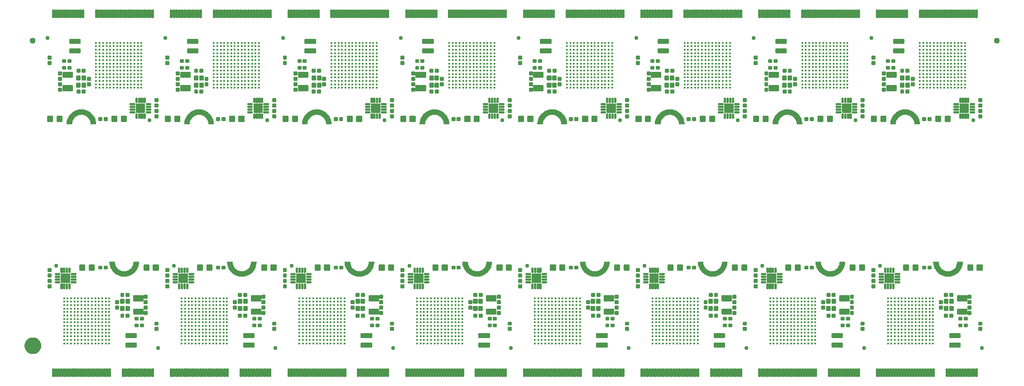
<source format=gts>
G04 EAGLE Gerber RS-274X export*
G75*
%MOMM*%
%FSLAX34Y34*%
%LPD*%
%INSoldermask Top*%
%IPPOS*%
%AMOC8*
5,1,8,0,0,1.08239X$1,22.5*%
G01*
%ADD10C,0.361000*%
%ADD11C,0.428259*%
%ADD12C,0.225369*%
%ADD13C,0.225400*%
%ADD14C,0.231559*%
%ADD15C,0.762000*%
%ADD16C,0.229350*%
%ADD17C,0.224509*%
%ADD18C,0.231750*%
%ADD19C,0.228959*%
%ADD20C,0.479400*%
%ADD21C,1.127000*%
%ADD22C,1.270000*%
%ADD23C,1.627000*%

G36*
X52496Y478151D02*
X52496Y478151D01*
X52503Y478150D01*
X52563Y478171D01*
X52624Y478188D01*
X52628Y478194D01*
X52635Y478196D01*
X52674Y478246D01*
X52716Y478294D01*
X52717Y478301D01*
X52721Y478306D01*
X52738Y478379D01*
X52952Y481097D01*
X53584Y483729D01*
X54620Y486230D01*
X56034Y488538D01*
X57792Y490596D01*
X59850Y492354D01*
X62158Y493768D01*
X64659Y494804D01*
X67291Y495436D01*
X69989Y495648D01*
X72688Y495436D01*
X75320Y494804D01*
X77821Y493768D01*
X80129Y492354D01*
X82187Y490596D01*
X83945Y488538D01*
X85359Y486230D01*
X86395Y483729D01*
X87027Y481097D01*
X87241Y478379D01*
X87244Y478372D01*
X87242Y478365D01*
X87268Y478307D01*
X87291Y478248D01*
X87296Y478244D01*
X87299Y478237D01*
X87352Y478202D01*
X87403Y478165D01*
X87410Y478164D01*
X87416Y478160D01*
X87489Y478149D01*
X97489Y478149D01*
X97514Y478156D01*
X97540Y478154D01*
X97580Y478176D01*
X97624Y478188D01*
X97641Y478208D01*
X97664Y478220D01*
X97686Y478260D01*
X97716Y478294D01*
X97719Y478319D01*
X97732Y478342D01*
X97738Y478416D01*
X97458Y482330D01*
X97455Y482339D01*
X97453Y482365D01*
X96619Y486199D01*
X96614Y486208D01*
X96609Y486233D01*
X95238Y489909D01*
X95232Y489917D01*
X95223Y489942D01*
X93343Y493385D01*
X93336Y493392D01*
X93323Y493415D01*
X90972Y496556D01*
X90964Y496562D01*
X90949Y496583D01*
X88174Y499358D01*
X88166Y499362D01*
X88147Y499381D01*
X85006Y501732D01*
X84997Y501736D01*
X84976Y501752D01*
X81533Y503632D01*
X81523Y503634D01*
X81500Y503647D01*
X77824Y505018D01*
X77815Y505019D01*
X77790Y505028D01*
X73956Y505862D01*
X73946Y505861D01*
X73921Y505867D01*
X70007Y506147D01*
X69998Y506145D01*
X69972Y506147D01*
X66058Y505867D01*
X66049Y505864D01*
X66023Y505862D01*
X62189Y505028D01*
X62180Y505023D01*
X62155Y505018D01*
X58478Y503647D01*
X58471Y503641D01*
X58446Y503632D01*
X55002Y501752D01*
X54996Y501745D01*
X54972Y501732D01*
X51831Y499381D01*
X51826Y499373D01*
X51805Y499358D01*
X49030Y496583D01*
X49025Y496575D01*
X49007Y496556D01*
X46655Y493415D01*
X46652Y493406D01*
X46636Y493385D01*
X44756Y489942D01*
X44754Y489932D01*
X44741Y489909D01*
X43370Y486233D01*
X43369Y486224D01*
X43360Y486199D01*
X42526Y482365D01*
X42526Y482355D01*
X42521Y482330D01*
X42241Y478416D01*
X42246Y478391D01*
X42242Y478365D01*
X42261Y478324D01*
X42270Y478280D01*
X42289Y478261D01*
X42299Y478237D01*
X42337Y478212D01*
X42369Y478180D01*
X42394Y478175D01*
X42416Y478160D01*
X42489Y478149D01*
X52489Y478149D01*
X52496Y478151D01*
G37*
G36*
X932505Y478151D02*
X932505Y478151D01*
X932512Y478150D01*
X932571Y478171D01*
X932632Y478188D01*
X932637Y478194D01*
X932644Y478196D01*
X932682Y478246D01*
X932724Y478294D01*
X932725Y478301D01*
X932729Y478306D01*
X932746Y478379D01*
X932960Y481097D01*
X933592Y483729D01*
X934628Y486230D01*
X936042Y488538D01*
X937800Y490596D01*
X939859Y492354D01*
X942166Y493768D01*
X944667Y494804D01*
X947299Y495436D01*
X949998Y495648D01*
X952696Y495436D01*
X955328Y494804D01*
X957829Y493768D01*
X960137Y492354D01*
X962195Y490596D01*
X963953Y488538D01*
X965368Y486230D01*
X966404Y483729D01*
X967035Y481097D01*
X967249Y478379D01*
X967252Y478372D01*
X967251Y478365D01*
X967277Y478307D01*
X967299Y478248D01*
X967305Y478244D01*
X967308Y478237D01*
X967360Y478202D01*
X967411Y478165D01*
X967418Y478164D01*
X967424Y478160D01*
X967498Y478149D01*
X977498Y478149D01*
X977523Y478156D01*
X977549Y478154D01*
X977589Y478176D01*
X977632Y478188D01*
X977649Y478208D01*
X977672Y478220D01*
X977694Y478260D01*
X977724Y478294D01*
X977728Y478319D01*
X977741Y478342D01*
X977746Y478416D01*
X977467Y482330D01*
X977463Y482339D01*
X977461Y482365D01*
X976627Y486199D01*
X976623Y486208D01*
X976617Y486233D01*
X975246Y489909D01*
X975240Y489917D01*
X975231Y489942D01*
X973351Y493385D01*
X973344Y493392D01*
X973332Y493415D01*
X970980Y496556D01*
X970973Y496562D01*
X970957Y496583D01*
X968183Y499358D01*
X968174Y499362D01*
X968156Y499381D01*
X965015Y501732D01*
X965006Y501736D01*
X964985Y501752D01*
X961541Y503632D01*
X961532Y503634D01*
X961509Y503647D01*
X957833Y505018D01*
X957823Y505019D01*
X957798Y505028D01*
X953964Y505862D01*
X953955Y505861D01*
X953929Y505867D01*
X950016Y506147D01*
X950006Y506145D01*
X949980Y506147D01*
X946066Y505867D01*
X946057Y505864D01*
X946031Y505862D01*
X942197Y505028D01*
X942189Y505023D01*
X942163Y505018D01*
X938487Y503647D01*
X938479Y503641D01*
X938454Y503632D01*
X935011Y501752D01*
X935004Y501745D01*
X934981Y501732D01*
X931840Y499381D01*
X931834Y499373D01*
X931813Y499358D01*
X929038Y496583D01*
X929034Y496575D01*
X929015Y496556D01*
X926664Y493415D01*
X926660Y493406D01*
X926645Y493385D01*
X924764Y489942D01*
X924762Y489932D01*
X924749Y489909D01*
X923378Y486233D01*
X923378Y486224D01*
X923368Y486199D01*
X922534Y482365D01*
X922535Y482355D01*
X922529Y482330D01*
X922249Y478416D01*
X922255Y478391D01*
X922251Y478365D01*
X922269Y478324D01*
X922279Y478280D01*
X922297Y478261D01*
X922308Y478237D01*
X922345Y478212D01*
X922377Y478180D01*
X922403Y478175D01*
X922424Y478160D01*
X922498Y478149D01*
X932498Y478149D01*
X932505Y478151D01*
G37*
G36*
X1372509Y478151D02*
X1372509Y478151D01*
X1372516Y478150D01*
X1372575Y478171D01*
X1372636Y478188D01*
X1372641Y478194D01*
X1372648Y478196D01*
X1372687Y478246D01*
X1372728Y478294D01*
X1372729Y478301D01*
X1372734Y478306D01*
X1372750Y478379D01*
X1372964Y481097D01*
X1373596Y483729D01*
X1374632Y486230D01*
X1376046Y488538D01*
X1377804Y490596D01*
X1379863Y492354D01*
X1382171Y493768D01*
X1384671Y494804D01*
X1387304Y495436D01*
X1390002Y495648D01*
X1392700Y495436D01*
X1395333Y494804D01*
X1397833Y493768D01*
X1400141Y492354D01*
X1402200Y490596D01*
X1403958Y488538D01*
X1405372Y486230D01*
X1406408Y483729D01*
X1407040Y481097D01*
X1407254Y478379D01*
X1407256Y478372D01*
X1407255Y478365D01*
X1407281Y478307D01*
X1407303Y478248D01*
X1407309Y478244D01*
X1407312Y478237D01*
X1407365Y478202D01*
X1407415Y478165D01*
X1407423Y478164D01*
X1407429Y478160D01*
X1407502Y478149D01*
X1417502Y478149D01*
X1417527Y478156D01*
X1417553Y478154D01*
X1417593Y478176D01*
X1417636Y478188D01*
X1417653Y478208D01*
X1417676Y478220D01*
X1417698Y478260D01*
X1417728Y478294D01*
X1417732Y478319D01*
X1417745Y478342D01*
X1417751Y478416D01*
X1417471Y482330D01*
X1417467Y482339D01*
X1417466Y482365D01*
X1416632Y486199D01*
X1416627Y486208D01*
X1416622Y486233D01*
X1415250Y489909D01*
X1415245Y489917D01*
X1415236Y489942D01*
X1413355Y493385D01*
X1413348Y493392D01*
X1413336Y493415D01*
X1410985Y496556D01*
X1410977Y496562D01*
X1410961Y496583D01*
X1408187Y499358D01*
X1408178Y499362D01*
X1408160Y499381D01*
X1405019Y501732D01*
X1405010Y501736D01*
X1404989Y501752D01*
X1401545Y503632D01*
X1401536Y503634D01*
X1401513Y503647D01*
X1397837Y505018D01*
X1397827Y505019D01*
X1397803Y505028D01*
X1393969Y505862D01*
X1393959Y505861D01*
X1393933Y505867D01*
X1390020Y506147D01*
X1390010Y506145D01*
X1389984Y506147D01*
X1386071Y505867D01*
X1386061Y505864D01*
X1386035Y505862D01*
X1382201Y505028D01*
X1382193Y505023D01*
X1382167Y505018D01*
X1378491Y503647D01*
X1378483Y503641D01*
X1378459Y503632D01*
X1375015Y501752D01*
X1375008Y501745D01*
X1374985Y501732D01*
X1371844Y499381D01*
X1371838Y499373D01*
X1371817Y499358D01*
X1369043Y496583D01*
X1369038Y496575D01*
X1369019Y496556D01*
X1366668Y493415D01*
X1366665Y493406D01*
X1366649Y493385D01*
X1364768Y489942D01*
X1364766Y489932D01*
X1364754Y489909D01*
X1363382Y486233D01*
X1363382Y486224D01*
X1363372Y486199D01*
X1362538Y482365D01*
X1362539Y482355D01*
X1362533Y482330D01*
X1362253Y478416D01*
X1362259Y478391D01*
X1362255Y478365D01*
X1362273Y478324D01*
X1362283Y478280D01*
X1362301Y478261D01*
X1362312Y478237D01*
X1362350Y478212D01*
X1362381Y478180D01*
X1362407Y478175D01*
X1362429Y478160D01*
X1362502Y478149D01*
X1372502Y478149D01*
X1372509Y478151D01*
G37*
G36*
X492501Y478151D02*
X492501Y478151D01*
X492508Y478150D01*
X492567Y478171D01*
X492628Y478188D01*
X492633Y478194D01*
X492639Y478196D01*
X492678Y478246D01*
X492720Y478294D01*
X492721Y478301D01*
X492725Y478306D01*
X492742Y478379D01*
X492956Y481097D01*
X493588Y483729D01*
X494624Y486230D01*
X496038Y488538D01*
X497796Y490596D01*
X499854Y492354D01*
X502162Y493768D01*
X504663Y494804D01*
X507295Y495436D01*
X509994Y495648D01*
X512692Y495436D01*
X515324Y494804D01*
X517825Y493768D01*
X520133Y492354D01*
X522191Y490596D01*
X523949Y488538D01*
X525363Y486230D01*
X526399Y483729D01*
X527031Y481097D01*
X527245Y478379D01*
X527248Y478372D01*
X527247Y478365D01*
X527272Y478307D01*
X527295Y478248D01*
X527301Y478244D01*
X527303Y478237D01*
X527356Y478202D01*
X527407Y478165D01*
X527414Y478164D01*
X527420Y478160D01*
X527494Y478149D01*
X537494Y478149D01*
X537519Y478156D01*
X537545Y478154D01*
X537584Y478176D01*
X537628Y478188D01*
X537645Y478208D01*
X537668Y478220D01*
X537690Y478260D01*
X537720Y478294D01*
X537724Y478319D01*
X537736Y478342D01*
X537742Y478416D01*
X537462Y482330D01*
X537459Y482339D01*
X537457Y482365D01*
X536623Y486199D01*
X536619Y486208D01*
X536613Y486233D01*
X535242Y489909D01*
X535236Y489917D01*
X535227Y489942D01*
X533347Y493385D01*
X533340Y493392D01*
X533328Y493415D01*
X530976Y496556D01*
X530969Y496562D01*
X530953Y496583D01*
X528179Y499358D01*
X528170Y499362D01*
X528152Y499381D01*
X525011Y501732D01*
X525002Y501736D01*
X524981Y501752D01*
X521537Y503632D01*
X521528Y503634D01*
X521505Y503647D01*
X517828Y505018D01*
X517819Y505019D01*
X517794Y505028D01*
X513960Y505862D01*
X513951Y505861D01*
X513925Y505867D01*
X510011Y506147D01*
X510002Y506145D01*
X509976Y506147D01*
X506062Y505867D01*
X506053Y505864D01*
X506027Y505862D01*
X502193Y505028D01*
X502184Y505023D01*
X502159Y505018D01*
X498483Y503647D01*
X498475Y503641D01*
X498450Y503632D01*
X495007Y501752D01*
X495000Y501745D01*
X494977Y501732D01*
X491836Y499381D01*
X491830Y499373D01*
X491809Y499358D01*
X489034Y496583D01*
X489030Y496575D01*
X489011Y496556D01*
X486660Y493415D01*
X486656Y493406D01*
X486640Y493385D01*
X484760Y489942D01*
X484758Y489932D01*
X484745Y489909D01*
X483374Y486233D01*
X483373Y486224D01*
X483364Y486199D01*
X482530Y482365D01*
X482531Y482355D01*
X482525Y482330D01*
X482245Y478416D01*
X482250Y478391D01*
X482247Y478365D01*
X482265Y478324D01*
X482275Y478280D01*
X482293Y478261D01*
X482303Y478237D01*
X482341Y478212D01*
X482373Y478180D01*
X482398Y478175D01*
X482420Y478160D01*
X482494Y478149D01*
X492494Y478149D01*
X492501Y478151D01*
G37*
G36*
X272511Y478151D02*
X272511Y478151D01*
X272518Y478150D01*
X272577Y478171D01*
X272638Y478188D01*
X272643Y478194D01*
X272650Y478196D01*
X272689Y478246D01*
X272730Y478294D01*
X272731Y478301D01*
X272736Y478306D01*
X272753Y478379D01*
X272967Y481097D01*
X273599Y483729D01*
X274634Y486230D01*
X276049Y488538D01*
X277807Y490596D01*
X279865Y492354D01*
X282173Y493768D01*
X284674Y494804D01*
X287306Y495436D01*
X290004Y495648D01*
X292703Y495436D01*
X295335Y494804D01*
X297836Y493768D01*
X300144Y492354D01*
X302202Y490596D01*
X303960Y488538D01*
X305374Y486230D01*
X306410Y483729D01*
X307042Y481097D01*
X307256Y478379D01*
X307258Y478372D01*
X307257Y478365D01*
X307283Y478307D01*
X307305Y478248D01*
X307311Y478244D01*
X307314Y478237D01*
X307367Y478202D01*
X307417Y478165D01*
X307425Y478164D01*
X307431Y478160D01*
X307504Y478149D01*
X317504Y478149D01*
X317529Y478156D01*
X317555Y478154D01*
X317595Y478176D01*
X317638Y478188D01*
X317656Y478208D01*
X317678Y478220D01*
X317701Y478260D01*
X317730Y478294D01*
X317734Y478319D01*
X317747Y478342D01*
X317753Y478416D01*
X317473Y482330D01*
X317470Y482339D01*
X317468Y482365D01*
X316634Y486199D01*
X316629Y486208D01*
X316624Y486233D01*
X315253Y489909D01*
X315247Y489917D01*
X315238Y489942D01*
X313357Y493385D01*
X313351Y493392D01*
X313338Y493415D01*
X310987Y496556D01*
X310979Y496562D01*
X310964Y496583D01*
X308189Y499358D01*
X308181Y499362D01*
X308162Y499381D01*
X305021Y501732D01*
X305012Y501736D01*
X304991Y501752D01*
X301548Y503632D01*
X301538Y503634D01*
X301515Y503647D01*
X297839Y505018D01*
X297829Y505019D01*
X297805Y505028D01*
X293971Y505862D01*
X293961Y505861D01*
X293936Y505867D01*
X290022Y506147D01*
X290013Y506145D01*
X289986Y506147D01*
X286073Y505867D01*
X286064Y505864D01*
X286038Y505862D01*
X282204Y505028D01*
X282195Y505023D01*
X282169Y505018D01*
X278493Y503647D01*
X278485Y503641D01*
X278461Y503632D01*
X275017Y501752D01*
X275010Y501745D01*
X274987Y501732D01*
X271846Y499381D01*
X271840Y499373D01*
X271819Y499358D01*
X269045Y496583D01*
X269040Y496575D01*
X269022Y496556D01*
X266670Y493415D01*
X266667Y493406D01*
X266651Y493385D01*
X264771Y489942D01*
X264769Y489932D01*
X264756Y489909D01*
X263385Y486233D01*
X263384Y486224D01*
X263375Y486199D01*
X262541Y482365D01*
X262541Y482355D01*
X262535Y482330D01*
X262256Y478416D01*
X262261Y478391D01*
X262257Y478365D01*
X262276Y478324D01*
X262285Y478280D01*
X262303Y478261D01*
X262314Y478237D01*
X262352Y478212D01*
X262384Y478180D01*
X262409Y478175D01*
X262431Y478160D01*
X262504Y478149D01*
X272504Y478149D01*
X272511Y478151D01*
G37*
G36*
X1152520Y478151D02*
X1152520Y478151D01*
X1152527Y478150D01*
X1152586Y478171D01*
X1152647Y478188D01*
X1152652Y478194D01*
X1152658Y478196D01*
X1152697Y478246D01*
X1152739Y478294D01*
X1152740Y478301D01*
X1152744Y478306D01*
X1152761Y478379D01*
X1152975Y481097D01*
X1153607Y483729D01*
X1154643Y486230D01*
X1156057Y488538D01*
X1157815Y490596D01*
X1159873Y492354D01*
X1162181Y493768D01*
X1164682Y494804D01*
X1167314Y495436D01*
X1170013Y495648D01*
X1172711Y495436D01*
X1175343Y494804D01*
X1177844Y493768D01*
X1180152Y492354D01*
X1182210Y490596D01*
X1183968Y488538D01*
X1185382Y486230D01*
X1186418Y483729D01*
X1187050Y481097D01*
X1187264Y478379D01*
X1187267Y478372D01*
X1187266Y478365D01*
X1187291Y478307D01*
X1187314Y478248D01*
X1187320Y478244D01*
X1187322Y478237D01*
X1187375Y478202D01*
X1187426Y478165D01*
X1187433Y478164D01*
X1187439Y478160D01*
X1187513Y478149D01*
X1197513Y478149D01*
X1197538Y478156D01*
X1197564Y478154D01*
X1197603Y478176D01*
X1197647Y478188D01*
X1197664Y478208D01*
X1197687Y478220D01*
X1197709Y478260D01*
X1197739Y478294D01*
X1197743Y478319D01*
X1197755Y478342D01*
X1197761Y478416D01*
X1197481Y482330D01*
X1197478Y482339D01*
X1197476Y482365D01*
X1196642Y486199D01*
X1196638Y486208D01*
X1196632Y486233D01*
X1195261Y489909D01*
X1195255Y489917D01*
X1195246Y489942D01*
X1193366Y493385D01*
X1193359Y493392D01*
X1193347Y493415D01*
X1190995Y496556D01*
X1190988Y496562D01*
X1190972Y496583D01*
X1188198Y499358D01*
X1188189Y499362D01*
X1188171Y499381D01*
X1185030Y501732D01*
X1185021Y501736D01*
X1185000Y501752D01*
X1181556Y503632D01*
X1181547Y503634D01*
X1181524Y503647D01*
X1177847Y505018D01*
X1177838Y505019D01*
X1177813Y505028D01*
X1173979Y505862D01*
X1173970Y505861D01*
X1173944Y505867D01*
X1170030Y506147D01*
X1170021Y506145D01*
X1169995Y506147D01*
X1166081Y505867D01*
X1166072Y505864D01*
X1166046Y505862D01*
X1162212Y505028D01*
X1162203Y505023D01*
X1162178Y505018D01*
X1158502Y503647D01*
X1158494Y503641D01*
X1158469Y503632D01*
X1155026Y501752D01*
X1155019Y501745D01*
X1154996Y501732D01*
X1151855Y499381D01*
X1151849Y499373D01*
X1151828Y499358D01*
X1149053Y496583D01*
X1149049Y496575D01*
X1149030Y496556D01*
X1146679Y493415D01*
X1146675Y493406D01*
X1146659Y493385D01*
X1144779Y489942D01*
X1144777Y489932D01*
X1144764Y489909D01*
X1143393Y486233D01*
X1143392Y486224D01*
X1143383Y486199D01*
X1142549Y482365D01*
X1142550Y482355D01*
X1142544Y482330D01*
X1142264Y478416D01*
X1142269Y478391D01*
X1142266Y478365D01*
X1142284Y478324D01*
X1142294Y478280D01*
X1142312Y478261D01*
X1142322Y478237D01*
X1142360Y478212D01*
X1142392Y478180D01*
X1142417Y478175D01*
X1142439Y478160D01*
X1142513Y478149D01*
X1152513Y478149D01*
X1152520Y478151D01*
G37*
G36*
X712515Y478151D02*
X712515Y478151D01*
X712522Y478150D01*
X712582Y478171D01*
X712643Y478188D01*
X712647Y478194D01*
X712654Y478196D01*
X712693Y478246D01*
X712735Y478294D01*
X712736Y478301D01*
X712740Y478306D01*
X712757Y478379D01*
X712971Y481097D01*
X713603Y483729D01*
X714639Y486230D01*
X716053Y488538D01*
X717811Y490596D01*
X719869Y492354D01*
X722177Y493768D01*
X724678Y494804D01*
X727310Y495436D01*
X730008Y495648D01*
X732707Y495436D01*
X735339Y494804D01*
X737840Y493768D01*
X740148Y492354D01*
X742206Y490596D01*
X743964Y488538D01*
X745378Y486230D01*
X746414Y483729D01*
X747046Y481097D01*
X747260Y478379D01*
X747263Y478372D01*
X747261Y478365D01*
X747287Y478307D01*
X747310Y478248D01*
X747315Y478244D01*
X747318Y478237D01*
X747371Y478202D01*
X747422Y478165D01*
X747429Y478164D01*
X747435Y478160D01*
X747508Y478149D01*
X757508Y478149D01*
X757533Y478156D01*
X757559Y478154D01*
X757599Y478176D01*
X757643Y478188D01*
X757660Y478208D01*
X757683Y478220D01*
X757705Y478260D01*
X757735Y478294D01*
X757738Y478319D01*
X757751Y478342D01*
X757757Y478416D01*
X757477Y482330D01*
X757474Y482339D01*
X757472Y482365D01*
X756638Y486199D01*
X756633Y486208D01*
X756628Y486233D01*
X755257Y489909D01*
X755251Y489917D01*
X755242Y489942D01*
X753362Y493385D01*
X753355Y493392D01*
X753342Y493415D01*
X750991Y496556D01*
X750983Y496562D01*
X750968Y496583D01*
X748193Y499358D01*
X748185Y499362D01*
X748166Y499381D01*
X745025Y501732D01*
X745016Y501736D01*
X744995Y501752D01*
X741552Y503632D01*
X741542Y503634D01*
X741519Y503647D01*
X737843Y505018D01*
X737834Y505019D01*
X737809Y505028D01*
X733975Y505862D01*
X733965Y505861D01*
X733940Y505867D01*
X730026Y506147D01*
X730017Y506145D01*
X729991Y506147D01*
X726077Y505867D01*
X726068Y505864D01*
X726042Y505862D01*
X722208Y505028D01*
X722199Y505023D01*
X722174Y505018D01*
X718497Y503647D01*
X718490Y503641D01*
X718465Y503632D01*
X715021Y501752D01*
X715015Y501745D01*
X714991Y501732D01*
X711850Y499381D01*
X711845Y499373D01*
X711824Y499358D01*
X709049Y496583D01*
X709044Y496575D01*
X709026Y496556D01*
X706674Y493415D01*
X706671Y493406D01*
X706655Y493385D01*
X704775Y489942D01*
X704773Y489932D01*
X704760Y489909D01*
X703389Y486233D01*
X703388Y486224D01*
X703379Y486199D01*
X702545Y482365D01*
X702545Y482355D01*
X702540Y482330D01*
X702260Y478416D01*
X702265Y478391D01*
X702261Y478365D01*
X702280Y478324D01*
X702289Y478280D01*
X702308Y478261D01*
X702318Y478237D01*
X702356Y478212D01*
X702388Y478180D01*
X702413Y478175D01*
X702435Y478160D01*
X702508Y478149D01*
X712508Y478149D01*
X712515Y478151D01*
G37*
G36*
X1592498Y478151D02*
X1592498Y478151D01*
X1592505Y478150D01*
X1592565Y478171D01*
X1592626Y478188D01*
X1592630Y478194D01*
X1592637Y478196D01*
X1592676Y478246D01*
X1592718Y478294D01*
X1592719Y478301D01*
X1592723Y478306D01*
X1592740Y478379D01*
X1592954Y481097D01*
X1593586Y483729D01*
X1594622Y486230D01*
X1596036Y488538D01*
X1597794Y490596D01*
X1599852Y492354D01*
X1602160Y493768D01*
X1604661Y494804D01*
X1607293Y495436D01*
X1609991Y495648D01*
X1612690Y495436D01*
X1615322Y494804D01*
X1617823Y493768D01*
X1620131Y492354D01*
X1622189Y490596D01*
X1623947Y488538D01*
X1625361Y486230D01*
X1626397Y483729D01*
X1627029Y481097D01*
X1627243Y478379D01*
X1627246Y478372D01*
X1627244Y478365D01*
X1627270Y478307D01*
X1627293Y478248D01*
X1627298Y478244D01*
X1627301Y478237D01*
X1627354Y478202D01*
X1627405Y478165D01*
X1627412Y478164D01*
X1627418Y478160D01*
X1627491Y478149D01*
X1637491Y478149D01*
X1637516Y478156D01*
X1637542Y478154D01*
X1637582Y478176D01*
X1637626Y478188D01*
X1637643Y478208D01*
X1637666Y478220D01*
X1637688Y478260D01*
X1637718Y478294D01*
X1637721Y478319D01*
X1637734Y478342D01*
X1637740Y478416D01*
X1637460Y482330D01*
X1637457Y482339D01*
X1637455Y482365D01*
X1636621Y486199D01*
X1636616Y486208D01*
X1636611Y486233D01*
X1635240Y489909D01*
X1635234Y489917D01*
X1635225Y489942D01*
X1633345Y493385D01*
X1633338Y493392D01*
X1633325Y493415D01*
X1630974Y496556D01*
X1630966Y496562D01*
X1630951Y496583D01*
X1628176Y499358D01*
X1628168Y499362D01*
X1628149Y499381D01*
X1625008Y501732D01*
X1624999Y501736D01*
X1624978Y501752D01*
X1621535Y503632D01*
X1621525Y503634D01*
X1621502Y503647D01*
X1617826Y505018D01*
X1617817Y505019D01*
X1617792Y505028D01*
X1613958Y505862D01*
X1613948Y505861D01*
X1613923Y505867D01*
X1610009Y506147D01*
X1610000Y506145D01*
X1609974Y506147D01*
X1606060Y505867D01*
X1606051Y505864D01*
X1606025Y505862D01*
X1602191Y505028D01*
X1602182Y505023D01*
X1602157Y505018D01*
X1598480Y503647D01*
X1598473Y503641D01*
X1598448Y503632D01*
X1595004Y501752D01*
X1594998Y501745D01*
X1594974Y501732D01*
X1591833Y499381D01*
X1591828Y499373D01*
X1591807Y499358D01*
X1589032Y496583D01*
X1589027Y496575D01*
X1589009Y496556D01*
X1586657Y493415D01*
X1586654Y493406D01*
X1586638Y493385D01*
X1584758Y489942D01*
X1584756Y489932D01*
X1584743Y489909D01*
X1583372Y486233D01*
X1583371Y486224D01*
X1583362Y486199D01*
X1582528Y482365D01*
X1582528Y482355D01*
X1582523Y482330D01*
X1582243Y478416D01*
X1582248Y478391D01*
X1582244Y478365D01*
X1582263Y478324D01*
X1582272Y478280D01*
X1582291Y478261D01*
X1582301Y478237D01*
X1582339Y478212D01*
X1582371Y478180D01*
X1582396Y478175D01*
X1582418Y478160D01*
X1582491Y478149D01*
X1592491Y478149D01*
X1592498Y478151D01*
G37*
G36*
X1693933Y192633D02*
X1693933Y192633D01*
X1693943Y192636D01*
X1693969Y192638D01*
X1697803Y193472D01*
X1697811Y193477D01*
X1697837Y193482D01*
X1701513Y194853D01*
X1701521Y194859D01*
X1701545Y194868D01*
X1704989Y196748D01*
X1704996Y196755D01*
X1705019Y196768D01*
X1708160Y199119D01*
X1708166Y199127D01*
X1708187Y199142D01*
X1710961Y201917D01*
X1710966Y201925D01*
X1710985Y201944D01*
X1713336Y205085D01*
X1713339Y205094D01*
X1713355Y205115D01*
X1715236Y208558D01*
X1715238Y208568D01*
X1715250Y208591D01*
X1716622Y212267D01*
X1716622Y212277D01*
X1716632Y212301D01*
X1717466Y216135D01*
X1717465Y216145D01*
X1717471Y216170D01*
X1717751Y220084D01*
X1717745Y220109D01*
X1717749Y220135D01*
X1717731Y220176D01*
X1717721Y220220D01*
X1717703Y220239D01*
X1717692Y220263D01*
X1717654Y220288D01*
X1717623Y220320D01*
X1717597Y220325D01*
X1717576Y220340D01*
X1717502Y220351D01*
X1707502Y220351D01*
X1707495Y220349D01*
X1707488Y220350D01*
X1707429Y220329D01*
X1707368Y220312D01*
X1707363Y220306D01*
X1707356Y220304D01*
X1707318Y220254D01*
X1707276Y220206D01*
X1707275Y220199D01*
X1707270Y220194D01*
X1707254Y220121D01*
X1707040Y217403D01*
X1706408Y214771D01*
X1705372Y212270D01*
X1703958Y209962D01*
X1702200Y207904D01*
X1700141Y206146D01*
X1697833Y204732D01*
X1695333Y203696D01*
X1692700Y203064D01*
X1690002Y202852D01*
X1687304Y203064D01*
X1684671Y203696D01*
X1682171Y204732D01*
X1679863Y206146D01*
X1677804Y207904D01*
X1676046Y209962D01*
X1674632Y212270D01*
X1673596Y214771D01*
X1672964Y217403D01*
X1672750Y220121D01*
X1672748Y220128D01*
X1672749Y220135D01*
X1672723Y220193D01*
X1672701Y220252D01*
X1672695Y220256D01*
X1672692Y220263D01*
X1672639Y220298D01*
X1672589Y220335D01*
X1672582Y220336D01*
X1672576Y220340D01*
X1672502Y220351D01*
X1662502Y220351D01*
X1662477Y220344D01*
X1662451Y220346D01*
X1662411Y220324D01*
X1662368Y220312D01*
X1662351Y220292D01*
X1662328Y220280D01*
X1662306Y220240D01*
X1662276Y220206D01*
X1662272Y220181D01*
X1662259Y220158D01*
X1662253Y220084D01*
X1662533Y216170D01*
X1662537Y216161D01*
X1662538Y216135D01*
X1663372Y212301D01*
X1663377Y212292D01*
X1663382Y212267D01*
X1664754Y208591D01*
X1664759Y208583D01*
X1664768Y208558D01*
X1666649Y205115D01*
X1666656Y205108D01*
X1666668Y205085D01*
X1669019Y201944D01*
X1669027Y201938D01*
X1669043Y201917D01*
X1671817Y199142D01*
X1671826Y199138D01*
X1671844Y199119D01*
X1674985Y196768D01*
X1674994Y196764D01*
X1675015Y196748D01*
X1678459Y194868D01*
X1678468Y194866D01*
X1678491Y194853D01*
X1682167Y193482D01*
X1682177Y193481D01*
X1682201Y193472D01*
X1686035Y192638D01*
X1686045Y192639D01*
X1686071Y192633D01*
X1689984Y192353D01*
X1689994Y192355D01*
X1690020Y192353D01*
X1693933Y192633D01*
G37*
G36*
X1033940Y192633D02*
X1033940Y192633D01*
X1033949Y192636D01*
X1033975Y192638D01*
X1037809Y193472D01*
X1037818Y193477D01*
X1037843Y193482D01*
X1041519Y194853D01*
X1041527Y194859D01*
X1041552Y194868D01*
X1044995Y196748D01*
X1045002Y196755D01*
X1045025Y196768D01*
X1048166Y199119D01*
X1048172Y199127D01*
X1048193Y199142D01*
X1050968Y201917D01*
X1050972Y201925D01*
X1050991Y201944D01*
X1053342Y205085D01*
X1053346Y205094D01*
X1053362Y205115D01*
X1055242Y208558D01*
X1055244Y208568D01*
X1055257Y208591D01*
X1056628Y212267D01*
X1056629Y212277D01*
X1056638Y212301D01*
X1057472Y216135D01*
X1057471Y216145D01*
X1057477Y216170D01*
X1057757Y220084D01*
X1057752Y220109D01*
X1057755Y220135D01*
X1057737Y220176D01*
X1057728Y220220D01*
X1057709Y220239D01*
X1057699Y220263D01*
X1057661Y220288D01*
X1057629Y220320D01*
X1057604Y220325D01*
X1057582Y220340D01*
X1057508Y220351D01*
X1047508Y220351D01*
X1047501Y220349D01*
X1047494Y220350D01*
X1047435Y220329D01*
X1047374Y220312D01*
X1047369Y220306D01*
X1047363Y220304D01*
X1047324Y220254D01*
X1047282Y220206D01*
X1047281Y220199D01*
X1047277Y220194D01*
X1047260Y220121D01*
X1047046Y217403D01*
X1046414Y214771D01*
X1045378Y212270D01*
X1043964Y209962D01*
X1042206Y207904D01*
X1040148Y206146D01*
X1037840Y204732D01*
X1035339Y203696D01*
X1032707Y203064D01*
X1030008Y202852D01*
X1027310Y203064D01*
X1024678Y203696D01*
X1022177Y204732D01*
X1019869Y206146D01*
X1017811Y207904D01*
X1016053Y209962D01*
X1014639Y212270D01*
X1013603Y214771D01*
X1012971Y217403D01*
X1012757Y220121D01*
X1012754Y220128D01*
X1012755Y220135D01*
X1012730Y220193D01*
X1012707Y220252D01*
X1012702Y220256D01*
X1012699Y220263D01*
X1012646Y220298D01*
X1012595Y220335D01*
X1012588Y220336D01*
X1012582Y220340D01*
X1012508Y220351D01*
X1002508Y220351D01*
X1002483Y220344D01*
X1002457Y220346D01*
X1002418Y220324D01*
X1002374Y220312D01*
X1002357Y220292D01*
X1002334Y220280D01*
X1002312Y220240D01*
X1002282Y220206D01*
X1002278Y220181D01*
X1002266Y220158D01*
X1002260Y220084D01*
X1002540Y216170D01*
X1002543Y216161D01*
X1002545Y216135D01*
X1003379Y212301D01*
X1003383Y212292D01*
X1003389Y212267D01*
X1004760Y208591D01*
X1004766Y208583D01*
X1004775Y208558D01*
X1006655Y205115D01*
X1006662Y205108D01*
X1006674Y205085D01*
X1009026Y201944D01*
X1009034Y201938D01*
X1009049Y201917D01*
X1011824Y199142D01*
X1011832Y199138D01*
X1011850Y199119D01*
X1014991Y196768D01*
X1015001Y196764D01*
X1015021Y196748D01*
X1018465Y194868D01*
X1018474Y194866D01*
X1018497Y194853D01*
X1022174Y193482D01*
X1022183Y193481D01*
X1022208Y193472D01*
X1026042Y192638D01*
X1026051Y192639D01*
X1026077Y192633D01*
X1029991Y192353D01*
X1030000Y192355D01*
X1030026Y192353D01*
X1033940Y192633D01*
G37*
G36*
X813925Y192633D02*
X813925Y192633D01*
X813934Y192636D01*
X813960Y192638D01*
X817794Y193472D01*
X817803Y193477D01*
X817828Y193482D01*
X821505Y194853D01*
X821512Y194859D01*
X821537Y194868D01*
X824981Y196748D01*
X824987Y196755D01*
X825011Y196768D01*
X828152Y199119D01*
X828157Y199127D01*
X828179Y199142D01*
X830953Y201917D01*
X830958Y201925D01*
X830976Y201944D01*
X833328Y205085D01*
X833331Y205094D01*
X833347Y205115D01*
X835227Y208558D01*
X835229Y208568D01*
X835242Y208591D01*
X836613Y212267D01*
X836614Y212277D01*
X836623Y212301D01*
X837457Y216135D01*
X837457Y216145D01*
X837462Y216170D01*
X837742Y220084D01*
X837737Y220109D01*
X837741Y220135D01*
X837722Y220176D01*
X837713Y220220D01*
X837694Y220239D01*
X837684Y220263D01*
X837646Y220288D01*
X837614Y220320D01*
X837589Y220325D01*
X837567Y220340D01*
X837494Y220351D01*
X827494Y220351D01*
X827487Y220349D01*
X827480Y220350D01*
X827420Y220329D01*
X827359Y220312D01*
X827355Y220306D01*
X827348Y220304D01*
X827309Y220254D01*
X827267Y220206D01*
X827266Y220199D01*
X827262Y220194D01*
X827245Y220121D01*
X827031Y217403D01*
X826399Y214771D01*
X825363Y212270D01*
X823949Y209962D01*
X822191Y207904D01*
X820133Y206146D01*
X817825Y204732D01*
X815324Y203696D01*
X812692Y203064D01*
X809994Y202852D01*
X807295Y203064D01*
X804663Y203696D01*
X802162Y204732D01*
X799854Y206146D01*
X797796Y207904D01*
X796038Y209962D01*
X794624Y212270D01*
X793588Y214771D01*
X792956Y217403D01*
X792742Y220121D01*
X792740Y220128D01*
X792741Y220135D01*
X792715Y220193D01*
X792692Y220252D01*
X792687Y220256D01*
X792684Y220263D01*
X792631Y220298D01*
X792580Y220335D01*
X792573Y220336D01*
X792567Y220340D01*
X792494Y220351D01*
X782494Y220351D01*
X782469Y220344D01*
X782443Y220346D01*
X782403Y220324D01*
X782359Y220312D01*
X782342Y220292D01*
X782319Y220280D01*
X782297Y220240D01*
X782267Y220206D01*
X782264Y220181D01*
X782251Y220158D01*
X782245Y220084D01*
X782525Y216170D01*
X782528Y216161D01*
X782530Y216135D01*
X783364Y212301D01*
X783369Y212292D01*
X783374Y212267D01*
X784745Y208591D01*
X784751Y208583D01*
X784760Y208558D01*
X786640Y205115D01*
X786647Y205108D01*
X786660Y205085D01*
X789011Y201944D01*
X789019Y201938D01*
X789034Y201917D01*
X791809Y199142D01*
X791817Y199138D01*
X791836Y199119D01*
X794977Y196768D01*
X794986Y196764D01*
X795007Y196748D01*
X798450Y194868D01*
X798460Y194866D01*
X798483Y194853D01*
X802159Y193482D01*
X802169Y193481D01*
X802193Y193472D01*
X806027Y192638D01*
X806037Y192639D01*
X806062Y192633D01*
X809976Y192353D01*
X809985Y192355D01*
X810011Y192353D01*
X813925Y192633D01*
G37*
G36*
X1253929Y192633D02*
X1253929Y192633D01*
X1253938Y192636D01*
X1253964Y192638D01*
X1257798Y193472D01*
X1257807Y193477D01*
X1257833Y193482D01*
X1261509Y194853D01*
X1261517Y194859D01*
X1261541Y194868D01*
X1264985Y196748D01*
X1264992Y196755D01*
X1265015Y196768D01*
X1268156Y199119D01*
X1268162Y199127D01*
X1268183Y199142D01*
X1270957Y201917D01*
X1270962Y201925D01*
X1270980Y201944D01*
X1273332Y205085D01*
X1273335Y205094D01*
X1273351Y205115D01*
X1275231Y208558D01*
X1275234Y208568D01*
X1275246Y208591D01*
X1276617Y212267D01*
X1276618Y212277D01*
X1276627Y212301D01*
X1277461Y216135D01*
X1277461Y216145D01*
X1277467Y216170D01*
X1277746Y220084D01*
X1277741Y220109D01*
X1277745Y220135D01*
X1277726Y220176D01*
X1277717Y220220D01*
X1277699Y220239D01*
X1277688Y220263D01*
X1277650Y220288D01*
X1277618Y220320D01*
X1277593Y220325D01*
X1277571Y220340D01*
X1277498Y220351D01*
X1267498Y220351D01*
X1267491Y220349D01*
X1267484Y220350D01*
X1267425Y220329D01*
X1267364Y220312D01*
X1267359Y220306D01*
X1267352Y220304D01*
X1267313Y220254D01*
X1267272Y220206D01*
X1267271Y220199D01*
X1267266Y220194D01*
X1267249Y220121D01*
X1267035Y217403D01*
X1266404Y214771D01*
X1265368Y212270D01*
X1263953Y209962D01*
X1262195Y207904D01*
X1260137Y206146D01*
X1257829Y204732D01*
X1255328Y203696D01*
X1252696Y203064D01*
X1249998Y202852D01*
X1247299Y203064D01*
X1244667Y203696D01*
X1242166Y204732D01*
X1239859Y206146D01*
X1237800Y207904D01*
X1236042Y209962D01*
X1234628Y212270D01*
X1233592Y214771D01*
X1232960Y217403D01*
X1232746Y220121D01*
X1232744Y220128D01*
X1232745Y220135D01*
X1232719Y220193D01*
X1232697Y220252D01*
X1232691Y220256D01*
X1232688Y220263D01*
X1232635Y220298D01*
X1232585Y220335D01*
X1232577Y220336D01*
X1232571Y220340D01*
X1232498Y220351D01*
X1222498Y220351D01*
X1222473Y220344D01*
X1222447Y220346D01*
X1222407Y220324D01*
X1222364Y220312D01*
X1222346Y220292D01*
X1222324Y220280D01*
X1222301Y220240D01*
X1222272Y220206D01*
X1222268Y220181D01*
X1222255Y220158D01*
X1222249Y220084D01*
X1222529Y216170D01*
X1222532Y216161D01*
X1222534Y216135D01*
X1223368Y212301D01*
X1223373Y212292D01*
X1223378Y212267D01*
X1224749Y208591D01*
X1224755Y208583D01*
X1224764Y208558D01*
X1226645Y205115D01*
X1226651Y205108D01*
X1226664Y205085D01*
X1229015Y201944D01*
X1229023Y201938D01*
X1229038Y201917D01*
X1231813Y199142D01*
X1231821Y199138D01*
X1231840Y199119D01*
X1234981Y196768D01*
X1234990Y196764D01*
X1235011Y196748D01*
X1238454Y194868D01*
X1238464Y194866D01*
X1238487Y194853D01*
X1242163Y193482D01*
X1242173Y193481D01*
X1242197Y193472D01*
X1246031Y192638D01*
X1246041Y192639D01*
X1246066Y192633D01*
X1249980Y192353D01*
X1249990Y192355D01*
X1250016Y192353D01*
X1253929Y192633D01*
G37*
G36*
X1473944Y192633D02*
X1473944Y192633D01*
X1473953Y192636D01*
X1473979Y192638D01*
X1477813Y193472D01*
X1477822Y193477D01*
X1477847Y193482D01*
X1481524Y194853D01*
X1481531Y194859D01*
X1481556Y194868D01*
X1485000Y196748D01*
X1485006Y196755D01*
X1485030Y196768D01*
X1488171Y199119D01*
X1488176Y199127D01*
X1488198Y199142D01*
X1490972Y201917D01*
X1490977Y201925D01*
X1490995Y201944D01*
X1493347Y205085D01*
X1493350Y205094D01*
X1493366Y205115D01*
X1495246Y208558D01*
X1495248Y208568D01*
X1495261Y208591D01*
X1496632Y212267D01*
X1496633Y212277D01*
X1496642Y212301D01*
X1497476Y216135D01*
X1497476Y216145D01*
X1497481Y216170D01*
X1497761Y220084D01*
X1497756Y220109D01*
X1497760Y220135D01*
X1497741Y220176D01*
X1497732Y220220D01*
X1497713Y220239D01*
X1497703Y220263D01*
X1497665Y220288D01*
X1497633Y220320D01*
X1497608Y220325D01*
X1497586Y220340D01*
X1497513Y220351D01*
X1487513Y220351D01*
X1487506Y220349D01*
X1487499Y220350D01*
X1487439Y220329D01*
X1487378Y220312D01*
X1487374Y220306D01*
X1487367Y220304D01*
X1487328Y220254D01*
X1487286Y220206D01*
X1487285Y220199D01*
X1487281Y220194D01*
X1487264Y220121D01*
X1487050Y217403D01*
X1486418Y214771D01*
X1485382Y212270D01*
X1483968Y209962D01*
X1482210Y207904D01*
X1480152Y206146D01*
X1477844Y204732D01*
X1475343Y203696D01*
X1472711Y203064D01*
X1470013Y202852D01*
X1467314Y203064D01*
X1464682Y203696D01*
X1462181Y204732D01*
X1459873Y206146D01*
X1457815Y207904D01*
X1456057Y209962D01*
X1454643Y212270D01*
X1453607Y214771D01*
X1452975Y217403D01*
X1452761Y220121D01*
X1452759Y220128D01*
X1452760Y220135D01*
X1452734Y220193D01*
X1452711Y220252D01*
X1452706Y220256D01*
X1452703Y220263D01*
X1452650Y220298D01*
X1452599Y220335D01*
X1452592Y220336D01*
X1452586Y220340D01*
X1452513Y220351D01*
X1442513Y220351D01*
X1442488Y220344D01*
X1442462Y220346D01*
X1442422Y220324D01*
X1442378Y220312D01*
X1442361Y220292D01*
X1442338Y220280D01*
X1442316Y220240D01*
X1442286Y220206D01*
X1442283Y220181D01*
X1442270Y220158D01*
X1442264Y220084D01*
X1442544Y216170D01*
X1442547Y216161D01*
X1442549Y216135D01*
X1443383Y212301D01*
X1443388Y212292D01*
X1443393Y212267D01*
X1444764Y208591D01*
X1444770Y208583D01*
X1444779Y208558D01*
X1446659Y205115D01*
X1446666Y205108D01*
X1446679Y205085D01*
X1449030Y201944D01*
X1449038Y201938D01*
X1449053Y201917D01*
X1451828Y199142D01*
X1451836Y199138D01*
X1451855Y199119D01*
X1454996Y196768D01*
X1455005Y196764D01*
X1455026Y196748D01*
X1458469Y194868D01*
X1458479Y194866D01*
X1458502Y194853D01*
X1462178Y193482D01*
X1462188Y193481D01*
X1462212Y193472D01*
X1466046Y192638D01*
X1466056Y192639D01*
X1466081Y192633D01*
X1469995Y192353D01*
X1470004Y192355D01*
X1470030Y192353D01*
X1473944Y192633D01*
G37*
G36*
X593936Y192633D02*
X593936Y192633D01*
X593945Y192636D01*
X593971Y192638D01*
X597805Y193472D01*
X597813Y193477D01*
X597839Y193482D01*
X601515Y194853D01*
X601523Y194859D01*
X601548Y194868D01*
X604991Y196748D01*
X604998Y196755D01*
X605021Y196768D01*
X608162Y199119D01*
X608168Y199127D01*
X608189Y199142D01*
X610964Y201917D01*
X610968Y201925D01*
X610987Y201944D01*
X613338Y205085D01*
X613342Y205094D01*
X613357Y205115D01*
X615238Y208558D01*
X615240Y208568D01*
X615253Y208591D01*
X616624Y212267D01*
X616624Y212277D01*
X616634Y212301D01*
X617468Y216135D01*
X617467Y216145D01*
X617473Y216170D01*
X617753Y220084D01*
X617747Y220109D01*
X617751Y220135D01*
X617733Y220176D01*
X617723Y220220D01*
X617705Y220239D01*
X617694Y220263D01*
X617657Y220288D01*
X617625Y220320D01*
X617599Y220325D01*
X617578Y220340D01*
X617504Y220351D01*
X607504Y220351D01*
X607497Y220349D01*
X607490Y220350D01*
X607431Y220329D01*
X607370Y220312D01*
X607365Y220306D01*
X607358Y220304D01*
X607320Y220254D01*
X607278Y220206D01*
X607277Y220199D01*
X607273Y220194D01*
X607256Y220121D01*
X607042Y217403D01*
X606410Y214771D01*
X605374Y212270D01*
X603960Y209962D01*
X602202Y207904D01*
X600144Y206146D01*
X597836Y204732D01*
X595335Y203696D01*
X592703Y203064D01*
X590004Y202852D01*
X587306Y203064D01*
X584674Y203696D01*
X582173Y204732D01*
X579865Y206146D01*
X577807Y207904D01*
X576049Y209962D01*
X574634Y212270D01*
X573599Y214771D01*
X572967Y217403D01*
X572753Y220121D01*
X572750Y220128D01*
X572751Y220135D01*
X572725Y220193D01*
X572703Y220252D01*
X572697Y220256D01*
X572694Y220263D01*
X572642Y220298D01*
X572591Y220335D01*
X572584Y220336D01*
X572578Y220340D01*
X572504Y220351D01*
X562504Y220351D01*
X562479Y220344D01*
X562453Y220346D01*
X562413Y220324D01*
X562370Y220312D01*
X562353Y220292D01*
X562330Y220280D01*
X562308Y220240D01*
X562278Y220206D01*
X562274Y220181D01*
X562261Y220158D01*
X562256Y220084D01*
X562535Y216170D01*
X562539Y216161D01*
X562541Y216135D01*
X563375Y212301D01*
X563379Y212292D01*
X563385Y212267D01*
X564756Y208591D01*
X564762Y208583D01*
X564771Y208558D01*
X566651Y205115D01*
X566658Y205108D01*
X566670Y205085D01*
X569022Y201944D01*
X569029Y201938D01*
X569045Y201917D01*
X571819Y199142D01*
X571828Y199138D01*
X571846Y199119D01*
X574987Y196768D01*
X574996Y196764D01*
X575017Y196748D01*
X578461Y194868D01*
X578470Y194866D01*
X578493Y194853D01*
X582169Y193482D01*
X582179Y193481D01*
X582204Y193472D01*
X586038Y192638D01*
X586047Y192639D01*
X586073Y192633D01*
X589986Y192353D01*
X589996Y192355D01*
X590022Y192353D01*
X593936Y192633D01*
G37*
G36*
X373921Y192633D02*
X373921Y192633D01*
X373930Y192636D01*
X373956Y192638D01*
X377790Y193472D01*
X377799Y193477D01*
X377824Y193482D01*
X381500Y194853D01*
X381508Y194859D01*
X381533Y194868D01*
X384976Y196748D01*
X384983Y196755D01*
X385006Y196768D01*
X388147Y199119D01*
X388153Y199127D01*
X388174Y199142D01*
X390949Y201917D01*
X390953Y201925D01*
X390972Y201944D01*
X393323Y205085D01*
X393327Y205094D01*
X393343Y205115D01*
X395223Y208558D01*
X395225Y208568D01*
X395238Y208591D01*
X396609Y212267D01*
X396610Y212277D01*
X396619Y212301D01*
X397453Y216135D01*
X397452Y216145D01*
X397458Y216170D01*
X397738Y220084D01*
X397733Y220109D01*
X397736Y220135D01*
X397718Y220176D01*
X397709Y220220D01*
X397690Y220239D01*
X397680Y220263D01*
X397642Y220288D01*
X397610Y220320D01*
X397585Y220325D01*
X397563Y220340D01*
X397489Y220351D01*
X387489Y220351D01*
X387482Y220349D01*
X387475Y220350D01*
X387416Y220329D01*
X387355Y220312D01*
X387350Y220306D01*
X387344Y220304D01*
X387305Y220254D01*
X387263Y220206D01*
X387262Y220199D01*
X387258Y220194D01*
X387241Y220121D01*
X387027Y217403D01*
X386395Y214771D01*
X385359Y212270D01*
X383945Y209962D01*
X382187Y207904D01*
X380129Y206146D01*
X377821Y204732D01*
X375320Y203696D01*
X372688Y203064D01*
X369989Y202852D01*
X367291Y203064D01*
X364659Y203696D01*
X362158Y204732D01*
X359850Y206146D01*
X357792Y207904D01*
X356034Y209962D01*
X354620Y212270D01*
X353584Y214771D01*
X352952Y217403D01*
X352738Y220121D01*
X352735Y220128D01*
X352736Y220135D01*
X352711Y220193D01*
X352688Y220252D01*
X352683Y220256D01*
X352680Y220263D01*
X352627Y220298D01*
X352576Y220335D01*
X352569Y220336D01*
X352563Y220340D01*
X352489Y220351D01*
X342489Y220351D01*
X342464Y220344D01*
X342438Y220346D01*
X342399Y220324D01*
X342355Y220312D01*
X342338Y220292D01*
X342315Y220280D01*
X342293Y220240D01*
X342263Y220206D01*
X342259Y220181D01*
X342247Y220158D01*
X342241Y220084D01*
X342521Y216170D01*
X342524Y216161D01*
X342526Y216135D01*
X343360Y212301D01*
X343364Y212292D01*
X343370Y212267D01*
X344741Y208591D01*
X344747Y208583D01*
X344756Y208558D01*
X346636Y205115D01*
X346643Y205108D01*
X346655Y205085D01*
X349007Y201944D01*
X349015Y201938D01*
X349030Y201917D01*
X351805Y199142D01*
X351813Y199138D01*
X351831Y199119D01*
X354972Y196768D01*
X354982Y196764D01*
X355002Y196748D01*
X358446Y194868D01*
X358455Y194866D01*
X358478Y194853D01*
X362155Y193482D01*
X362164Y193481D01*
X362189Y193472D01*
X366023Y192638D01*
X366032Y192639D01*
X366058Y192633D01*
X369972Y192353D01*
X369981Y192355D01*
X370007Y192353D01*
X373921Y192633D01*
G37*
G36*
X153931Y192633D02*
X153931Y192633D01*
X153941Y192636D01*
X153967Y192638D01*
X157801Y193472D01*
X157809Y193477D01*
X157835Y193482D01*
X161511Y194853D01*
X161519Y194859D01*
X161543Y194868D01*
X164987Y196748D01*
X164994Y196755D01*
X165017Y196768D01*
X168158Y199119D01*
X168164Y199127D01*
X168185Y199142D01*
X170959Y201917D01*
X170964Y201925D01*
X170983Y201944D01*
X173334Y205085D01*
X173337Y205094D01*
X173353Y205115D01*
X175234Y208558D01*
X175236Y208568D01*
X175248Y208591D01*
X176620Y212267D01*
X176620Y212277D01*
X176630Y212301D01*
X177464Y216135D01*
X177463Y216145D01*
X177469Y216170D01*
X177749Y220084D01*
X177743Y220109D01*
X177747Y220135D01*
X177729Y220176D01*
X177719Y220220D01*
X177701Y220239D01*
X177690Y220263D01*
X177652Y220288D01*
X177621Y220320D01*
X177595Y220325D01*
X177574Y220340D01*
X177500Y220351D01*
X167500Y220351D01*
X167493Y220349D01*
X167486Y220350D01*
X167427Y220329D01*
X167366Y220312D01*
X167361Y220306D01*
X167354Y220304D01*
X167316Y220254D01*
X167274Y220206D01*
X167273Y220199D01*
X167268Y220194D01*
X167252Y220121D01*
X167038Y217403D01*
X166406Y214771D01*
X165370Y212270D01*
X163956Y209962D01*
X162198Y207904D01*
X160139Y206146D01*
X157831Y204732D01*
X155331Y203696D01*
X152698Y203064D01*
X150000Y202852D01*
X147302Y203064D01*
X144669Y203696D01*
X142169Y204732D01*
X139861Y206146D01*
X137802Y207904D01*
X136044Y209962D01*
X134630Y212270D01*
X133594Y214771D01*
X132962Y217403D01*
X132748Y220121D01*
X132746Y220128D01*
X132747Y220135D01*
X132721Y220193D01*
X132699Y220252D01*
X132693Y220256D01*
X132690Y220263D01*
X132637Y220298D01*
X132587Y220335D01*
X132580Y220336D01*
X132574Y220340D01*
X132500Y220351D01*
X122500Y220351D01*
X122475Y220344D01*
X122449Y220346D01*
X122409Y220324D01*
X122366Y220312D01*
X122349Y220292D01*
X122326Y220280D01*
X122304Y220240D01*
X122274Y220206D01*
X122270Y220181D01*
X122257Y220158D01*
X122251Y220084D01*
X122531Y216170D01*
X122535Y216161D01*
X122536Y216135D01*
X123370Y212301D01*
X123375Y212292D01*
X123380Y212267D01*
X124752Y208591D01*
X124757Y208583D01*
X124766Y208558D01*
X126647Y205115D01*
X126654Y205108D01*
X126666Y205085D01*
X129017Y201944D01*
X129025Y201938D01*
X129041Y201917D01*
X131815Y199142D01*
X131824Y199138D01*
X131842Y199119D01*
X134983Y196768D01*
X134992Y196764D01*
X135013Y196748D01*
X138457Y194868D01*
X138466Y194866D01*
X138489Y194853D01*
X142165Y193482D01*
X142175Y193481D01*
X142199Y193472D01*
X146033Y192638D01*
X146043Y192639D01*
X146069Y192633D01*
X149982Y192353D01*
X149992Y192355D01*
X150018Y192353D01*
X153931Y192633D01*
G37*
D10*
X37750Y67752D03*
X37750Y74252D03*
X44250Y67752D03*
X44250Y74252D03*
X37750Y80752D03*
X37750Y87252D03*
X44250Y80752D03*
X44250Y87252D03*
X37750Y93752D03*
X37750Y100252D03*
X44250Y93752D03*
X44250Y100252D03*
X37750Y106752D03*
X37750Y113252D03*
X44250Y106752D03*
X44250Y113252D03*
X37750Y119752D03*
X44250Y119752D03*
X37750Y126252D03*
X37750Y132752D03*
X44250Y126252D03*
X44250Y132752D03*
X37750Y139252D03*
X37750Y145752D03*
X44250Y139252D03*
X44250Y145752D03*
X37750Y152252D03*
X44250Y152252D03*
X50750Y67752D03*
X57250Y67752D03*
X63750Y67752D03*
X70250Y67752D03*
X76750Y67752D03*
X83250Y67752D03*
X89750Y67752D03*
X96250Y67752D03*
X102750Y67752D03*
X109250Y67752D03*
X115750Y67752D03*
X122250Y67752D03*
X50750Y74252D03*
X57250Y74252D03*
X63750Y74252D03*
X70250Y74252D03*
X76750Y74252D03*
X83250Y74252D03*
X89750Y74252D03*
X96250Y74252D03*
X102750Y74252D03*
X109250Y74252D03*
X115750Y74252D03*
X122250Y74252D03*
X50750Y80752D03*
X57250Y80752D03*
X63750Y80752D03*
X70250Y80752D03*
X76750Y80752D03*
X83250Y80752D03*
X89750Y80752D03*
X96250Y80752D03*
X102750Y80752D03*
X109250Y80752D03*
X115750Y80752D03*
X122250Y80752D03*
X50750Y87252D03*
X57250Y87252D03*
X63750Y87252D03*
X70250Y87252D03*
X76750Y87252D03*
X83250Y87252D03*
X89750Y87252D03*
X96250Y87252D03*
X102750Y87252D03*
X109250Y87252D03*
X115750Y87252D03*
X122250Y87252D03*
X50750Y93752D03*
X57250Y93752D03*
X63750Y93752D03*
X70250Y93752D03*
X76750Y93752D03*
X83250Y93752D03*
X89750Y93752D03*
X96250Y93752D03*
X102750Y93752D03*
X109250Y93752D03*
X115750Y93752D03*
X122250Y93752D03*
X50750Y100252D03*
X57250Y100252D03*
X63750Y100252D03*
X70250Y100252D03*
X76750Y100252D03*
X83250Y100252D03*
X89750Y100252D03*
X96250Y100252D03*
X102750Y100252D03*
X109250Y100252D03*
X115750Y100252D03*
X122250Y100252D03*
X50750Y106752D03*
X57250Y106752D03*
X63750Y106752D03*
X70250Y106752D03*
X76750Y106752D03*
X83250Y106752D03*
X89750Y106752D03*
X96250Y106752D03*
X102750Y106752D03*
X109250Y106752D03*
X115750Y106752D03*
X122250Y106752D03*
X50750Y113252D03*
X57250Y113252D03*
X63750Y113252D03*
X70250Y113252D03*
X76750Y113252D03*
X83250Y113252D03*
X89750Y113252D03*
X96250Y113252D03*
X102750Y113252D03*
X109250Y113252D03*
X115750Y113252D03*
X122250Y113252D03*
X50750Y119752D03*
X57250Y119752D03*
X63750Y119752D03*
X70250Y119752D03*
X76750Y119752D03*
X83250Y119752D03*
X89750Y119752D03*
X96250Y119752D03*
X102750Y119752D03*
X109250Y119752D03*
X115750Y119752D03*
X122250Y119752D03*
X50750Y126252D03*
X57250Y126252D03*
X63750Y126252D03*
X70250Y126252D03*
X76750Y126252D03*
X83250Y126252D03*
X89750Y126252D03*
X96250Y126252D03*
X102750Y126252D03*
X109250Y126252D03*
X115750Y126252D03*
X122250Y126252D03*
X50750Y132752D03*
X57250Y132752D03*
X63750Y132752D03*
X70250Y132752D03*
X76750Y132752D03*
X83250Y132752D03*
X89750Y132752D03*
X96250Y132752D03*
X102750Y132752D03*
X109250Y132752D03*
X115750Y132752D03*
X122250Y132752D03*
X50750Y139252D03*
X57250Y139252D03*
X63750Y139252D03*
X70250Y139252D03*
X76750Y139252D03*
X83250Y139252D03*
X89750Y139252D03*
X96250Y139252D03*
X102750Y139252D03*
X109250Y139252D03*
X115750Y139252D03*
X122250Y139252D03*
X50750Y145752D03*
X57250Y145752D03*
X63750Y145752D03*
X70250Y145752D03*
X76750Y145752D03*
X83250Y145752D03*
X89750Y145752D03*
X96250Y145752D03*
X102750Y145752D03*
X109250Y145752D03*
X115750Y145752D03*
X122250Y145752D03*
X50750Y152252D03*
X57250Y152252D03*
X63750Y152252D03*
X70250Y152252D03*
X76750Y152252D03*
X83250Y152252D03*
X89750Y152252D03*
X96250Y152252D03*
X102750Y152252D03*
X109250Y152252D03*
X115750Y152252D03*
X122250Y152252D03*
D11*
X194724Y206508D02*
X194724Y213496D01*
X194724Y206508D02*
X187736Y206508D01*
X187736Y213496D01*
X194724Y213496D01*
X194724Y210577D02*
X187736Y210577D01*
X212264Y213496D02*
X212264Y206508D01*
X205276Y206508D01*
X205276Y213496D01*
X212264Y213496D01*
X212264Y210577D02*
X205276Y210577D01*
D12*
X207492Y107510D02*
X207492Y102494D01*
X207492Y107510D02*
X212508Y107510D01*
X212508Y102494D01*
X207492Y102494D01*
X207492Y104635D02*
X212508Y104635D01*
X212508Y106776D02*
X207492Y106776D01*
X207492Y97510D02*
X207492Y92494D01*
X207492Y97510D02*
X212508Y97510D01*
X212508Y92494D01*
X207492Y92494D01*
X207492Y94635D02*
X212508Y94635D01*
X212508Y96776D02*
X207492Y96776D01*
D13*
X167492Y147994D02*
X167492Y157010D01*
X184508Y157010D01*
X184508Y147994D01*
X167492Y147994D01*
X167492Y150135D02*
X184508Y150135D01*
X184508Y152276D02*
X167492Y152276D01*
X167492Y154417D02*
X184508Y154417D01*
X184508Y156558D02*
X167492Y156558D01*
X167492Y132010D02*
X167492Y122994D01*
X167492Y132010D02*
X184508Y132010D01*
X184508Y122994D01*
X167492Y122994D01*
X167492Y125135D02*
X184508Y125135D01*
X184508Y127276D02*
X167492Y127276D01*
X167492Y129417D02*
X184508Y129417D01*
X184508Y131558D02*
X167492Y131558D01*
D12*
X187492Y152494D02*
X187492Y157510D01*
X192508Y157510D01*
X192508Y152494D01*
X187492Y152494D01*
X187492Y154635D02*
X192508Y154635D01*
X192508Y156776D02*
X187492Y156776D01*
X187492Y147510D02*
X187492Y142494D01*
X187492Y147510D02*
X192508Y147510D01*
X192508Y142494D01*
X187492Y142494D01*
X187492Y144635D02*
X192508Y144635D01*
X192508Y146776D02*
X187492Y146776D01*
X192508Y127510D02*
X192508Y122494D01*
X187492Y122494D01*
X187492Y127510D01*
X192508Y127510D01*
X192508Y124635D02*
X187492Y124635D01*
X187492Y126776D02*
X192508Y126776D01*
X192508Y132494D02*
X192508Y137510D01*
X192508Y132494D02*
X187492Y132494D01*
X187492Y137510D01*
X192508Y137510D01*
X192508Y134635D02*
X187492Y134635D01*
X187492Y136776D02*
X192508Y136776D01*
X133992Y142494D02*
X133992Y147510D01*
X139008Y147510D01*
X139008Y142494D01*
X133992Y142494D01*
X133992Y144635D02*
X139008Y144635D01*
X139008Y146776D02*
X133992Y146776D01*
X133992Y137510D02*
X133992Y132494D01*
X133992Y137510D02*
X139008Y137510D01*
X139008Y132494D01*
X133992Y132494D01*
X133992Y134635D02*
X139008Y134635D01*
X139008Y136776D02*
X133992Y136776D01*
X143492Y117494D02*
X148508Y117494D01*
X143492Y117494D02*
X143492Y122510D01*
X148508Y122510D01*
X148508Y117494D01*
X148508Y119635D02*
X143492Y119635D01*
X143492Y121776D02*
X148508Y121776D01*
X153492Y117494D02*
X158508Y117494D01*
X153492Y117494D02*
X153492Y122510D01*
X158508Y122510D01*
X158508Y117494D01*
X158508Y119635D02*
X153492Y119635D01*
X153492Y121776D02*
X158508Y121776D01*
X148508Y156494D02*
X143492Y156494D01*
X143492Y161510D01*
X148508Y161510D01*
X148508Y156494D01*
X148508Y158635D02*
X143492Y158635D01*
X143492Y160776D02*
X148508Y160776D01*
X153492Y156494D02*
X158508Y156494D01*
X153492Y156494D02*
X153492Y161510D01*
X158508Y161510D01*
X158508Y156494D01*
X158508Y158635D02*
X153492Y158635D01*
X153492Y160776D02*
X158508Y160776D01*
D14*
X148977Y136479D02*
X148977Y130025D01*
X143023Y130025D01*
X143023Y136479D01*
X148977Y136479D01*
X148977Y132225D02*
X143023Y132225D01*
X143023Y134425D02*
X148977Y134425D01*
X143023Y143525D02*
X143023Y149979D01*
X148977Y149979D01*
X148977Y143525D01*
X143023Y143525D01*
X143023Y145725D02*
X148977Y145725D01*
X148977Y147925D02*
X143023Y147925D01*
X153023Y149979D02*
X153023Y143525D01*
X153023Y149979D02*
X158977Y149979D01*
X158977Y143525D01*
X153023Y143525D01*
X153023Y145725D02*
X158977Y145725D01*
X158977Y147925D02*
X153023Y147925D01*
X158977Y136479D02*
X158977Y130025D01*
X153023Y130025D01*
X153023Y136479D01*
X158977Y136479D01*
X158977Y132225D02*
X153023Y132225D01*
X153023Y134425D02*
X158977Y134425D01*
D12*
X7492Y182494D02*
X7492Y187510D01*
X12508Y187510D01*
X12508Y182494D01*
X7492Y182494D01*
X7492Y184635D02*
X12508Y184635D01*
X12508Y186776D02*
X7492Y186776D01*
X7492Y177510D02*
X7492Y172494D01*
X7492Y177510D02*
X12508Y177510D01*
X12508Y172494D01*
X7492Y172494D01*
X7492Y174635D02*
X12508Y174635D01*
X12508Y176776D02*
X7492Y176776D01*
X180292Y104110D02*
X185308Y104110D01*
X185308Y99094D01*
X180292Y99094D01*
X180292Y104110D01*
X180292Y101235D02*
X185308Y101235D01*
X185308Y103376D02*
X180292Y103376D01*
X175308Y104110D02*
X170292Y104110D01*
X175308Y104110D02*
X175308Y99094D01*
X170292Y99094D01*
X170292Y104110D01*
X170292Y101235D02*
X175308Y101235D01*
X175308Y103376D02*
X170292Y103376D01*
X180292Y116810D02*
X185308Y116810D01*
X185308Y111794D01*
X180292Y111794D01*
X180292Y116810D01*
X180292Y113935D02*
X185308Y113935D01*
X185308Y116076D02*
X180292Y116076D01*
X175308Y116810D02*
X170292Y116810D01*
X175308Y116810D02*
X175308Y111794D01*
X170292Y111794D01*
X170292Y116810D01*
X170292Y113935D02*
X175308Y113935D01*
X175308Y116076D02*
X170292Y116076D01*
D15*
X213000Y59002D03*
X23000Y213002D03*
D16*
X31562Y178990D02*
X31562Y171014D01*
X31562Y178990D02*
X33438Y178990D01*
X33438Y171014D01*
X31562Y171014D01*
X31562Y173193D02*
X33438Y173193D01*
X33438Y175372D02*
X31562Y175372D01*
X31562Y177551D02*
X33438Y177551D01*
X36562Y178990D02*
X36562Y171014D01*
X36562Y178990D02*
X38438Y178990D01*
X38438Y171014D01*
X36562Y171014D01*
X36562Y173193D02*
X38438Y173193D01*
X38438Y175372D02*
X36562Y175372D01*
X36562Y177551D02*
X38438Y177551D01*
X41562Y178990D02*
X41562Y171014D01*
X41562Y178990D02*
X43438Y178990D01*
X43438Y171014D01*
X41562Y171014D01*
X41562Y173193D02*
X43438Y173193D01*
X43438Y175372D02*
X41562Y175372D01*
X41562Y177551D02*
X43438Y177551D01*
X46562Y178990D02*
X46562Y171014D01*
X46562Y178990D02*
X48438Y178990D01*
X48438Y171014D01*
X46562Y171014D01*
X46562Y173193D02*
X48438Y173193D01*
X48438Y175372D02*
X46562Y175372D01*
X46562Y177551D02*
X48438Y177551D01*
X51012Y183440D02*
X58988Y183440D01*
X58988Y181564D01*
X51012Y181564D01*
X51012Y183440D01*
X51012Y188440D02*
X58988Y188440D01*
X58988Y186564D01*
X51012Y186564D01*
X51012Y188440D01*
X51012Y193440D02*
X58988Y193440D01*
X58988Y191564D01*
X51012Y191564D01*
X51012Y193440D01*
X51012Y198440D02*
X58988Y198440D01*
X58988Y196564D01*
X51012Y196564D01*
X51012Y198440D01*
X48438Y201014D02*
X48438Y208990D01*
X48438Y201014D02*
X46562Y201014D01*
X46562Y208990D01*
X48438Y208990D01*
X48438Y203193D02*
X46562Y203193D01*
X46562Y205372D02*
X48438Y205372D01*
X48438Y207551D02*
X46562Y207551D01*
X43438Y208990D02*
X43438Y201014D01*
X41562Y201014D01*
X41562Y208990D01*
X43438Y208990D01*
X43438Y203193D02*
X41562Y203193D01*
X41562Y205372D02*
X43438Y205372D01*
X43438Y207551D02*
X41562Y207551D01*
X38438Y208990D02*
X38438Y201014D01*
X36562Y201014D01*
X36562Y208990D01*
X38438Y208990D01*
X38438Y203193D02*
X36562Y203193D01*
X36562Y205372D02*
X38438Y205372D01*
X38438Y207551D02*
X36562Y207551D01*
X33438Y208990D02*
X33438Y201014D01*
X31562Y201014D01*
X31562Y208990D01*
X33438Y208990D01*
X33438Y203193D02*
X31562Y203193D01*
X31562Y205372D02*
X33438Y205372D01*
X33438Y207551D02*
X31562Y207551D01*
X28988Y196714D02*
X21012Y196714D01*
X21012Y198590D01*
X28988Y198590D01*
X28988Y196714D01*
X28988Y191564D02*
X21012Y191564D01*
X21012Y193440D01*
X28988Y193440D01*
X28988Y191564D01*
X28988Y186564D02*
X21012Y186564D01*
X21012Y188440D01*
X28988Y188440D01*
X28988Y186564D01*
X28988Y181564D02*
X21012Y181564D01*
X21012Y183440D01*
X28988Y183440D01*
X28988Y181564D01*
D17*
X32487Y197515D02*
X47513Y197515D01*
X47513Y182489D01*
X32487Y182489D01*
X32487Y197515D01*
X32487Y184622D02*
X47513Y184622D01*
X47513Y186755D02*
X32487Y186755D01*
X32487Y188888D02*
X47513Y188888D01*
X47513Y191021D02*
X32487Y191021D01*
X32487Y193154D02*
X47513Y193154D01*
X47513Y195287D02*
X32487Y195287D01*
X32487Y197420D02*
X47513Y197420D01*
D12*
X112492Y212510D02*
X117508Y212510D01*
X117508Y207494D01*
X112492Y207494D01*
X112492Y212510D01*
X112492Y209635D02*
X117508Y209635D01*
X117508Y211776D02*
X112492Y211776D01*
X107508Y212510D02*
X102492Y212510D01*
X107508Y212510D02*
X107508Y207494D01*
X102492Y207494D01*
X102492Y212510D01*
X102492Y209635D02*
X107508Y209635D01*
X107508Y211776D02*
X102492Y211776D01*
D11*
X85276Y213496D02*
X85276Y206508D01*
X85276Y213496D02*
X92264Y213496D01*
X92264Y206508D01*
X85276Y206508D01*
X85276Y210577D02*
X92264Y210577D01*
X67736Y213496D02*
X67736Y206508D01*
X67736Y213496D02*
X74724Y213496D01*
X74724Y206508D01*
X67736Y206508D01*
X67736Y210577D02*
X74724Y210577D01*
D12*
X12508Y197510D02*
X12508Y192494D01*
X7492Y192494D01*
X7492Y197510D01*
X12508Y197510D01*
X12508Y194635D02*
X7492Y194635D01*
X7492Y196776D02*
X12508Y196776D01*
X12508Y202494D02*
X12508Y207510D01*
X12508Y202494D02*
X7492Y202494D01*
X7492Y207510D01*
X12508Y207510D01*
X12508Y204635D02*
X7492Y204635D01*
X7492Y206776D02*
X12508Y206776D01*
D18*
X153024Y68078D02*
X171976Y68078D01*
X171976Y61126D01*
X153024Y61126D01*
X153024Y68078D01*
X153024Y63328D02*
X171976Y63328D01*
X171976Y65530D02*
X153024Y65530D01*
X153024Y67732D02*
X171976Y67732D01*
X171976Y86078D02*
X153024Y86078D01*
X171976Y86078D02*
X171976Y79126D01*
X153024Y79126D01*
X153024Y86078D01*
X153024Y81328D02*
X171976Y81328D01*
X171976Y83530D02*
X153024Y83530D01*
X153024Y85732D02*
X171976Y85732D01*
D19*
X201260Y19592D02*
X203740Y19592D01*
X203740Y6112D01*
X201260Y6112D01*
X201260Y19592D01*
X201260Y8287D02*
X203740Y8287D01*
X203740Y10462D02*
X201260Y10462D01*
X201260Y12637D02*
X203740Y12637D01*
X203740Y14812D02*
X201260Y14812D01*
X201260Y16987D02*
X203740Y16987D01*
X203740Y19162D02*
X201260Y19162D01*
X198740Y19592D02*
X196260Y19592D01*
X198740Y19592D02*
X198740Y6112D01*
X196260Y6112D01*
X196260Y19592D01*
X196260Y8287D02*
X198740Y8287D01*
X198740Y10462D02*
X196260Y10462D01*
X196260Y12637D02*
X198740Y12637D01*
X198740Y14812D02*
X196260Y14812D01*
X196260Y16987D02*
X198740Y16987D01*
X198740Y19162D02*
X196260Y19162D01*
X193740Y19592D02*
X191260Y19592D01*
X193740Y19592D02*
X193740Y6112D01*
X191260Y6112D01*
X191260Y19592D01*
X191260Y8287D02*
X193740Y8287D01*
X193740Y10462D02*
X191260Y10462D01*
X191260Y12637D02*
X193740Y12637D01*
X193740Y14812D02*
X191260Y14812D01*
X191260Y16987D02*
X193740Y16987D01*
X193740Y19162D02*
X191260Y19162D01*
X188740Y19592D02*
X186260Y19592D01*
X188740Y19592D02*
X188740Y6112D01*
X186260Y6112D01*
X186260Y19592D01*
X186260Y8287D02*
X188740Y8287D01*
X188740Y10462D02*
X186260Y10462D01*
X186260Y12637D02*
X188740Y12637D01*
X188740Y14812D02*
X186260Y14812D01*
X186260Y16987D02*
X188740Y16987D01*
X188740Y19162D02*
X186260Y19162D01*
X183740Y19592D02*
X181260Y19592D01*
X183740Y19592D02*
X183740Y6112D01*
X181260Y6112D01*
X181260Y19592D01*
X181260Y8287D02*
X183740Y8287D01*
X183740Y10462D02*
X181260Y10462D01*
X181260Y12637D02*
X183740Y12637D01*
X183740Y14812D02*
X181260Y14812D01*
X181260Y16987D02*
X183740Y16987D01*
X183740Y19162D02*
X181260Y19162D01*
X178740Y19592D02*
X176260Y19592D01*
X178740Y19592D02*
X178740Y6112D01*
X176260Y6112D01*
X176260Y19592D01*
X176260Y8287D02*
X178740Y8287D01*
X178740Y10462D02*
X176260Y10462D01*
X176260Y12637D02*
X178740Y12637D01*
X178740Y14812D02*
X176260Y14812D01*
X176260Y16987D02*
X178740Y16987D01*
X178740Y19162D02*
X176260Y19162D01*
X173740Y19592D02*
X171260Y19592D01*
X173740Y19592D02*
X173740Y6112D01*
X171260Y6112D01*
X171260Y19592D01*
X171260Y8287D02*
X173740Y8287D01*
X173740Y10462D02*
X171260Y10462D01*
X171260Y12637D02*
X173740Y12637D01*
X173740Y14812D02*
X171260Y14812D01*
X171260Y16987D02*
X173740Y16987D01*
X173740Y19162D02*
X171260Y19162D01*
X168740Y19592D02*
X166260Y19592D01*
X168740Y19592D02*
X168740Y6112D01*
X166260Y6112D01*
X166260Y19592D01*
X166260Y8287D02*
X168740Y8287D01*
X168740Y10462D02*
X166260Y10462D01*
X166260Y12637D02*
X168740Y12637D01*
X168740Y14812D02*
X166260Y14812D01*
X166260Y16987D02*
X168740Y16987D01*
X168740Y19162D02*
X166260Y19162D01*
X163740Y19592D02*
X161260Y19592D01*
X163740Y19592D02*
X163740Y6112D01*
X161260Y6112D01*
X161260Y19592D01*
X161260Y8287D02*
X163740Y8287D01*
X163740Y10462D02*
X161260Y10462D01*
X161260Y12637D02*
X163740Y12637D01*
X163740Y14812D02*
X161260Y14812D01*
X161260Y16987D02*
X163740Y16987D01*
X163740Y19162D02*
X161260Y19162D01*
X158740Y19592D02*
X156260Y19592D01*
X158740Y19592D02*
X158740Y6112D01*
X156260Y6112D01*
X156260Y19592D01*
X156260Y8287D02*
X158740Y8287D01*
X158740Y10462D02*
X156260Y10462D01*
X156260Y12637D02*
X158740Y12637D01*
X158740Y14812D02*
X156260Y14812D01*
X156260Y16987D02*
X158740Y16987D01*
X158740Y19162D02*
X156260Y19162D01*
X153740Y19592D02*
X151260Y19592D01*
X153740Y19592D02*
X153740Y6112D01*
X151260Y6112D01*
X151260Y19592D01*
X151260Y8287D02*
X153740Y8287D01*
X153740Y10462D02*
X151260Y10462D01*
X151260Y12637D02*
X153740Y12637D01*
X153740Y14812D02*
X151260Y14812D01*
X151260Y16987D02*
X153740Y16987D01*
X153740Y19162D02*
X151260Y19162D01*
X148740Y19592D02*
X146260Y19592D01*
X148740Y19592D02*
X148740Y6112D01*
X146260Y6112D01*
X146260Y19592D01*
X146260Y8287D02*
X148740Y8287D01*
X148740Y10462D02*
X146260Y10462D01*
X146260Y12637D02*
X148740Y12637D01*
X148740Y14812D02*
X146260Y14812D01*
X146260Y16987D02*
X148740Y16987D01*
X148740Y19162D02*
X146260Y19162D01*
X123740Y19592D02*
X121260Y19592D01*
X123740Y19592D02*
X123740Y6112D01*
X121260Y6112D01*
X121260Y19592D01*
X121260Y8287D02*
X123740Y8287D01*
X123740Y10462D02*
X121260Y10462D01*
X121260Y12637D02*
X123740Y12637D01*
X123740Y14812D02*
X121260Y14812D01*
X121260Y16987D02*
X123740Y16987D01*
X123740Y19162D02*
X121260Y19162D01*
X118740Y19592D02*
X116260Y19592D01*
X118740Y19592D02*
X118740Y6112D01*
X116260Y6112D01*
X116260Y19592D01*
X116260Y8287D02*
X118740Y8287D01*
X118740Y10462D02*
X116260Y10462D01*
X116260Y12637D02*
X118740Y12637D01*
X118740Y14812D02*
X116260Y14812D01*
X116260Y16987D02*
X118740Y16987D01*
X118740Y19162D02*
X116260Y19162D01*
X113740Y19592D02*
X111260Y19592D01*
X113740Y19592D02*
X113740Y6112D01*
X111260Y6112D01*
X111260Y19592D01*
X111260Y8287D02*
X113740Y8287D01*
X113740Y10462D02*
X111260Y10462D01*
X111260Y12637D02*
X113740Y12637D01*
X113740Y14812D02*
X111260Y14812D01*
X111260Y16987D02*
X113740Y16987D01*
X113740Y19162D02*
X111260Y19162D01*
X108740Y19592D02*
X106260Y19592D01*
X108740Y19592D02*
X108740Y6112D01*
X106260Y6112D01*
X106260Y19592D01*
X106260Y8287D02*
X108740Y8287D01*
X108740Y10462D02*
X106260Y10462D01*
X106260Y12637D02*
X108740Y12637D01*
X108740Y14812D02*
X106260Y14812D01*
X106260Y16987D02*
X108740Y16987D01*
X108740Y19162D02*
X106260Y19162D01*
X103740Y19592D02*
X101260Y19592D01*
X103740Y19592D02*
X103740Y6112D01*
X101260Y6112D01*
X101260Y19592D01*
X101260Y8287D02*
X103740Y8287D01*
X103740Y10462D02*
X101260Y10462D01*
X101260Y12637D02*
X103740Y12637D01*
X103740Y14812D02*
X101260Y14812D01*
X101260Y16987D02*
X103740Y16987D01*
X103740Y19162D02*
X101260Y19162D01*
X98740Y19592D02*
X96260Y19592D01*
X98740Y19592D02*
X98740Y6112D01*
X96260Y6112D01*
X96260Y19592D01*
X96260Y8287D02*
X98740Y8287D01*
X98740Y10462D02*
X96260Y10462D01*
X96260Y12637D02*
X98740Y12637D01*
X98740Y14812D02*
X96260Y14812D01*
X96260Y16987D02*
X98740Y16987D01*
X98740Y19162D02*
X96260Y19162D01*
X93740Y19592D02*
X91260Y19592D01*
X93740Y19592D02*
X93740Y6112D01*
X91260Y6112D01*
X91260Y19592D01*
X91260Y8287D02*
X93740Y8287D01*
X93740Y10462D02*
X91260Y10462D01*
X91260Y12637D02*
X93740Y12637D01*
X93740Y14812D02*
X91260Y14812D01*
X91260Y16987D02*
X93740Y16987D01*
X93740Y19162D02*
X91260Y19162D01*
X88740Y19592D02*
X86260Y19592D01*
X88740Y19592D02*
X88740Y6112D01*
X86260Y6112D01*
X86260Y19592D01*
X86260Y8287D02*
X88740Y8287D01*
X88740Y10462D02*
X86260Y10462D01*
X86260Y12637D02*
X88740Y12637D01*
X88740Y14812D02*
X86260Y14812D01*
X86260Y16987D02*
X88740Y16987D01*
X88740Y19162D02*
X86260Y19162D01*
X83740Y19592D02*
X81260Y19592D01*
X83740Y19592D02*
X83740Y6112D01*
X81260Y6112D01*
X81260Y19592D01*
X81260Y8287D02*
X83740Y8287D01*
X83740Y10462D02*
X81260Y10462D01*
X81260Y12637D02*
X83740Y12637D01*
X83740Y14812D02*
X81260Y14812D01*
X81260Y16987D02*
X83740Y16987D01*
X83740Y19162D02*
X81260Y19162D01*
X78740Y19592D02*
X76260Y19592D01*
X78740Y19592D02*
X78740Y6112D01*
X76260Y6112D01*
X76260Y19592D01*
X76260Y8287D02*
X78740Y8287D01*
X78740Y10462D02*
X76260Y10462D01*
X76260Y12637D02*
X78740Y12637D01*
X78740Y14812D02*
X76260Y14812D01*
X76260Y16987D02*
X78740Y16987D01*
X78740Y19162D02*
X76260Y19162D01*
X73740Y19592D02*
X71260Y19592D01*
X73740Y19592D02*
X73740Y6112D01*
X71260Y6112D01*
X71260Y19592D01*
X71260Y8287D02*
X73740Y8287D01*
X73740Y10462D02*
X71260Y10462D01*
X71260Y12637D02*
X73740Y12637D01*
X73740Y14812D02*
X71260Y14812D01*
X71260Y16987D02*
X73740Y16987D01*
X73740Y19162D02*
X71260Y19162D01*
X68740Y19592D02*
X66260Y19592D01*
X68740Y19592D02*
X68740Y6112D01*
X66260Y6112D01*
X66260Y19592D01*
X66260Y8287D02*
X68740Y8287D01*
X68740Y10462D02*
X66260Y10462D01*
X66260Y12637D02*
X68740Y12637D01*
X68740Y14812D02*
X66260Y14812D01*
X66260Y16987D02*
X68740Y16987D01*
X68740Y19162D02*
X66260Y19162D01*
X63740Y19592D02*
X61260Y19592D01*
X63740Y19592D02*
X63740Y6112D01*
X61260Y6112D01*
X61260Y19592D01*
X61260Y8287D02*
X63740Y8287D01*
X63740Y10462D02*
X61260Y10462D01*
X61260Y12637D02*
X63740Y12637D01*
X63740Y14812D02*
X61260Y14812D01*
X61260Y16987D02*
X63740Y16987D01*
X63740Y19162D02*
X61260Y19162D01*
X58740Y19592D02*
X56260Y19592D01*
X58740Y19592D02*
X58740Y6112D01*
X56260Y6112D01*
X56260Y19592D01*
X56260Y8287D02*
X58740Y8287D01*
X58740Y10462D02*
X56260Y10462D01*
X56260Y12637D02*
X58740Y12637D01*
X58740Y14812D02*
X56260Y14812D01*
X56260Y16987D02*
X58740Y16987D01*
X58740Y19162D02*
X56260Y19162D01*
X53740Y19592D02*
X51260Y19592D01*
X53740Y19592D02*
X53740Y6112D01*
X51260Y6112D01*
X51260Y19592D01*
X51260Y8287D02*
X53740Y8287D01*
X53740Y10462D02*
X51260Y10462D01*
X51260Y12637D02*
X53740Y12637D01*
X53740Y14812D02*
X51260Y14812D01*
X51260Y16987D02*
X53740Y16987D01*
X53740Y19162D02*
X51260Y19162D01*
X48740Y19592D02*
X46260Y19592D01*
X48740Y19592D02*
X48740Y6112D01*
X46260Y6112D01*
X46260Y19592D01*
X46260Y8287D02*
X48740Y8287D01*
X48740Y10462D02*
X46260Y10462D01*
X46260Y12637D02*
X48740Y12637D01*
X48740Y14812D02*
X46260Y14812D01*
X46260Y16987D02*
X48740Y16987D01*
X48740Y19162D02*
X46260Y19162D01*
X43740Y19592D02*
X41260Y19592D01*
X43740Y19592D02*
X43740Y6112D01*
X41260Y6112D01*
X41260Y19592D01*
X41260Y8287D02*
X43740Y8287D01*
X43740Y10462D02*
X41260Y10462D01*
X41260Y12637D02*
X43740Y12637D01*
X43740Y14812D02*
X41260Y14812D01*
X41260Y16987D02*
X43740Y16987D01*
X43740Y19162D02*
X41260Y19162D01*
X38740Y19592D02*
X36260Y19592D01*
X38740Y19592D02*
X38740Y6112D01*
X36260Y6112D01*
X36260Y19592D01*
X36260Y8287D02*
X38740Y8287D01*
X38740Y10462D02*
X36260Y10462D01*
X36260Y12637D02*
X38740Y12637D01*
X38740Y14812D02*
X36260Y14812D01*
X36260Y16987D02*
X38740Y16987D01*
X38740Y19162D02*
X36260Y19162D01*
X33740Y19592D02*
X31260Y19592D01*
X33740Y19592D02*
X33740Y6112D01*
X31260Y6112D01*
X31260Y19592D01*
X31260Y8287D02*
X33740Y8287D01*
X33740Y10462D02*
X31260Y10462D01*
X31260Y12637D02*
X33740Y12637D01*
X33740Y14812D02*
X31260Y14812D01*
X31260Y16987D02*
X33740Y16987D01*
X33740Y19162D02*
X31260Y19162D01*
X28740Y19592D02*
X26260Y19592D01*
X28740Y19592D02*
X28740Y6112D01*
X26260Y6112D01*
X26260Y19592D01*
X26260Y8287D02*
X28740Y8287D01*
X28740Y10462D02*
X26260Y10462D01*
X26260Y12637D02*
X28740Y12637D01*
X28740Y14812D02*
X26260Y14812D01*
X26260Y16987D02*
X28740Y16987D01*
X28740Y19162D02*
X26260Y19162D01*
X23740Y19592D02*
X21260Y19592D01*
X23740Y19592D02*
X23740Y6112D01*
X21260Y6112D01*
X21260Y19592D01*
X21260Y8287D02*
X23740Y8287D01*
X23740Y10462D02*
X21260Y10462D01*
X21260Y12637D02*
X23740Y12637D01*
X23740Y14812D02*
X21260Y14812D01*
X21260Y16987D02*
X23740Y16987D01*
X23740Y19162D02*
X21260Y19162D01*
X18740Y19592D02*
X16260Y19592D01*
X18740Y19592D02*
X18740Y6112D01*
X16260Y6112D01*
X16260Y19592D01*
X16260Y8287D02*
X18740Y8287D01*
X18740Y10462D02*
X16260Y10462D01*
X16260Y12637D02*
X18740Y12637D01*
X18740Y14812D02*
X16260Y14812D01*
X16260Y16987D02*
X18740Y16987D01*
X18740Y19162D02*
X16260Y19162D01*
D20*
X129000Y210102D03*
X171000Y210102D03*
X150000Y197102D03*
D10*
X257739Y67752D03*
X257739Y74252D03*
X264239Y67752D03*
X264239Y74252D03*
X257739Y80752D03*
X257739Y87252D03*
X264239Y80752D03*
X264239Y87252D03*
X257739Y93752D03*
X257739Y100252D03*
X264239Y93752D03*
X264239Y100252D03*
X257739Y106752D03*
X257739Y113252D03*
X264239Y106752D03*
X264239Y113252D03*
X257739Y119752D03*
X264239Y119752D03*
X257739Y126252D03*
X257739Y132752D03*
X264239Y126252D03*
X264239Y132752D03*
X257739Y139252D03*
X257739Y145752D03*
X264239Y139252D03*
X264239Y145752D03*
X257739Y152252D03*
X264239Y152252D03*
X270739Y67752D03*
X277239Y67752D03*
X283739Y67752D03*
X290239Y67752D03*
X296739Y67752D03*
X303239Y67752D03*
X309739Y67752D03*
X316239Y67752D03*
X322739Y67752D03*
X329239Y67752D03*
X335739Y67752D03*
X342239Y67752D03*
X270739Y74252D03*
X277239Y74252D03*
X283739Y74252D03*
X290239Y74252D03*
X296739Y74252D03*
X303239Y74252D03*
X309739Y74252D03*
X316239Y74252D03*
X322739Y74252D03*
X329239Y74252D03*
X335739Y74252D03*
X342239Y74252D03*
X270739Y80752D03*
X277239Y80752D03*
X283739Y80752D03*
X290239Y80752D03*
X296739Y80752D03*
X303239Y80752D03*
X309739Y80752D03*
X316239Y80752D03*
X322739Y80752D03*
X329239Y80752D03*
X335739Y80752D03*
X342239Y80752D03*
X270739Y87252D03*
X277239Y87252D03*
X283739Y87252D03*
X290239Y87252D03*
X296739Y87252D03*
X303239Y87252D03*
X309739Y87252D03*
X316239Y87252D03*
X322739Y87252D03*
X329239Y87252D03*
X335739Y87252D03*
X342239Y87252D03*
X270739Y93752D03*
X277239Y93752D03*
X283739Y93752D03*
X290239Y93752D03*
X296739Y93752D03*
X303239Y93752D03*
X309739Y93752D03*
X316239Y93752D03*
X322739Y93752D03*
X329239Y93752D03*
X335739Y93752D03*
X342239Y93752D03*
X270739Y100252D03*
X277239Y100252D03*
X283739Y100252D03*
X290239Y100252D03*
X296739Y100252D03*
X303239Y100252D03*
X309739Y100252D03*
X316239Y100252D03*
X322739Y100252D03*
X329239Y100252D03*
X335739Y100252D03*
X342239Y100252D03*
X270739Y106752D03*
X277239Y106752D03*
X283739Y106752D03*
X290239Y106752D03*
X296739Y106752D03*
X303239Y106752D03*
X309739Y106752D03*
X316239Y106752D03*
X322739Y106752D03*
X329239Y106752D03*
X335739Y106752D03*
X342239Y106752D03*
X270739Y113252D03*
X277239Y113252D03*
X283739Y113252D03*
X290239Y113252D03*
X296739Y113252D03*
X303239Y113252D03*
X309739Y113252D03*
X316239Y113252D03*
X322739Y113252D03*
X329239Y113252D03*
X335739Y113252D03*
X342239Y113252D03*
X270739Y119752D03*
X277239Y119752D03*
X283739Y119752D03*
X290239Y119752D03*
X296739Y119752D03*
X303239Y119752D03*
X309739Y119752D03*
X316239Y119752D03*
X322739Y119752D03*
X329239Y119752D03*
X335739Y119752D03*
X342239Y119752D03*
X270739Y126252D03*
X277239Y126252D03*
X283739Y126252D03*
X290239Y126252D03*
X296739Y126252D03*
X303239Y126252D03*
X309739Y126252D03*
X316239Y126252D03*
X322739Y126252D03*
X329239Y126252D03*
X335739Y126252D03*
X342239Y126252D03*
X270739Y132752D03*
X277239Y132752D03*
X283739Y132752D03*
X290239Y132752D03*
X296739Y132752D03*
X303239Y132752D03*
X309739Y132752D03*
X316239Y132752D03*
X322739Y132752D03*
X329239Y132752D03*
X335739Y132752D03*
X342239Y132752D03*
X270739Y139252D03*
X277239Y139252D03*
X283739Y139252D03*
X290239Y139252D03*
X296739Y139252D03*
X303239Y139252D03*
X309739Y139252D03*
X316239Y139252D03*
X322739Y139252D03*
X329239Y139252D03*
X335739Y139252D03*
X342239Y139252D03*
X270739Y145752D03*
X277239Y145752D03*
X283739Y145752D03*
X290239Y145752D03*
X296739Y145752D03*
X303239Y145752D03*
X309739Y145752D03*
X316239Y145752D03*
X322739Y145752D03*
X329239Y145752D03*
X335739Y145752D03*
X342239Y145752D03*
X270739Y152252D03*
X277239Y152252D03*
X283739Y152252D03*
X290239Y152252D03*
X296739Y152252D03*
X303239Y152252D03*
X309739Y152252D03*
X316239Y152252D03*
X322739Y152252D03*
X329239Y152252D03*
X335739Y152252D03*
X342239Y152252D03*
D11*
X414713Y206508D02*
X414713Y213496D01*
X414713Y206508D02*
X407725Y206508D01*
X407725Y213496D01*
X414713Y213496D01*
X414713Y210577D02*
X407725Y210577D01*
X432253Y213496D02*
X432253Y206508D01*
X425265Y206508D01*
X425265Y213496D01*
X432253Y213496D01*
X432253Y210577D02*
X425265Y210577D01*
D12*
X427481Y107510D02*
X427481Y102494D01*
X427481Y107510D02*
X432497Y107510D01*
X432497Y102494D01*
X427481Y102494D01*
X427481Y104635D02*
X432497Y104635D01*
X432497Y106776D02*
X427481Y106776D01*
X427481Y97510D02*
X427481Y92494D01*
X427481Y97510D02*
X432497Y97510D01*
X432497Y92494D01*
X427481Y92494D01*
X427481Y94635D02*
X432497Y94635D01*
X432497Y96776D02*
X427481Y96776D01*
D13*
X387481Y147994D02*
X387481Y157010D01*
X404497Y157010D01*
X404497Y147994D01*
X387481Y147994D01*
X387481Y150135D02*
X404497Y150135D01*
X404497Y152276D02*
X387481Y152276D01*
X387481Y154417D02*
X404497Y154417D01*
X404497Y156558D02*
X387481Y156558D01*
X387481Y132010D02*
X387481Y122994D01*
X387481Y132010D02*
X404497Y132010D01*
X404497Y122994D01*
X387481Y122994D01*
X387481Y125135D02*
X404497Y125135D01*
X404497Y127276D02*
X387481Y127276D01*
X387481Y129417D02*
X404497Y129417D01*
X404497Y131558D02*
X387481Y131558D01*
D12*
X407481Y152494D02*
X407481Y157510D01*
X412497Y157510D01*
X412497Y152494D01*
X407481Y152494D01*
X407481Y154635D02*
X412497Y154635D01*
X412497Y156776D02*
X407481Y156776D01*
X407481Y147510D02*
X407481Y142494D01*
X407481Y147510D02*
X412497Y147510D01*
X412497Y142494D01*
X407481Y142494D01*
X407481Y144635D02*
X412497Y144635D01*
X412497Y146776D02*
X407481Y146776D01*
X412497Y127510D02*
X412497Y122494D01*
X407481Y122494D01*
X407481Y127510D01*
X412497Y127510D01*
X412497Y124635D02*
X407481Y124635D01*
X407481Y126776D02*
X412497Y126776D01*
X412497Y132494D02*
X412497Y137510D01*
X412497Y132494D02*
X407481Y132494D01*
X407481Y137510D01*
X412497Y137510D01*
X412497Y134635D02*
X407481Y134635D01*
X407481Y136776D02*
X412497Y136776D01*
X353981Y142494D02*
X353981Y147510D01*
X358997Y147510D01*
X358997Y142494D01*
X353981Y142494D01*
X353981Y144635D02*
X358997Y144635D01*
X358997Y146776D02*
X353981Y146776D01*
X353981Y137510D02*
X353981Y132494D01*
X353981Y137510D02*
X358997Y137510D01*
X358997Y132494D01*
X353981Y132494D01*
X353981Y134635D02*
X358997Y134635D01*
X358997Y136776D02*
X353981Y136776D01*
X363481Y117494D02*
X368497Y117494D01*
X363481Y117494D02*
X363481Y122510D01*
X368497Y122510D01*
X368497Y117494D01*
X368497Y119635D02*
X363481Y119635D01*
X363481Y121776D02*
X368497Y121776D01*
X373481Y117494D02*
X378497Y117494D01*
X373481Y117494D02*
X373481Y122510D01*
X378497Y122510D01*
X378497Y117494D01*
X378497Y119635D02*
X373481Y119635D01*
X373481Y121776D02*
X378497Y121776D01*
X368497Y156494D02*
X363481Y156494D01*
X363481Y161510D01*
X368497Y161510D01*
X368497Y156494D01*
X368497Y158635D02*
X363481Y158635D01*
X363481Y160776D02*
X368497Y160776D01*
X373481Y156494D02*
X378497Y156494D01*
X373481Y156494D02*
X373481Y161510D01*
X378497Y161510D01*
X378497Y156494D01*
X378497Y158635D02*
X373481Y158635D01*
X373481Y160776D02*
X378497Y160776D01*
D14*
X368966Y136479D02*
X368966Y130025D01*
X363012Y130025D01*
X363012Y136479D01*
X368966Y136479D01*
X368966Y132225D02*
X363012Y132225D01*
X363012Y134425D02*
X368966Y134425D01*
X363012Y143525D02*
X363012Y149979D01*
X368966Y149979D01*
X368966Y143525D01*
X363012Y143525D01*
X363012Y145725D02*
X368966Y145725D01*
X368966Y147925D02*
X363012Y147925D01*
X373012Y149979D02*
X373012Y143525D01*
X373012Y149979D02*
X378966Y149979D01*
X378966Y143525D01*
X373012Y143525D01*
X373012Y145725D02*
X378966Y145725D01*
X378966Y147925D02*
X373012Y147925D01*
X378966Y136479D02*
X378966Y130025D01*
X373012Y130025D01*
X373012Y136479D01*
X378966Y136479D01*
X378966Y132225D02*
X373012Y132225D01*
X373012Y134425D02*
X378966Y134425D01*
D12*
X227481Y182494D02*
X227481Y187510D01*
X232497Y187510D01*
X232497Y182494D01*
X227481Y182494D01*
X227481Y184635D02*
X232497Y184635D01*
X232497Y186776D02*
X227481Y186776D01*
X227481Y177510D02*
X227481Y172494D01*
X227481Y177510D02*
X232497Y177510D01*
X232497Y172494D01*
X227481Y172494D01*
X227481Y174635D02*
X232497Y174635D01*
X232497Y176776D02*
X227481Y176776D01*
X400281Y104110D02*
X405297Y104110D01*
X405297Y99094D01*
X400281Y99094D01*
X400281Y104110D01*
X400281Y101235D02*
X405297Y101235D01*
X405297Y103376D02*
X400281Y103376D01*
X395297Y104110D02*
X390281Y104110D01*
X395297Y104110D02*
X395297Y99094D01*
X390281Y99094D01*
X390281Y104110D01*
X390281Y101235D02*
X395297Y101235D01*
X395297Y103376D02*
X390281Y103376D01*
X400281Y116810D02*
X405297Y116810D01*
X405297Y111794D01*
X400281Y111794D01*
X400281Y116810D01*
X400281Y113935D02*
X405297Y113935D01*
X405297Y116076D02*
X400281Y116076D01*
X395297Y116810D02*
X390281Y116810D01*
X395297Y116810D02*
X395297Y111794D01*
X390281Y111794D01*
X390281Y116810D01*
X390281Y113935D02*
X395297Y113935D01*
X395297Y116076D02*
X390281Y116076D01*
D15*
X432989Y59002D03*
X242989Y213002D03*
D16*
X251551Y178990D02*
X251551Y171014D01*
X251551Y178990D02*
X253427Y178990D01*
X253427Y171014D01*
X251551Y171014D01*
X251551Y173193D02*
X253427Y173193D01*
X253427Y175372D02*
X251551Y175372D01*
X251551Y177551D02*
X253427Y177551D01*
X256551Y178990D02*
X256551Y171014D01*
X256551Y178990D02*
X258427Y178990D01*
X258427Y171014D01*
X256551Y171014D01*
X256551Y173193D02*
X258427Y173193D01*
X258427Y175372D02*
X256551Y175372D01*
X256551Y177551D02*
X258427Y177551D01*
X261551Y178990D02*
X261551Y171014D01*
X261551Y178990D02*
X263427Y178990D01*
X263427Y171014D01*
X261551Y171014D01*
X261551Y173193D02*
X263427Y173193D01*
X263427Y175372D02*
X261551Y175372D01*
X261551Y177551D02*
X263427Y177551D01*
X266551Y178990D02*
X266551Y171014D01*
X266551Y178990D02*
X268427Y178990D01*
X268427Y171014D01*
X266551Y171014D01*
X266551Y173193D02*
X268427Y173193D01*
X268427Y175372D02*
X266551Y175372D01*
X266551Y177551D02*
X268427Y177551D01*
X271001Y183440D02*
X278977Y183440D01*
X278977Y181564D01*
X271001Y181564D01*
X271001Y183440D01*
X271001Y188440D02*
X278977Y188440D01*
X278977Y186564D01*
X271001Y186564D01*
X271001Y188440D01*
X271001Y193440D02*
X278977Y193440D01*
X278977Y191564D01*
X271001Y191564D01*
X271001Y193440D01*
X271001Y198440D02*
X278977Y198440D01*
X278977Y196564D01*
X271001Y196564D01*
X271001Y198440D01*
X268427Y201014D02*
X268427Y208990D01*
X268427Y201014D02*
X266551Y201014D01*
X266551Y208990D01*
X268427Y208990D01*
X268427Y203193D02*
X266551Y203193D01*
X266551Y205372D02*
X268427Y205372D01*
X268427Y207551D02*
X266551Y207551D01*
X263427Y208990D02*
X263427Y201014D01*
X261551Y201014D01*
X261551Y208990D01*
X263427Y208990D01*
X263427Y203193D02*
X261551Y203193D01*
X261551Y205372D02*
X263427Y205372D01*
X263427Y207551D02*
X261551Y207551D01*
X258427Y208990D02*
X258427Y201014D01*
X256551Y201014D01*
X256551Y208990D01*
X258427Y208990D01*
X258427Y203193D02*
X256551Y203193D01*
X256551Y205372D02*
X258427Y205372D01*
X258427Y207551D02*
X256551Y207551D01*
X253427Y208990D02*
X253427Y201014D01*
X251551Y201014D01*
X251551Y208990D01*
X253427Y208990D01*
X253427Y203193D02*
X251551Y203193D01*
X251551Y205372D02*
X253427Y205372D01*
X253427Y207551D02*
X251551Y207551D01*
X248977Y196714D02*
X241001Y196714D01*
X241001Y198590D01*
X248977Y198590D01*
X248977Y196714D01*
X248977Y191564D02*
X241001Y191564D01*
X241001Y193440D01*
X248977Y193440D01*
X248977Y191564D01*
X248977Y186564D02*
X241001Y186564D01*
X241001Y188440D01*
X248977Y188440D01*
X248977Y186564D01*
X248977Y181564D02*
X241001Y181564D01*
X241001Y183440D01*
X248977Y183440D01*
X248977Y181564D01*
D17*
X252476Y197515D02*
X267502Y197515D01*
X267502Y182489D01*
X252476Y182489D01*
X252476Y197515D01*
X252476Y184622D02*
X267502Y184622D01*
X267502Y186755D02*
X252476Y186755D01*
X252476Y188888D02*
X267502Y188888D01*
X267502Y191021D02*
X252476Y191021D01*
X252476Y193154D02*
X267502Y193154D01*
X267502Y195287D02*
X252476Y195287D01*
X252476Y197420D02*
X267502Y197420D01*
D12*
X332481Y212510D02*
X337497Y212510D01*
X337497Y207494D01*
X332481Y207494D01*
X332481Y212510D01*
X332481Y209635D02*
X337497Y209635D01*
X337497Y211776D02*
X332481Y211776D01*
X327497Y212510D02*
X322481Y212510D01*
X327497Y212510D02*
X327497Y207494D01*
X322481Y207494D01*
X322481Y212510D01*
X322481Y209635D02*
X327497Y209635D01*
X327497Y211776D02*
X322481Y211776D01*
D11*
X305265Y213496D02*
X305265Y206508D01*
X305265Y213496D02*
X312253Y213496D01*
X312253Y206508D01*
X305265Y206508D01*
X305265Y210577D02*
X312253Y210577D01*
X287725Y213496D02*
X287725Y206508D01*
X287725Y213496D02*
X294713Y213496D01*
X294713Y206508D01*
X287725Y206508D01*
X287725Y210577D02*
X294713Y210577D01*
D12*
X232497Y197510D02*
X232497Y192494D01*
X227481Y192494D01*
X227481Y197510D01*
X232497Y197510D01*
X232497Y194635D02*
X227481Y194635D01*
X227481Y196776D02*
X232497Y196776D01*
X232497Y202494D02*
X232497Y207510D01*
X232497Y202494D02*
X227481Y202494D01*
X227481Y207510D01*
X232497Y207510D01*
X232497Y204635D02*
X227481Y204635D01*
X227481Y206776D02*
X232497Y206776D01*
D18*
X373013Y68078D02*
X391965Y68078D01*
X391965Y61126D01*
X373013Y61126D01*
X373013Y68078D01*
X373013Y63328D02*
X391965Y63328D01*
X391965Y65530D02*
X373013Y65530D01*
X373013Y67732D02*
X391965Y67732D01*
X391965Y86078D02*
X373013Y86078D01*
X391965Y86078D02*
X391965Y79126D01*
X373013Y79126D01*
X373013Y86078D01*
X373013Y81328D02*
X391965Y81328D01*
X391965Y83530D02*
X373013Y83530D01*
X373013Y85732D02*
X391965Y85732D01*
D19*
X421249Y19592D02*
X423729Y19592D01*
X423729Y6112D01*
X421249Y6112D01*
X421249Y19592D01*
X421249Y8287D02*
X423729Y8287D01*
X423729Y10462D02*
X421249Y10462D01*
X421249Y12637D02*
X423729Y12637D01*
X423729Y14812D02*
X421249Y14812D01*
X421249Y16987D02*
X423729Y16987D01*
X423729Y19162D02*
X421249Y19162D01*
X418729Y19592D02*
X416249Y19592D01*
X418729Y19592D02*
X418729Y6112D01*
X416249Y6112D01*
X416249Y19592D01*
X416249Y8287D02*
X418729Y8287D01*
X418729Y10462D02*
X416249Y10462D01*
X416249Y12637D02*
X418729Y12637D01*
X418729Y14812D02*
X416249Y14812D01*
X416249Y16987D02*
X418729Y16987D01*
X418729Y19162D02*
X416249Y19162D01*
X413729Y19592D02*
X411249Y19592D01*
X413729Y19592D02*
X413729Y6112D01*
X411249Y6112D01*
X411249Y19592D01*
X411249Y8287D02*
X413729Y8287D01*
X413729Y10462D02*
X411249Y10462D01*
X411249Y12637D02*
X413729Y12637D01*
X413729Y14812D02*
X411249Y14812D01*
X411249Y16987D02*
X413729Y16987D01*
X413729Y19162D02*
X411249Y19162D01*
X408729Y19592D02*
X406249Y19592D01*
X408729Y19592D02*
X408729Y6112D01*
X406249Y6112D01*
X406249Y19592D01*
X406249Y8287D02*
X408729Y8287D01*
X408729Y10462D02*
X406249Y10462D01*
X406249Y12637D02*
X408729Y12637D01*
X408729Y14812D02*
X406249Y14812D01*
X406249Y16987D02*
X408729Y16987D01*
X408729Y19162D02*
X406249Y19162D01*
X403729Y19592D02*
X401249Y19592D01*
X403729Y19592D02*
X403729Y6112D01*
X401249Y6112D01*
X401249Y19592D01*
X401249Y8287D02*
X403729Y8287D01*
X403729Y10462D02*
X401249Y10462D01*
X401249Y12637D02*
X403729Y12637D01*
X403729Y14812D02*
X401249Y14812D01*
X401249Y16987D02*
X403729Y16987D01*
X403729Y19162D02*
X401249Y19162D01*
X398729Y19592D02*
X396249Y19592D01*
X398729Y19592D02*
X398729Y6112D01*
X396249Y6112D01*
X396249Y19592D01*
X396249Y8287D02*
X398729Y8287D01*
X398729Y10462D02*
X396249Y10462D01*
X396249Y12637D02*
X398729Y12637D01*
X398729Y14812D02*
X396249Y14812D01*
X396249Y16987D02*
X398729Y16987D01*
X398729Y19162D02*
X396249Y19162D01*
X393729Y19592D02*
X391249Y19592D01*
X393729Y19592D02*
X393729Y6112D01*
X391249Y6112D01*
X391249Y19592D01*
X391249Y8287D02*
X393729Y8287D01*
X393729Y10462D02*
X391249Y10462D01*
X391249Y12637D02*
X393729Y12637D01*
X393729Y14812D02*
X391249Y14812D01*
X391249Y16987D02*
X393729Y16987D01*
X393729Y19162D02*
X391249Y19162D01*
X388729Y19592D02*
X386249Y19592D01*
X388729Y19592D02*
X388729Y6112D01*
X386249Y6112D01*
X386249Y19592D01*
X386249Y8287D02*
X388729Y8287D01*
X388729Y10462D02*
X386249Y10462D01*
X386249Y12637D02*
X388729Y12637D01*
X388729Y14812D02*
X386249Y14812D01*
X386249Y16987D02*
X388729Y16987D01*
X388729Y19162D02*
X386249Y19162D01*
X383729Y19592D02*
X381249Y19592D01*
X383729Y19592D02*
X383729Y6112D01*
X381249Y6112D01*
X381249Y19592D01*
X381249Y8287D02*
X383729Y8287D01*
X383729Y10462D02*
X381249Y10462D01*
X381249Y12637D02*
X383729Y12637D01*
X383729Y14812D02*
X381249Y14812D01*
X381249Y16987D02*
X383729Y16987D01*
X383729Y19162D02*
X381249Y19162D01*
X378729Y19592D02*
X376249Y19592D01*
X378729Y19592D02*
X378729Y6112D01*
X376249Y6112D01*
X376249Y19592D01*
X376249Y8287D02*
X378729Y8287D01*
X378729Y10462D02*
X376249Y10462D01*
X376249Y12637D02*
X378729Y12637D01*
X378729Y14812D02*
X376249Y14812D01*
X376249Y16987D02*
X378729Y16987D01*
X378729Y19162D02*
X376249Y19162D01*
X373729Y19592D02*
X371249Y19592D01*
X373729Y19592D02*
X373729Y6112D01*
X371249Y6112D01*
X371249Y19592D01*
X371249Y8287D02*
X373729Y8287D01*
X373729Y10462D02*
X371249Y10462D01*
X371249Y12637D02*
X373729Y12637D01*
X373729Y14812D02*
X371249Y14812D01*
X371249Y16987D02*
X373729Y16987D01*
X373729Y19162D02*
X371249Y19162D01*
X368729Y19592D02*
X366249Y19592D01*
X368729Y19592D02*
X368729Y6112D01*
X366249Y6112D01*
X366249Y19592D01*
X366249Y8287D02*
X368729Y8287D01*
X368729Y10462D02*
X366249Y10462D01*
X366249Y12637D02*
X368729Y12637D01*
X368729Y14812D02*
X366249Y14812D01*
X366249Y16987D02*
X368729Y16987D01*
X368729Y19162D02*
X366249Y19162D01*
X343729Y19592D02*
X341249Y19592D01*
X343729Y19592D02*
X343729Y6112D01*
X341249Y6112D01*
X341249Y19592D01*
X341249Y8287D02*
X343729Y8287D01*
X343729Y10462D02*
X341249Y10462D01*
X341249Y12637D02*
X343729Y12637D01*
X343729Y14812D02*
X341249Y14812D01*
X341249Y16987D02*
X343729Y16987D01*
X343729Y19162D02*
X341249Y19162D01*
X338729Y19592D02*
X336249Y19592D01*
X338729Y19592D02*
X338729Y6112D01*
X336249Y6112D01*
X336249Y19592D01*
X336249Y8287D02*
X338729Y8287D01*
X338729Y10462D02*
X336249Y10462D01*
X336249Y12637D02*
X338729Y12637D01*
X338729Y14812D02*
X336249Y14812D01*
X336249Y16987D02*
X338729Y16987D01*
X338729Y19162D02*
X336249Y19162D01*
X333729Y19592D02*
X331249Y19592D01*
X333729Y19592D02*
X333729Y6112D01*
X331249Y6112D01*
X331249Y19592D01*
X331249Y8287D02*
X333729Y8287D01*
X333729Y10462D02*
X331249Y10462D01*
X331249Y12637D02*
X333729Y12637D01*
X333729Y14812D02*
X331249Y14812D01*
X331249Y16987D02*
X333729Y16987D01*
X333729Y19162D02*
X331249Y19162D01*
X328729Y19592D02*
X326249Y19592D01*
X328729Y19592D02*
X328729Y6112D01*
X326249Y6112D01*
X326249Y19592D01*
X326249Y8287D02*
X328729Y8287D01*
X328729Y10462D02*
X326249Y10462D01*
X326249Y12637D02*
X328729Y12637D01*
X328729Y14812D02*
X326249Y14812D01*
X326249Y16987D02*
X328729Y16987D01*
X328729Y19162D02*
X326249Y19162D01*
X323729Y19592D02*
X321249Y19592D01*
X323729Y19592D02*
X323729Y6112D01*
X321249Y6112D01*
X321249Y19592D01*
X321249Y8287D02*
X323729Y8287D01*
X323729Y10462D02*
X321249Y10462D01*
X321249Y12637D02*
X323729Y12637D01*
X323729Y14812D02*
X321249Y14812D01*
X321249Y16987D02*
X323729Y16987D01*
X323729Y19162D02*
X321249Y19162D01*
X318729Y19592D02*
X316249Y19592D01*
X318729Y19592D02*
X318729Y6112D01*
X316249Y6112D01*
X316249Y19592D01*
X316249Y8287D02*
X318729Y8287D01*
X318729Y10462D02*
X316249Y10462D01*
X316249Y12637D02*
X318729Y12637D01*
X318729Y14812D02*
X316249Y14812D01*
X316249Y16987D02*
X318729Y16987D01*
X318729Y19162D02*
X316249Y19162D01*
X313729Y19592D02*
X311249Y19592D01*
X313729Y19592D02*
X313729Y6112D01*
X311249Y6112D01*
X311249Y19592D01*
X311249Y8287D02*
X313729Y8287D01*
X313729Y10462D02*
X311249Y10462D01*
X311249Y12637D02*
X313729Y12637D01*
X313729Y14812D02*
X311249Y14812D01*
X311249Y16987D02*
X313729Y16987D01*
X313729Y19162D02*
X311249Y19162D01*
X308729Y19592D02*
X306249Y19592D01*
X308729Y19592D02*
X308729Y6112D01*
X306249Y6112D01*
X306249Y19592D01*
X306249Y8287D02*
X308729Y8287D01*
X308729Y10462D02*
X306249Y10462D01*
X306249Y12637D02*
X308729Y12637D01*
X308729Y14812D02*
X306249Y14812D01*
X306249Y16987D02*
X308729Y16987D01*
X308729Y19162D02*
X306249Y19162D01*
X303729Y19592D02*
X301249Y19592D01*
X303729Y19592D02*
X303729Y6112D01*
X301249Y6112D01*
X301249Y19592D01*
X301249Y8287D02*
X303729Y8287D01*
X303729Y10462D02*
X301249Y10462D01*
X301249Y12637D02*
X303729Y12637D01*
X303729Y14812D02*
X301249Y14812D01*
X301249Y16987D02*
X303729Y16987D01*
X303729Y19162D02*
X301249Y19162D01*
X298729Y19592D02*
X296249Y19592D01*
X298729Y19592D02*
X298729Y6112D01*
X296249Y6112D01*
X296249Y19592D01*
X296249Y8287D02*
X298729Y8287D01*
X298729Y10462D02*
X296249Y10462D01*
X296249Y12637D02*
X298729Y12637D01*
X298729Y14812D02*
X296249Y14812D01*
X296249Y16987D02*
X298729Y16987D01*
X298729Y19162D02*
X296249Y19162D01*
X293729Y19592D02*
X291249Y19592D01*
X293729Y19592D02*
X293729Y6112D01*
X291249Y6112D01*
X291249Y19592D01*
X291249Y8287D02*
X293729Y8287D01*
X293729Y10462D02*
X291249Y10462D01*
X291249Y12637D02*
X293729Y12637D01*
X293729Y14812D02*
X291249Y14812D01*
X291249Y16987D02*
X293729Y16987D01*
X293729Y19162D02*
X291249Y19162D01*
X288729Y19592D02*
X286249Y19592D01*
X288729Y19592D02*
X288729Y6112D01*
X286249Y6112D01*
X286249Y19592D01*
X286249Y8287D02*
X288729Y8287D01*
X288729Y10462D02*
X286249Y10462D01*
X286249Y12637D02*
X288729Y12637D01*
X288729Y14812D02*
X286249Y14812D01*
X286249Y16987D02*
X288729Y16987D01*
X288729Y19162D02*
X286249Y19162D01*
X283729Y19592D02*
X281249Y19592D01*
X283729Y19592D02*
X283729Y6112D01*
X281249Y6112D01*
X281249Y19592D01*
X281249Y8287D02*
X283729Y8287D01*
X283729Y10462D02*
X281249Y10462D01*
X281249Y12637D02*
X283729Y12637D01*
X283729Y14812D02*
X281249Y14812D01*
X281249Y16987D02*
X283729Y16987D01*
X283729Y19162D02*
X281249Y19162D01*
X278729Y19592D02*
X276249Y19592D01*
X278729Y19592D02*
X278729Y6112D01*
X276249Y6112D01*
X276249Y19592D01*
X276249Y8287D02*
X278729Y8287D01*
X278729Y10462D02*
X276249Y10462D01*
X276249Y12637D02*
X278729Y12637D01*
X278729Y14812D02*
X276249Y14812D01*
X276249Y16987D02*
X278729Y16987D01*
X278729Y19162D02*
X276249Y19162D01*
X273729Y19592D02*
X271249Y19592D01*
X273729Y19592D02*
X273729Y6112D01*
X271249Y6112D01*
X271249Y19592D01*
X271249Y8287D02*
X273729Y8287D01*
X273729Y10462D02*
X271249Y10462D01*
X271249Y12637D02*
X273729Y12637D01*
X273729Y14812D02*
X271249Y14812D01*
X271249Y16987D02*
X273729Y16987D01*
X273729Y19162D02*
X271249Y19162D01*
X268729Y19592D02*
X266249Y19592D01*
X268729Y19592D02*
X268729Y6112D01*
X266249Y6112D01*
X266249Y19592D01*
X266249Y8287D02*
X268729Y8287D01*
X268729Y10462D02*
X266249Y10462D01*
X266249Y12637D02*
X268729Y12637D01*
X268729Y14812D02*
X266249Y14812D01*
X266249Y16987D02*
X268729Y16987D01*
X268729Y19162D02*
X266249Y19162D01*
X263729Y19592D02*
X261249Y19592D01*
X263729Y19592D02*
X263729Y6112D01*
X261249Y6112D01*
X261249Y19592D01*
X261249Y8287D02*
X263729Y8287D01*
X263729Y10462D02*
X261249Y10462D01*
X261249Y12637D02*
X263729Y12637D01*
X263729Y14812D02*
X261249Y14812D01*
X261249Y16987D02*
X263729Y16987D01*
X263729Y19162D02*
X261249Y19162D01*
X258729Y19592D02*
X256249Y19592D01*
X258729Y19592D02*
X258729Y6112D01*
X256249Y6112D01*
X256249Y19592D01*
X256249Y8287D02*
X258729Y8287D01*
X258729Y10462D02*
X256249Y10462D01*
X256249Y12637D02*
X258729Y12637D01*
X258729Y14812D02*
X256249Y14812D01*
X256249Y16987D02*
X258729Y16987D01*
X258729Y19162D02*
X256249Y19162D01*
X253729Y19592D02*
X251249Y19592D01*
X253729Y19592D02*
X253729Y6112D01*
X251249Y6112D01*
X251249Y19592D01*
X251249Y8287D02*
X253729Y8287D01*
X253729Y10462D02*
X251249Y10462D01*
X251249Y12637D02*
X253729Y12637D01*
X253729Y14812D02*
X251249Y14812D01*
X251249Y16987D02*
X253729Y16987D01*
X253729Y19162D02*
X251249Y19162D01*
X248729Y19592D02*
X246249Y19592D01*
X248729Y19592D02*
X248729Y6112D01*
X246249Y6112D01*
X246249Y19592D01*
X246249Y8287D02*
X248729Y8287D01*
X248729Y10462D02*
X246249Y10462D01*
X246249Y12637D02*
X248729Y12637D01*
X248729Y14812D02*
X246249Y14812D01*
X246249Y16987D02*
X248729Y16987D01*
X248729Y19162D02*
X246249Y19162D01*
X243729Y19592D02*
X241249Y19592D01*
X243729Y19592D02*
X243729Y6112D01*
X241249Y6112D01*
X241249Y19592D01*
X241249Y8287D02*
X243729Y8287D01*
X243729Y10462D02*
X241249Y10462D01*
X241249Y12637D02*
X243729Y12637D01*
X243729Y14812D02*
X241249Y14812D01*
X241249Y16987D02*
X243729Y16987D01*
X243729Y19162D02*
X241249Y19162D01*
X238729Y19592D02*
X236249Y19592D01*
X238729Y19592D02*
X238729Y6112D01*
X236249Y6112D01*
X236249Y19592D01*
X236249Y8287D02*
X238729Y8287D01*
X238729Y10462D02*
X236249Y10462D01*
X236249Y12637D02*
X238729Y12637D01*
X238729Y14812D02*
X236249Y14812D01*
X236249Y16987D02*
X238729Y16987D01*
X238729Y19162D02*
X236249Y19162D01*
D20*
X348989Y210102D03*
X390989Y210102D03*
X369989Y197102D03*
D10*
X477754Y67752D03*
X477754Y74252D03*
X484254Y67752D03*
X484254Y74252D03*
X477754Y80752D03*
X477754Y87252D03*
X484254Y80752D03*
X484254Y87252D03*
X477754Y93752D03*
X477754Y100252D03*
X484254Y93752D03*
X484254Y100252D03*
X477754Y106752D03*
X477754Y113252D03*
X484254Y106752D03*
X484254Y113252D03*
X477754Y119752D03*
X484254Y119752D03*
X477754Y126252D03*
X477754Y132752D03*
X484254Y126252D03*
X484254Y132752D03*
X477754Y139252D03*
X477754Y145752D03*
X484254Y139252D03*
X484254Y145752D03*
X477754Y152252D03*
X484254Y152252D03*
X490754Y67752D03*
X497254Y67752D03*
X503754Y67752D03*
X510254Y67752D03*
X516754Y67752D03*
X523254Y67752D03*
X529754Y67752D03*
X536254Y67752D03*
X542754Y67752D03*
X549254Y67752D03*
X555754Y67752D03*
X562254Y67752D03*
X490754Y74252D03*
X497254Y74252D03*
X503754Y74252D03*
X510254Y74252D03*
X516754Y74252D03*
X523254Y74252D03*
X529754Y74252D03*
X536254Y74252D03*
X542754Y74252D03*
X549254Y74252D03*
X555754Y74252D03*
X562254Y74252D03*
X490754Y80752D03*
X497254Y80752D03*
X503754Y80752D03*
X510254Y80752D03*
X516754Y80752D03*
X523254Y80752D03*
X529754Y80752D03*
X536254Y80752D03*
X542754Y80752D03*
X549254Y80752D03*
X555754Y80752D03*
X562254Y80752D03*
X490754Y87252D03*
X497254Y87252D03*
X503754Y87252D03*
X510254Y87252D03*
X516754Y87252D03*
X523254Y87252D03*
X529754Y87252D03*
X536254Y87252D03*
X542754Y87252D03*
X549254Y87252D03*
X555754Y87252D03*
X562254Y87252D03*
X490754Y93752D03*
X497254Y93752D03*
X503754Y93752D03*
X510254Y93752D03*
X516754Y93752D03*
X523254Y93752D03*
X529754Y93752D03*
X536254Y93752D03*
X542754Y93752D03*
X549254Y93752D03*
X555754Y93752D03*
X562254Y93752D03*
X490754Y100252D03*
X497254Y100252D03*
X503754Y100252D03*
X510254Y100252D03*
X516754Y100252D03*
X523254Y100252D03*
X529754Y100252D03*
X536254Y100252D03*
X542754Y100252D03*
X549254Y100252D03*
X555754Y100252D03*
X562254Y100252D03*
X490754Y106752D03*
X497254Y106752D03*
X503754Y106752D03*
X510254Y106752D03*
X516754Y106752D03*
X523254Y106752D03*
X529754Y106752D03*
X536254Y106752D03*
X542754Y106752D03*
X549254Y106752D03*
X555754Y106752D03*
X562254Y106752D03*
X490754Y113252D03*
X497254Y113252D03*
X503754Y113252D03*
X510254Y113252D03*
X516754Y113252D03*
X523254Y113252D03*
X529754Y113252D03*
X536254Y113252D03*
X542754Y113252D03*
X549254Y113252D03*
X555754Y113252D03*
X562254Y113252D03*
X490754Y119752D03*
X497254Y119752D03*
X503754Y119752D03*
X510254Y119752D03*
X516754Y119752D03*
X523254Y119752D03*
X529754Y119752D03*
X536254Y119752D03*
X542754Y119752D03*
X549254Y119752D03*
X555754Y119752D03*
X562254Y119752D03*
X490754Y126252D03*
X497254Y126252D03*
X503754Y126252D03*
X510254Y126252D03*
X516754Y126252D03*
X523254Y126252D03*
X529754Y126252D03*
X536254Y126252D03*
X542754Y126252D03*
X549254Y126252D03*
X555754Y126252D03*
X562254Y126252D03*
X490754Y132752D03*
X497254Y132752D03*
X503754Y132752D03*
X510254Y132752D03*
X516754Y132752D03*
X523254Y132752D03*
X529754Y132752D03*
X536254Y132752D03*
X542754Y132752D03*
X549254Y132752D03*
X555754Y132752D03*
X562254Y132752D03*
X490754Y139252D03*
X497254Y139252D03*
X503754Y139252D03*
X510254Y139252D03*
X516754Y139252D03*
X523254Y139252D03*
X529754Y139252D03*
X536254Y139252D03*
X542754Y139252D03*
X549254Y139252D03*
X555754Y139252D03*
X562254Y139252D03*
X490754Y145752D03*
X497254Y145752D03*
X503754Y145752D03*
X510254Y145752D03*
X516754Y145752D03*
X523254Y145752D03*
X529754Y145752D03*
X536254Y145752D03*
X542754Y145752D03*
X549254Y145752D03*
X555754Y145752D03*
X562254Y145752D03*
X490754Y152252D03*
X497254Y152252D03*
X503754Y152252D03*
X510254Y152252D03*
X516754Y152252D03*
X523254Y152252D03*
X529754Y152252D03*
X536254Y152252D03*
X542754Y152252D03*
X549254Y152252D03*
X555754Y152252D03*
X562254Y152252D03*
D11*
X634728Y206508D02*
X634728Y213496D01*
X634728Y206508D02*
X627740Y206508D01*
X627740Y213496D01*
X634728Y213496D01*
X634728Y210577D02*
X627740Y210577D01*
X652268Y213496D02*
X652268Y206508D01*
X645280Y206508D01*
X645280Y213496D01*
X652268Y213496D01*
X652268Y210577D02*
X645280Y210577D01*
D12*
X647496Y107510D02*
X647496Y102494D01*
X647496Y107510D02*
X652512Y107510D01*
X652512Y102494D01*
X647496Y102494D01*
X647496Y104635D02*
X652512Y104635D01*
X652512Y106776D02*
X647496Y106776D01*
X647496Y97510D02*
X647496Y92494D01*
X647496Y97510D02*
X652512Y97510D01*
X652512Y92494D01*
X647496Y92494D01*
X647496Y94635D02*
X652512Y94635D01*
X652512Y96776D02*
X647496Y96776D01*
D13*
X607496Y147994D02*
X607496Y157010D01*
X624512Y157010D01*
X624512Y147994D01*
X607496Y147994D01*
X607496Y150135D02*
X624512Y150135D01*
X624512Y152276D02*
X607496Y152276D01*
X607496Y154417D02*
X624512Y154417D01*
X624512Y156558D02*
X607496Y156558D01*
X607496Y132010D02*
X607496Y122994D01*
X607496Y132010D02*
X624512Y132010D01*
X624512Y122994D01*
X607496Y122994D01*
X607496Y125135D02*
X624512Y125135D01*
X624512Y127276D02*
X607496Y127276D01*
X607496Y129417D02*
X624512Y129417D01*
X624512Y131558D02*
X607496Y131558D01*
D12*
X627496Y152494D02*
X627496Y157510D01*
X632512Y157510D01*
X632512Y152494D01*
X627496Y152494D01*
X627496Y154635D02*
X632512Y154635D01*
X632512Y156776D02*
X627496Y156776D01*
X627496Y147510D02*
X627496Y142494D01*
X627496Y147510D02*
X632512Y147510D01*
X632512Y142494D01*
X627496Y142494D01*
X627496Y144635D02*
X632512Y144635D01*
X632512Y146776D02*
X627496Y146776D01*
X632512Y127510D02*
X632512Y122494D01*
X627496Y122494D01*
X627496Y127510D01*
X632512Y127510D01*
X632512Y124635D02*
X627496Y124635D01*
X627496Y126776D02*
X632512Y126776D01*
X632512Y132494D02*
X632512Y137510D01*
X632512Y132494D02*
X627496Y132494D01*
X627496Y137510D01*
X632512Y137510D01*
X632512Y134635D02*
X627496Y134635D01*
X627496Y136776D02*
X632512Y136776D01*
X573996Y142494D02*
X573996Y147510D01*
X579012Y147510D01*
X579012Y142494D01*
X573996Y142494D01*
X573996Y144635D02*
X579012Y144635D01*
X579012Y146776D02*
X573996Y146776D01*
X573996Y137510D02*
X573996Y132494D01*
X573996Y137510D02*
X579012Y137510D01*
X579012Y132494D01*
X573996Y132494D01*
X573996Y134635D02*
X579012Y134635D01*
X579012Y136776D02*
X573996Y136776D01*
X583496Y117494D02*
X588512Y117494D01*
X583496Y117494D02*
X583496Y122510D01*
X588512Y122510D01*
X588512Y117494D01*
X588512Y119635D02*
X583496Y119635D01*
X583496Y121776D02*
X588512Y121776D01*
X593496Y117494D02*
X598512Y117494D01*
X593496Y117494D02*
X593496Y122510D01*
X598512Y122510D01*
X598512Y117494D01*
X598512Y119635D02*
X593496Y119635D01*
X593496Y121776D02*
X598512Y121776D01*
X588512Y156494D02*
X583496Y156494D01*
X583496Y161510D01*
X588512Y161510D01*
X588512Y156494D01*
X588512Y158635D02*
X583496Y158635D01*
X583496Y160776D02*
X588512Y160776D01*
X593496Y156494D02*
X598512Y156494D01*
X593496Y156494D02*
X593496Y161510D01*
X598512Y161510D01*
X598512Y156494D01*
X598512Y158635D02*
X593496Y158635D01*
X593496Y160776D02*
X598512Y160776D01*
D14*
X588981Y136479D02*
X588981Y130025D01*
X583027Y130025D01*
X583027Y136479D01*
X588981Y136479D01*
X588981Y132225D02*
X583027Y132225D01*
X583027Y134425D02*
X588981Y134425D01*
X583027Y143525D02*
X583027Y149979D01*
X588981Y149979D01*
X588981Y143525D01*
X583027Y143525D01*
X583027Y145725D02*
X588981Y145725D01*
X588981Y147925D02*
X583027Y147925D01*
X593027Y149979D02*
X593027Y143525D01*
X593027Y149979D02*
X598981Y149979D01*
X598981Y143525D01*
X593027Y143525D01*
X593027Y145725D02*
X598981Y145725D01*
X598981Y147925D02*
X593027Y147925D01*
X598981Y136479D02*
X598981Y130025D01*
X593027Y130025D01*
X593027Y136479D01*
X598981Y136479D01*
X598981Y132225D02*
X593027Y132225D01*
X593027Y134425D02*
X598981Y134425D01*
D12*
X447496Y182494D02*
X447496Y187510D01*
X452512Y187510D01*
X452512Y182494D01*
X447496Y182494D01*
X447496Y184635D02*
X452512Y184635D01*
X452512Y186776D02*
X447496Y186776D01*
X447496Y177510D02*
X447496Y172494D01*
X447496Y177510D02*
X452512Y177510D01*
X452512Y172494D01*
X447496Y172494D01*
X447496Y174635D02*
X452512Y174635D01*
X452512Y176776D02*
X447496Y176776D01*
X620296Y104110D02*
X625312Y104110D01*
X625312Y99094D01*
X620296Y99094D01*
X620296Y104110D01*
X620296Y101235D02*
X625312Y101235D01*
X625312Y103376D02*
X620296Y103376D01*
X615312Y104110D02*
X610296Y104110D01*
X615312Y104110D02*
X615312Y99094D01*
X610296Y99094D01*
X610296Y104110D01*
X610296Y101235D02*
X615312Y101235D01*
X615312Y103376D02*
X610296Y103376D01*
X620296Y116810D02*
X625312Y116810D01*
X625312Y111794D01*
X620296Y111794D01*
X620296Y116810D01*
X620296Y113935D02*
X625312Y113935D01*
X625312Y116076D02*
X620296Y116076D01*
X615312Y116810D02*
X610296Y116810D01*
X615312Y116810D02*
X615312Y111794D01*
X610296Y111794D01*
X610296Y116810D01*
X610296Y113935D02*
X615312Y113935D01*
X615312Y116076D02*
X610296Y116076D01*
D15*
X653004Y59002D03*
X463004Y213002D03*
D16*
X471566Y178990D02*
X471566Y171014D01*
X471566Y178990D02*
X473442Y178990D01*
X473442Y171014D01*
X471566Y171014D01*
X471566Y173193D02*
X473442Y173193D01*
X473442Y175372D02*
X471566Y175372D01*
X471566Y177551D02*
X473442Y177551D01*
X476566Y178990D02*
X476566Y171014D01*
X476566Y178990D02*
X478442Y178990D01*
X478442Y171014D01*
X476566Y171014D01*
X476566Y173193D02*
X478442Y173193D01*
X478442Y175372D02*
X476566Y175372D01*
X476566Y177551D02*
X478442Y177551D01*
X481566Y178990D02*
X481566Y171014D01*
X481566Y178990D02*
X483442Y178990D01*
X483442Y171014D01*
X481566Y171014D01*
X481566Y173193D02*
X483442Y173193D01*
X483442Y175372D02*
X481566Y175372D01*
X481566Y177551D02*
X483442Y177551D01*
X486566Y178990D02*
X486566Y171014D01*
X486566Y178990D02*
X488442Y178990D01*
X488442Y171014D01*
X486566Y171014D01*
X486566Y173193D02*
X488442Y173193D01*
X488442Y175372D02*
X486566Y175372D01*
X486566Y177551D02*
X488442Y177551D01*
X491016Y183440D02*
X498992Y183440D01*
X498992Y181564D01*
X491016Y181564D01*
X491016Y183440D01*
X491016Y188440D02*
X498992Y188440D01*
X498992Y186564D01*
X491016Y186564D01*
X491016Y188440D01*
X491016Y193440D02*
X498992Y193440D01*
X498992Y191564D01*
X491016Y191564D01*
X491016Y193440D01*
X491016Y198440D02*
X498992Y198440D01*
X498992Y196564D01*
X491016Y196564D01*
X491016Y198440D01*
X488442Y201014D02*
X488442Y208990D01*
X488442Y201014D02*
X486566Y201014D01*
X486566Y208990D01*
X488442Y208990D01*
X488442Y203193D02*
X486566Y203193D01*
X486566Y205372D02*
X488442Y205372D01*
X488442Y207551D02*
X486566Y207551D01*
X483442Y208990D02*
X483442Y201014D01*
X481566Y201014D01*
X481566Y208990D01*
X483442Y208990D01*
X483442Y203193D02*
X481566Y203193D01*
X481566Y205372D02*
X483442Y205372D01*
X483442Y207551D02*
X481566Y207551D01*
X478442Y208990D02*
X478442Y201014D01*
X476566Y201014D01*
X476566Y208990D01*
X478442Y208990D01*
X478442Y203193D02*
X476566Y203193D01*
X476566Y205372D02*
X478442Y205372D01*
X478442Y207551D02*
X476566Y207551D01*
X473442Y208990D02*
X473442Y201014D01*
X471566Y201014D01*
X471566Y208990D01*
X473442Y208990D01*
X473442Y203193D02*
X471566Y203193D01*
X471566Y205372D02*
X473442Y205372D01*
X473442Y207551D02*
X471566Y207551D01*
X468992Y196714D02*
X461016Y196714D01*
X461016Y198590D01*
X468992Y198590D01*
X468992Y196714D01*
X468992Y191564D02*
X461016Y191564D01*
X461016Y193440D01*
X468992Y193440D01*
X468992Y191564D01*
X468992Y186564D02*
X461016Y186564D01*
X461016Y188440D01*
X468992Y188440D01*
X468992Y186564D01*
X468992Y181564D02*
X461016Y181564D01*
X461016Y183440D01*
X468992Y183440D01*
X468992Y181564D01*
D17*
X472491Y197515D02*
X487517Y197515D01*
X487517Y182489D01*
X472491Y182489D01*
X472491Y197515D01*
X472491Y184622D02*
X487517Y184622D01*
X487517Y186755D02*
X472491Y186755D01*
X472491Y188888D02*
X487517Y188888D01*
X487517Y191021D02*
X472491Y191021D01*
X472491Y193154D02*
X487517Y193154D01*
X487517Y195287D02*
X472491Y195287D01*
X472491Y197420D02*
X487517Y197420D01*
D12*
X552496Y212510D02*
X557512Y212510D01*
X557512Y207494D01*
X552496Y207494D01*
X552496Y212510D01*
X552496Y209635D02*
X557512Y209635D01*
X557512Y211776D02*
X552496Y211776D01*
X547512Y212510D02*
X542496Y212510D01*
X547512Y212510D02*
X547512Y207494D01*
X542496Y207494D01*
X542496Y212510D01*
X542496Y209635D02*
X547512Y209635D01*
X547512Y211776D02*
X542496Y211776D01*
D11*
X525280Y213496D02*
X525280Y206508D01*
X525280Y213496D02*
X532268Y213496D01*
X532268Y206508D01*
X525280Y206508D01*
X525280Y210577D02*
X532268Y210577D01*
X507740Y213496D02*
X507740Y206508D01*
X507740Y213496D02*
X514728Y213496D01*
X514728Y206508D01*
X507740Y206508D01*
X507740Y210577D02*
X514728Y210577D01*
D12*
X452512Y197510D02*
X452512Y192494D01*
X447496Y192494D01*
X447496Y197510D01*
X452512Y197510D01*
X452512Y194635D02*
X447496Y194635D01*
X447496Y196776D02*
X452512Y196776D01*
X452512Y202494D02*
X452512Y207510D01*
X452512Y202494D02*
X447496Y202494D01*
X447496Y207510D01*
X452512Y207510D01*
X452512Y204635D02*
X447496Y204635D01*
X447496Y206776D02*
X452512Y206776D01*
D18*
X593028Y68078D02*
X611980Y68078D01*
X611980Y61126D01*
X593028Y61126D01*
X593028Y68078D01*
X593028Y63328D02*
X611980Y63328D01*
X611980Y65530D02*
X593028Y65530D01*
X593028Y67732D02*
X611980Y67732D01*
X611980Y86078D02*
X593028Y86078D01*
X611980Y86078D02*
X611980Y79126D01*
X593028Y79126D01*
X593028Y86078D01*
X593028Y81328D02*
X611980Y81328D01*
X611980Y83530D02*
X593028Y83530D01*
X593028Y85732D02*
X611980Y85732D01*
D19*
X641264Y19592D02*
X643744Y19592D01*
X643744Y6112D01*
X641264Y6112D01*
X641264Y19592D01*
X641264Y8287D02*
X643744Y8287D01*
X643744Y10462D02*
X641264Y10462D01*
X641264Y12637D02*
X643744Y12637D01*
X643744Y14812D02*
X641264Y14812D01*
X641264Y16987D02*
X643744Y16987D01*
X643744Y19162D02*
X641264Y19162D01*
X638744Y19592D02*
X636264Y19592D01*
X638744Y19592D02*
X638744Y6112D01*
X636264Y6112D01*
X636264Y19592D01*
X636264Y8287D02*
X638744Y8287D01*
X638744Y10462D02*
X636264Y10462D01*
X636264Y12637D02*
X638744Y12637D01*
X638744Y14812D02*
X636264Y14812D01*
X636264Y16987D02*
X638744Y16987D01*
X638744Y19162D02*
X636264Y19162D01*
X633744Y19592D02*
X631264Y19592D01*
X633744Y19592D02*
X633744Y6112D01*
X631264Y6112D01*
X631264Y19592D01*
X631264Y8287D02*
X633744Y8287D01*
X633744Y10462D02*
X631264Y10462D01*
X631264Y12637D02*
X633744Y12637D01*
X633744Y14812D02*
X631264Y14812D01*
X631264Y16987D02*
X633744Y16987D01*
X633744Y19162D02*
X631264Y19162D01*
X628744Y19592D02*
X626264Y19592D01*
X628744Y19592D02*
X628744Y6112D01*
X626264Y6112D01*
X626264Y19592D01*
X626264Y8287D02*
X628744Y8287D01*
X628744Y10462D02*
X626264Y10462D01*
X626264Y12637D02*
X628744Y12637D01*
X628744Y14812D02*
X626264Y14812D01*
X626264Y16987D02*
X628744Y16987D01*
X628744Y19162D02*
X626264Y19162D01*
X623744Y19592D02*
X621264Y19592D01*
X623744Y19592D02*
X623744Y6112D01*
X621264Y6112D01*
X621264Y19592D01*
X621264Y8287D02*
X623744Y8287D01*
X623744Y10462D02*
X621264Y10462D01*
X621264Y12637D02*
X623744Y12637D01*
X623744Y14812D02*
X621264Y14812D01*
X621264Y16987D02*
X623744Y16987D01*
X623744Y19162D02*
X621264Y19162D01*
X618744Y19592D02*
X616264Y19592D01*
X618744Y19592D02*
X618744Y6112D01*
X616264Y6112D01*
X616264Y19592D01*
X616264Y8287D02*
X618744Y8287D01*
X618744Y10462D02*
X616264Y10462D01*
X616264Y12637D02*
X618744Y12637D01*
X618744Y14812D02*
X616264Y14812D01*
X616264Y16987D02*
X618744Y16987D01*
X618744Y19162D02*
X616264Y19162D01*
X613744Y19592D02*
X611264Y19592D01*
X613744Y19592D02*
X613744Y6112D01*
X611264Y6112D01*
X611264Y19592D01*
X611264Y8287D02*
X613744Y8287D01*
X613744Y10462D02*
X611264Y10462D01*
X611264Y12637D02*
X613744Y12637D01*
X613744Y14812D02*
X611264Y14812D01*
X611264Y16987D02*
X613744Y16987D01*
X613744Y19162D02*
X611264Y19162D01*
X608744Y19592D02*
X606264Y19592D01*
X608744Y19592D02*
X608744Y6112D01*
X606264Y6112D01*
X606264Y19592D01*
X606264Y8287D02*
X608744Y8287D01*
X608744Y10462D02*
X606264Y10462D01*
X606264Y12637D02*
X608744Y12637D01*
X608744Y14812D02*
X606264Y14812D01*
X606264Y16987D02*
X608744Y16987D01*
X608744Y19162D02*
X606264Y19162D01*
X603744Y19592D02*
X601264Y19592D01*
X603744Y19592D02*
X603744Y6112D01*
X601264Y6112D01*
X601264Y19592D01*
X601264Y8287D02*
X603744Y8287D01*
X603744Y10462D02*
X601264Y10462D01*
X601264Y12637D02*
X603744Y12637D01*
X603744Y14812D02*
X601264Y14812D01*
X601264Y16987D02*
X603744Y16987D01*
X603744Y19162D02*
X601264Y19162D01*
X598744Y19592D02*
X596264Y19592D01*
X598744Y19592D02*
X598744Y6112D01*
X596264Y6112D01*
X596264Y19592D01*
X596264Y8287D02*
X598744Y8287D01*
X598744Y10462D02*
X596264Y10462D01*
X596264Y12637D02*
X598744Y12637D01*
X598744Y14812D02*
X596264Y14812D01*
X596264Y16987D02*
X598744Y16987D01*
X598744Y19162D02*
X596264Y19162D01*
X593744Y19592D02*
X591264Y19592D01*
X593744Y19592D02*
X593744Y6112D01*
X591264Y6112D01*
X591264Y19592D01*
X591264Y8287D02*
X593744Y8287D01*
X593744Y10462D02*
X591264Y10462D01*
X591264Y12637D02*
X593744Y12637D01*
X593744Y14812D02*
X591264Y14812D01*
X591264Y16987D02*
X593744Y16987D01*
X593744Y19162D02*
X591264Y19162D01*
X588744Y19592D02*
X586264Y19592D01*
X588744Y19592D02*
X588744Y6112D01*
X586264Y6112D01*
X586264Y19592D01*
X586264Y8287D02*
X588744Y8287D01*
X588744Y10462D02*
X586264Y10462D01*
X586264Y12637D02*
X588744Y12637D01*
X588744Y14812D02*
X586264Y14812D01*
X586264Y16987D02*
X588744Y16987D01*
X588744Y19162D02*
X586264Y19162D01*
X563744Y19592D02*
X561264Y19592D01*
X563744Y19592D02*
X563744Y6112D01*
X561264Y6112D01*
X561264Y19592D01*
X561264Y8287D02*
X563744Y8287D01*
X563744Y10462D02*
X561264Y10462D01*
X561264Y12637D02*
X563744Y12637D01*
X563744Y14812D02*
X561264Y14812D01*
X561264Y16987D02*
X563744Y16987D01*
X563744Y19162D02*
X561264Y19162D01*
X558744Y19592D02*
X556264Y19592D01*
X558744Y19592D02*
X558744Y6112D01*
X556264Y6112D01*
X556264Y19592D01*
X556264Y8287D02*
X558744Y8287D01*
X558744Y10462D02*
X556264Y10462D01*
X556264Y12637D02*
X558744Y12637D01*
X558744Y14812D02*
X556264Y14812D01*
X556264Y16987D02*
X558744Y16987D01*
X558744Y19162D02*
X556264Y19162D01*
X553744Y19592D02*
X551264Y19592D01*
X553744Y19592D02*
X553744Y6112D01*
X551264Y6112D01*
X551264Y19592D01*
X551264Y8287D02*
X553744Y8287D01*
X553744Y10462D02*
X551264Y10462D01*
X551264Y12637D02*
X553744Y12637D01*
X553744Y14812D02*
X551264Y14812D01*
X551264Y16987D02*
X553744Y16987D01*
X553744Y19162D02*
X551264Y19162D01*
X548744Y19592D02*
X546264Y19592D01*
X548744Y19592D02*
X548744Y6112D01*
X546264Y6112D01*
X546264Y19592D01*
X546264Y8287D02*
X548744Y8287D01*
X548744Y10462D02*
X546264Y10462D01*
X546264Y12637D02*
X548744Y12637D01*
X548744Y14812D02*
X546264Y14812D01*
X546264Y16987D02*
X548744Y16987D01*
X548744Y19162D02*
X546264Y19162D01*
X543744Y19592D02*
X541264Y19592D01*
X543744Y19592D02*
X543744Y6112D01*
X541264Y6112D01*
X541264Y19592D01*
X541264Y8287D02*
X543744Y8287D01*
X543744Y10462D02*
X541264Y10462D01*
X541264Y12637D02*
X543744Y12637D01*
X543744Y14812D02*
X541264Y14812D01*
X541264Y16987D02*
X543744Y16987D01*
X543744Y19162D02*
X541264Y19162D01*
X538744Y19592D02*
X536264Y19592D01*
X538744Y19592D02*
X538744Y6112D01*
X536264Y6112D01*
X536264Y19592D01*
X536264Y8287D02*
X538744Y8287D01*
X538744Y10462D02*
X536264Y10462D01*
X536264Y12637D02*
X538744Y12637D01*
X538744Y14812D02*
X536264Y14812D01*
X536264Y16987D02*
X538744Y16987D01*
X538744Y19162D02*
X536264Y19162D01*
X533744Y19592D02*
X531264Y19592D01*
X533744Y19592D02*
X533744Y6112D01*
X531264Y6112D01*
X531264Y19592D01*
X531264Y8287D02*
X533744Y8287D01*
X533744Y10462D02*
X531264Y10462D01*
X531264Y12637D02*
X533744Y12637D01*
X533744Y14812D02*
X531264Y14812D01*
X531264Y16987D02*
X533744Y16987D01*
X533744Y19162D02*
X531264Y19162D01*
X528744Y19592D02*
X526264Y19592D01*
X528744Y19592D02*
X528744Y6112D01*
X526264Y6112D01*
X526264Y19592D01*
X526264Y8287D02*
X528744Y8287D01*
X528744Y10462D02*
X526264Y10462D01*
X526264Y12637D02*
X528744Y12637D01*
X528744Y14812D02*
X526264Y14812D01*
X526264Y16987D02*
X528744Y16987D01*
X528744Y19162D02*
X526264Y19162D01*
X523744Y19592D02*
X521264Y19592D01*
X523744Y19592D02*
X523744Y6112D01*
X521264Y6112D01*
X521264Y19592D01*
X521264Y8287D02*
X523744Y8287D01*
X523744Y10462D02*
X521264Y10462D01*
X521264Y12637D02*
X523744Y12637D01*
X523744Y14812D02*
X521264Y14812D01*
X521264Y16987D02*
X523744Y16987D01*
X523744Y19162D02*
X521264Y19162D01*
X518744Y19592D02*
X516264Y19592D01*
X518744Y19592D02*
X518744Y6112D01*
X516264Y6112D01*
X516264Y19592D01*
X516264Y8287D02*
X518744Y8287D01*
X518744Y10462D02*
X516264Y10462D01*
X516264Y12637D02*
X518744Y12637D01*
X518744Y14812D02*
X516264Y14812D01*
X516264Y16987D02*
X518744Y16987D01*
X518744Y19162D02*
X516264Y19162D01*
X513744Y19592D02*
X511264Y19592D01*
X513744Y19592D02*
X513744Y6112D01*
X511264Y6112D01*
X511264Y19592D01*
X511264Y8287D02*
X513744Y8287D01*
X513744Y10462D02*
X511264Y10462D01*
X511264Y12637D02*
X513744Y12637D01*
X513744Y14812D02*
X511264Y14812D01*
X511264Y16987D02*
X513744Y16987D01*
X513744Y19162D02*
X511264Y19162D01*
X508744Y19592D02*
X506264Y19592D01*
X508744Y19592D02*
X508744Y6112D01*
X506264Y6112D01*
X506264Y19592D01*
X506264Y8287D02*
X508744Y8287D01*
X508744Y10462D02*
X506264Y10462D01*
X506264Y12637D02*
X508744Y12637D01*
X508744Y14812D02*
X506264Y14812D01*
X506264Y16987D02*
X508744Y16987D01*
X508744Y19162D02*
X506264Y19162D01*
X503744Y19592D02*
X501264Y19592D01*
X503744Y19592D02*
X503744Y6112D01*
X501264Y6112D01*
X501264Y19592D01*
X501264Y8287D02*
X503744Y8287D01*
X503744Y10462D02*
X501264Y10462D01*
X501264Y12637D02*
X503744Y12637D01*
X503744Y14812D02*
X501264Y14812D01*
X501264Y16987D02*
X503744Y16987D01*
X503744Y19162D02*
X501264Y19162D01*
X498744Y19592D02*
X496264Y19592D01*
X498744Y19592D02*
X498744Y6112D01*
X496264Y6112D01*
X496264Y19592D01*
X496264Y8287D02*
X498744Y8287D01*
X498744Y10462D02*
X496264Y10462D01*
X496264Y12637D02*
X498744Y12637D01*
X498744Y14812D02*
X496264Y14812D01*
X496264Y16987D02*
X498744Y16987D01*
X498744Y19162D02*
X496264Y19162D01*
X493744Y19592D02*
X491264Y19592D01*
X493744Y19592D02*
X493744Y6112D01*
X491264Y6112D01*
X491264Y19592D01*
X491264Y8287D02*
X493744Y8287D01*
X493744Y10462D02*
X491264Y10462D01*
X491264Y12637D02*
X493744Y12637D01*
X493744Y14812D02*
X491264Y14812D01*
X491264Y16987D02*
X493744Y16987D01*
X493744Y19162D02*
X491264Y19162D01*
X488744Y19592D02*
X486264Y19592D01*
X488744Y19592D02*
X488744Y6112D01*
X486264Y6112D01*
X486264Y19592D01*
X486264Y8287D02*
X488744Y8287D01*
X488744Y10462D02*
X486264Y10462D01*
X486264Y12637D02*
X488744Y12637D01*
X488744Y14812D02*
X486264Y14812D01*
X486264Y16987D02*
X488744Y16987D01*
X488744Y19162D02*
X486264Y19162D01*
X483744Y19592D02*
X481264Y19592D01*
X483744Y19592D02*
X483744Y6112D01*
X481264Y6112D01*
X481264Y19592D01*
X481264Y8287D02*
X483744Y8287D01*
X483744Y10462D02*
X481264Y10462D01*
X481264Y12637D02*
X483744Y12637D01*
X483744Y14812D02*
X481264Y14812D01*
X481264Y16987D02*
X483744Y16987D01*
X483744Y19162D02*
X481264Y19162D01*
X478744Y19592D02*
X476264Y19592D01*
X478744Y19592D02*
X478744Y6112D01*
X476264Y6112D01*
X476264Y19592D01*
X476264Y8287D02*
X478744Y8287D01*
X478744Y10462D02*
X476264Y10462D01*
X476264Y12637D02*
X478744Y12637D01*
X478744Y14812D02*
X476264Y14812D01*
X476264Y16987D02*
X478744Y16987D01*
X478744Y19162D02*
X476264Y19162D01*
X473744Y19592D02*
X471264Y19592D01*
X473744Y19592D02*
X473744Y6112D01*
X471264Y6112D01*
X471264Y19592D01*
X471264Y8287D02*
X473744Y8287D01*
X473744Y10462D02*
X471264Y10462D01*
X471264Y12637D02*
X473744Y12637D01*
X473744Y14812D02*
X471264Y14812D01*
X471264Y16987D02*
X473744Y16987D01*
X473744Y19162D02*
X471264Y19162D01*
X468744Y19592D02*
X466264Y19592D01*
X468744Y19592D02*
X468744Y6112D01*
X466264Y6112D01*
X466264Y19592D01*
X466264Y8287D02*
X468744Y8287D01*
X468744Y10462D02*
X466264Y10462D01*
X466264Y12637D02*
X468744Y12637D01*
X468744Y14812D02*
X466264Y14812D01*
X466264Y16987D02*
X468744Y16987D01*
X468744Y19162D02*
X466264Y19162D01*
X463744Y19592D02*
X461264Y19592D01*
X463744Y19592D02*
X463744Y6112D01*
X461264Y6112D01*
X461264Y19592D01*
X461264Y8287D02*
X463744Y8287D01*
X463744Y10462D02*
X461264Y10462D01*
X461264Y12637D02*
X463744Y12637D01*
X463744Y14812D02*
X461264Y14812D01*
X461264Y16987D02*
X463744Y16987D01*
X463744Y19162D02*
X461264Y19162D01*
X458744Y19592D02*
X456264Y19592D01*
X458744Y19592D02*
X458744Y6112D01*
X456264Y6112D01*
X456264Y19592D01*
X456264Y8287D02*
X458744Y8287D01*
X458744Y10462D02*
X456264Y10462D01*
X456264Y12637D02*
X458744Y12637D01*
X458744Y14812D02*
X456264Y14812D01*
X456264Y16987D02*
X458744Y16987D01*
X458744Y19162D02*
X456264Y19162D01*
D20*
X569004Y210102D03*
X611004Y210102D03*
X590004Y197102D03*
D10*
X697744Y67752D03*
X697744Y74252D03*
X704244Y67752D03*
X704244Y74252D03*
X697744Y80752D03*
X697744Y87252D03*
X704244Y80752D03*
X704244Y87252D03*
X697744Y93752D03*
X697744Y100252D03*
X704244Y93752D03*
X704244Y100252D03*
X697744Y106752D03*
X697744Y113252D03*
X704244Y106752D03*
X704244Y113252D03*
X697744Y119752D03*
X704244Y119752D03*
X697744Y126252D03*
X697744Y132752D03*
X704244Y126252D03*
X704244Y132752D03*
X697744Y139252D03*
X697744Y145752D03*
X704244Y139252D03*
X704244Y145752D03*
X697744Y152252D03*
X704244Y152252D03*
X710744Y67752D03*
X717244Y67752D03*
X723744Y67752D03*
X730244Y67752D03*
X736744Y67752D03*
X743244Y67752D03*
X749744Y67752D03*
X756244Y67752D03*
X762744Y67752D03*
X769244Y67752D03*
X775744Y67752D03*
X782244Y67752D03*
X710744Y74252D03*
X717244Y74252D03*
X723744Y74252D03*
X730244Y74252D03*
X736744Y74252D03*
X743244Y74252D03*
X749744Y74252D03*
X756244Y74252D03*
X762744Y74252D03*
X769244Y74252D03*
X775744Y74252D03*
X782244Y74252D03*
X710744Y80752D03*
X717244Y80752D03*
X723744Y80752D03*
X730244Y80752D03*
X736744Y80752D03*
X743244Y80752D03*
X749744Y80752D03*
X756244Y80752D03*
X762744Y80752D03*
X769244Y80752D03*
X775744Y80752D03*
X782244Y80752D03*
X710744Y87252D03*
X717244Y87252D03*
X723744Y87252D03*
X730244Y87252D03*
X736744Y87252D03*
X743244Y87252D03*
X749744Y87252D03*
X756244Y87252D03*
X762744Y87252D03*
X769244Y87252D03*
X775744Y87252D03*
X782244Y87252D03*
X710744Y93752D03*
X717244Y93752D03*
X723744Y93752D03*
X730244Y93752D03*
X736744Y93752D03*
X743244Y93752D03*
X749744Y93752D03*
X756244Y93752D03*
X762744Y93752D03*
X769244Y93752D03*
X775744Y93752D03*
X782244Y93752D03*
X710744Y100252D03*
X717244Y100252D03*
X723744Y100252D03*
X730244Y100252D03*
X736744Y100252D03*
X743244Y100252D03*
X749744Y100252D03*
X756244Y100252D03*
X762744Y100252D03*
X769244Y100252D03*
X775744Y100252D03*
X782244Y100252D03*
X710744Y106752D03*
X717244Y106752D03*
X723744Y106752D03*
X730244Y106752D03*
X736744Y106752D03*
X743244Y106752D03*
X749744Y106752D03*
X756244Y106752D03*
X762744Y106752D03*
X769244Y106752D03*
X775744Y106752D03*
X782244Y106752D03*
X710744Y113252D03*
X717244Y113252D03*
X723744Y113252D03*
X730244Y113252D03*
X736744Y113252D03*
X743244Y113252D03*
X749744Y113252D03*
X756244Y113252D03*
X762744Y113252D03*
X769244Y113252D03*
X775744Y113252D03*
X782244Y113252D03*
X710744Y119752D03*
X717244Y119752D03*
X723744Y119752D03*
X730244Y119752D03*
X736744Y119752D03*
X743244Y119752D03*
X749744Y119752D03*
X756244Y119752D03*
X762744Y119752D03*
X769244Y119752D03*
X775744Y119752D03*
X782244Y119752D03*
X710744Y126252D03*
X717244Y126252D03*
X723744Y126252D03*
X730244Y126252D03*
X736744Y126252D03*
X743244Y126252D03*
X749744Y126252D03*
X756244Y126252D03*
X762744Y126252D03*
X769244Y126252D03*
X775744Y126252D03*
X782244Y126252D03*
X710744Y132752D03*
X717244Y132752D03*
X723744Y132752D03*
X730244Y132752D03*
X736744Y132752D03*
X743244Y132752D03*
X749744Y132752D03*
X756244Y132752D03*
X762744Y132752D03*
X769244Y132752D03*
X775744Y132752D03*
X782244Y132752D03*
X710744Y139252D03*
X717244Y139252D03*
X723744Y139252D03*
X730244Y139252D03*
X736744Y139252D03*
X743244Y139252D03*
X749744Y139252D03*
X756244Y139252D03*
X762744Y139252D03*
X769244Y139252D03*
X775744Y139252D03*
X782244Y139252D03*
X710744Y145752D03*
X717244Y145752D03*
X723744Y145752D03*
X730244Y145752D03*
X736744Y145752D03*
X743244Y145752D03*
X749744Y145752D03*
X756244Y145752D03*
X762744Y145752D03*
X769244Y145752D03*
X775744Y145752D03*
X782244Y145752D03*
X710744Y152252D03*
X717244Y152252D03*
X723744Y152252D03*
X730244Y152252D03*
X736744Y152252D03*
X743244Y152252D03*
X749744Y152252D03*
X756244Y152252D03*
X762744Y152252D03*
X769244Y152252D03*
X775744Y152252D03*
X782244Y152252D03*
D11*
X854718Y206508D02*
X854718Y213496D01*
X854718Y206508D02*
X847730Y206508D01*
X847730Y213496D01*
X854718Y213496D01*
X854718Y210577D02*
X847730Y210577D01*
X872258Y213496D02*
X872258Y206508D01*
X865270Y206508D01*
X865270Y213496D01*
X872258Y213496D01*
X872258Y210577D02*
X865270Y210577D01*
D12*
X867486Y107510D02*
X867486Y102494D01*
X867486Y107510D02*
X872502Y107510D01*
X872502Y102494D01*
X867486Y102494D01*
X867486Y104635D02*
X872502Y104635D01*
X872502Y106776D02*
X867486Y106776D01*
X867486Y97510D02*
X867486Y92494D01*
X867486Y97510D02*
X872502Y97510D01*
X872502Y92494D01*
X867486Y92494D01*
X867486Y94635D02*
X872502Y94635D01*
X872502Y96776D02*
X867486Y96776D01*
D13*
X827486Y147994D02*
X827486Y157010D01*
X844502Y157010D01*
X844502Y147994D01*
X827486Y147994D01*
X827486Y150135D02*
X844502Y150135D01*
X844502Y152276D02*
X827486Y152276D01*
X827486Y154417D02*
X844502Y154417D01*
X844502Y156558D02*
X827486Y156558D01*
X827486Y132010D02*
X827486Y122994D01*
X827486Y132010D02*
X844502Y132010D01*
X844502Y122994D01*
X827486Y122994D01*
X827486Y125135D02*
X844502Y125135D01*
X844502Y127276D02*
X827486Y127276D01*
X827486Y129417D02*
X844502Y129417D01*
X844502Y131558D02*
X827486Y131558D01*
D12*
X847486Y152494D02*
X847486Y157510D01*
X852502Y157510D01*
X852502Y152494D01*
X847486Y152494D01*
X847486Y154635D02*
X852502Y154635D01*
X852502Y156776D02*
X847486Y156776D01*
X847486Y147510D02*
X847486Y142494D01*
X847486Y147510D02*
X852502Y147510D01*
X852502Y142494D01*
X847486Y142494D01*
X847486Y144635D02*
X852502Y144635D01*
X852502Y146776D02*
X847486Y146776D01*
X852502Y127510D02*
X852502Y122494D01*
X847486Y122494D01*
X847486Y127510D01*
X852502Y127510D01*
X852502Y124635D02*
X847486Y124635D01*
X847486Y126776D02*
X852502Y126776D01*
X852502Y132494D02*
X852502Y137510D01*
X852502Y132494D02*
X847486Y132494D01*
X847486Y137510D01*
X852502Y137510D01*
X852502Y134635D02*
X847486Y134635D01*
X847486Y136776D02*
X852502Y136776D01*
X793986Y142494D02*
X793986Y147510D01*
X799002Y147510D01*
X799002Y142494D01*
X793986Y142494D01*
X793986Y144635D02*
X799002Y144635D01*
X799002Y146776D02*
X793986Y146776D01*
X793986Y137510D02*
X793986Y132494D01*
X793986Y137510D02*
X799002Y137510D01*
X799002Y132494D01*
X793986Y132494D01*
X793986Y134635D02*
X799002Y134635D01*
X799002Y136776D02*
X793986Y136776D01*
X803486Y117494D02*
X808502Y117494D01*
X803486Y117494D02*
X803486Y122510D01*
X808502Y122510D01*
X808502Y117494D01*
X808502Y119635D02*
X803486Y119635D01*
X803486Y121776D02*
X808502Y121776D01*
X813486Y117494D02*
X818502Y117494D01*
X813486Y117494D02*
X813486Y122510D01*
X818502Y122510D01*
X818502Y117494D01*
X818502Y119635D02*
X813486Y119635D01*
X813486Y121776D02*
X818502Y121776D01*
X808502Y156494D02*
X803486Y156494D01*
X803486Y161510D01*
X808502Y161510D01*
X808502Y156494D01*
X808502Y158635D02*
X803486Y158635D01*
X803486Y160776D02*
X808502Y160776D01*
X813486Y156494D02*
X818502Y156494D01*
X813486Y156494D02*
X813486Y161510D01*
X818502Y161510D01*
X818502Y156494D01*
X818502Y158635D02*
X813486Y158635D01*
X813486Y160776D02*
X818502Y160776D01*
D14*
X808971Y136479D02*
X808971Y130025D01*
X803017Y130025D01*
X803017Y136479D01*
X808971Y136479D01*
X808971Y132225D02*
X803017Y132225D01*
X803017Y134425D02*
X808971Y134425D01*
X803017Y143525D02*
X803017Y149979D01*
X808971Y149979D01*
X808971Y143525D01*
X803017Y143525D01*
X803017Y145725D02*
X808971Y145725D01*
X808971Y147925D02*
X803017Y147925D01*
X813017Y149979D02*
X813017Y143525D01*
X813017Y149979D02*
X818971Y149979D01*
X818971Y143525D01*
X813017Y143525D01*
X813017Y145725D02*
X818971Y145725D01*
X818971Y147925D02*
X813017Y147925D01*
X818971Y136479D02*
X818971Y130025D01*
X813017Y130025D01*
X813017Y136479D01*
X818971Y136479D01*
X818971Y132225D02*
X813017Y132225D01*
X813017Y134425D02*
X818971Y134425D01*
D12*
X667486Y182494D02*
X667486Y187510D01*
X672502Y187510D01*
X672502Y182494D01*
X667486Y182494D01*
X667486Y184635D02*
X672502Y184635D01*
X672502Y186776D02*
X667486Y186776D01*
X667486Y177510D02*
X667486Y172494D01*
X667486Y177510D02*
X672502Y177510D01*
X672502Y172494D01*
X667486Y172494D01*
X667486Y174635D02*
X672502Y174635D01*
X672502Y176776D02*
X667486Y176776D01*
X840286Y104110D02*
X845302Y104110D01*
X845302Y99094D01*
X840286Y99094D01*
X840286Y104110D01*
X840286Y101235D02*
X845302Y101235D01*
X845302Y103376D02*
X840286Y103376D01*
X835302Y104110D02*
X830286Y104110D01*
X835302Y104110D02*
X835302Y99094D01*
X830286Y99094D01*
X830286Y104110D01*
X830286Y101235D02*
X835302Y101235D01*
X835302Y103376D02*
X830286Y103376D01*
X840286Y116810D02*
X845302Y116810D01*
X845302Y111794D01*
X840286Y111794D01*
X840286Y116810D01*
X840286Y113935D02*
X845302Y113935D01*
X845302Y116076D02*
X840286Y116076D01*
X835302Y116810D02*
X830286Y116810D01*
X835302Y116810D02*
X835302Y111794D01*
X830286Y111794D01*
X830286Y116810D01*
X830286Y113935D02*
X835302Y113935D01*
X835302Y116076D02*
X830286Y116076D01*
D15*
X872994Y59002D03*
X682994Y213002D03*
D16*
X691556Y178990D02*
X691556Y171014D01*
X691556Y178990D02*
X693432Y178990D01*
X693432Y171014D01*
X691556Y171014D01*
X691556Y173193D02*
X693432Y173193D01*
X693432Y175372D02*
X691556Y175372D01*
X691556Y177551D02*
X693432Y177551D01*
X696556Y178990D02*
X696556Y171014D01*
X696556Y178990D02*
X698432Y178990D01*
X698432Y171014D01*
X696556Y171014D01*
X696556Y173193D02*
X698432Y173193D01*
X698432Y175372D02*
X696556Y175372D01*
X696556Y177551D02*
X698432Y177551D01*
X701556Y178990D02*
X701556Y171014D01*
X701556Y178990D02*
X703432Y178990D01*
X703432Y171014D01*
X701556Y171014D01*
X701556Y173193D02*
X703432Y173193D01*
X703432Y175372D02*
X701556Y175372D01*
X701556Y177551D02*
X703432Y177551D01*
X706556Y178990D02*
X706556Y171014D01*
X706556Y178990D02*
X708432Y178990D01*
X708432Y171014D01*
X706556Y171014D01*
X706556Y173193D02*
X708432Y173193D01*
X708432Y175372D02*
X706556Y175372D01*
X706556Y177551D02*
X708432Y177551D01*
X711006Y183440D02*
X718982Y183440D01*
X718982Y181564D01*
X711006Y181564D01*
X711006Y183440D01*
X711006Y188440D02*
X718982Y188440D01*
X718982Y186564D01*
X711006Y186564D01*
X711006Y188440D01*
X711006Y193440D02*
X718982Y193440D01*
X718982Y191564D01*
X711006Y191564D01*
X711006Y193440D01*
X711006Y198440D02*
X718982Y198440D01*
X718982Y196564D01*
X711006Y196564D01*
X711006Y198440D01*
X708432Y201014D02*
X708432Y208990D01*
X708432Y201014D02*
X706556Y201014D01*
X706556Y208990D01*
X708432Y208990D01*
X708432Y203193D02*
X706556Y203193D01*
X706556Y205372D02*
X708432Y205372D01*
X708432Y207551D02*
X706556Y207551D01*
X703432Y208990D02*
X703432Y201014D01*
X701556Y201014D01*
X701556Y208990D01*
X703432Y208990D01*
X703432Y203193D02*
X701556Y203193D01*
X701556Y205372D02*
X703432Y205372D01*
X703432Y207551D02*
X701556Y207551D01*
X698432Y208990D02*
X698432Y201014D01*
X696556Y201014D01*
X696556Y208990D01*
X698432Y208990D01*
X698432Y203193D02*
X696556Y203193D01*
X696556Y205372D02*
X698432Y205372D01*
X698432Y207551D02*
X696556Y207551D01*
X693432Y208990D02*
X693432Y201014D01*
X691556Y201014D01*
X691556Y208990D01*
X693432Y208990D01*
X693432Y203193D02*
X691556Y203193D01*
X691556Y205372D02*
X693432Y205372D01*
X693432Y207551D02*
X691556Y207551D01*
X688982Y196714D02*
X681006Y196714D01*
X681006Y198590D01*
X688982Y198590D01*
X688982Y196714D01*
X688982Y191564D02*
X681006Y191564D01*
X681006Y193440D01*
X688982Y193440D01*
X688982Y191564D01*
X688982Y186564D02*
X681006Y186564D01*
X681006Y188440D01*
X688982Y188440D01*
X688982Y186564D01*
X688982Y181564D02*
X681006Y181564D01*
X681006Y183440D01*
X688982Y183440D01*
X688982Y181564D01*
D17*
X692481Y197515D02*
X707507Y197515D01*
X707507Y182489D01*
X692481Y182489D01*
X692481Y197515D01*
X692481Y184622D02*
X707507Y184622D01*
X707507Y186755D02*
X692481Y186755D01*
X692481Y188888D02*
X707507Y188888D01*
X707507Y191021D02*
X692481Y191021D01*
X692481Y193154D02*
X707507Y193154D01*
X707507Y195287D02*
X692481Y195287D01*
X692481Y197420D02*
X707507Y197420D01*
D12*
X772486Y212510D02*
X777502Y212510D01*
X777502Y207494D01*
X772486Y207494D01*
X772486Y212510D01*
X772486Y209635D02*
X777502Y209635D01*
X777502Y211776D02*
X772486Y211776D01*
X767502Y212510D02*
X762486Y212510D01*
X767502Y212510D02*
X767502Y207494D01*
X762486Y207494D01*
X762486Y212510D01*
X762486Y209635D02*
X767502Y209635D01*
X767502Y211776D02*
X762486Y211776D01*
D11*
X745270Y213496D02*
X745270Y206508D01*
X745270Y213496D02*
X752258Y213496D01*
X752258Y206508D01*
X745270Y206508D01*
X745270Y210577D02*
X752258Y210577D01*
X727730Y213496D02*
X727730Y206508D01*
X727730Y213496D02*
X734718Y213496D01*
X734718Y206508D01*
X727730Y206508D01*
X727730Y210577D02*
X734718Y210577D01*
D12*
X672502Y197510D02*
X672502Y192494D01*
X667486Y192494D01*
X667486Y197510D01*
X672502Y197510D01*
X672502Y194635D02*
X667486Y194635D01*
X667486Y196776D02*
X672502Y196776D01*
X672502Y202494D02*
X672502Y207510D01*
X672502Y202494D02*
X667486Y202494D01*
X667486Y207510D01*
X672502Y207510D01*
X672502Y204635D02*
X667486Y204635D01*
X667486Y206776D02*
X672502Y206776D01*
D18*
X813018Y68078D02*
X831970Y68078D01*
X831970Y61126D01*
X813018Y61126D01*
X813018Y68078D01*
X813018Y63328D02*
X831970Y63328D01*
X831970Y65530D02*
X813018Y65530D01*
X813018Y67732D02*
X831970Y67732D01*
X831970Y86078D02*
X813018Y86078D01*
X831970Y86078D02*
X831970Y79126D01*
X813018Y79126D01*
X813018Y86078D01*
X813018Y81328D02*
X831970Y81328D01*
X831970Y83530D02*
X813018Y83530D01*
X813018Y85732D02*
X831970Y85732D01*
D19*
X861254Y19592D02*
X863734Y19592D01*
X863734Y6112D01*
X861254Y6112D01*
X861254Y19592D01*
X861254Y8287D02*
X863734Y8287D01*
X863734Y10462D02*
X861254Y10462D01*
X861254Y12637D02*
X863734Y12637D01*
X863734Y14812D02*
X861254Y14812D01*
X861254Y16987D02*
X863734Y16987D01*
X863734Y19162D02*
X861254Y19162D01*
X858734Y19592D02*
X856254Y19592D01*
X858734Y19592D02*
X858734Y6112D01*
X856254Y6112D01*
X856254Y19592D01*
X856254Y8287D02*
X858734Y8287D01*
X858734Y10462D02*
X856254Y10462D01*
X856254Y12637D02*
X858734Y12637D01*
X858734Y14812D02*
X856254Y14812D01*
X856254Y16987D02*
X858734Y16987D01*
X858734Y19162D02*
X856254Y19162D01*
X853734Y19592D02*
X851254Y19592D01*
X853734Y19592D02*
X853734Y6112D01*
X851254Y6112D01*
X851254Y19592D01*
X851254Y8287D02*
X853734Y8287D01*
X853734Y10462D02*
X851254Y10462D01*
X851254Y12637D02*
X853734Y12637D01*
X853734Y14812D02*
X851254Y14812D01*
X851254Y16987D02*
X853734Y16987D01*
X853734Y19162D02*
X851254Y19162D01*
X848734Y19592D02*
X846254Y19592D01*
X848734Y19592D02*
X848734Y6112D01*
X846254Y6112D01*
X846254Y19592D01*
X846254Y8287D02*
X848734Y8287D01*
X848734Y10462D02*
X846254Y10462D01*
X846254Y12637D02*
X848734Y12637D01*
X848734Y14812D02*
X846254Y14812D01*
X846254Y16987D02*
X848734Y16987D01*
X848734Y19162D02*
X846254Y19162D01*
X843734Y19592D02*
X841254Y19592D01*
X843734Y19592D02*
X843734Y6112D01*
X841254Y6112D01*
X841254Y19592D01*
X841254Y8287D02*
X843734Y8287D01*
X843734Y10462D02*
X841254Y10462D01*
X841254Y12637D02*
X843734Y12637D01*
X843734Y14812D02*
X841254Y14812D01*
X841254Y16987D02*
X843734Y16987D01*
X843734Y19162D02*
X841254Y19162D01*
X838734Y19592D02*
X836254Y19592D01*
X838734Y19592D02*
X838734Y6112D01*
X836254Y6112D01*
X836254Y19592D01*
X836254Y8287D02*
X838734Y8287D01*
X838734Y10462D02*
X836254Y10462D01*
X836254Y12637D02*
X838734Y12637D01*
X838734Y14812D02*
X836254Y14812D01*
X836254Y16987D02*
X838734Y16987D01*
X838734Y19162D02*
X836254Y19162D01*
X833734Y19592D02*
X831254Y19592D01*
X833734Y19592D02*
X833734Y6112D01*
X831254Y6112D01*
X831254Y19592D01*
X831254Y8287D02*
X833734Y8287D01*
X833734Y10462D02*
X831254Y10462D01*
X831254Y12637D02*
X833734Y12637D01*
X833734Y14812D02*
X831254Y14812D01*
X831254Y16987D02*
X833734Y16987D01*
X833734Y19162D02*
X831254Y19162D01*
X828734Y19592D02*
X826254Y19592D01*
X828734Y19592D02*
X828734Y6112D01*
X826254Y6112D01*
X826254Y19592D01*
X826254Y8287D02*
X828734Y8287D01*
X828734Y10462D02*
X826254Y10462D01*
X826254Y12637D02*
X828734Y12637D01*
X828734Y14812D02*
X826254Y14812D01*
X826254Y16987D02*
X828734Y16987D01*
X828734Y19162D02*
X826254Y19162D01*
X823734Y19592D02*
X821254Y19592D01*
X823734Y19592D02*
X823734Y6112D01*
X821254Y6112D01*
X821254Y19592D01*
X821254Y8287D02*
X823734Y8287D01*
X823734Y10462D02*
X821254Y10462D01*
X821254Y12637D02*
X823734Y12637D01*
X823734Y14812D02*
X821254Y14812D01*
X821254Y16987D02*
X823734Y16987D01*
X823734Y19162D02*
X821254Y19162D01*
X818734Y19592D02*
X816254Y19592D01*
X818734Y19592D02*
X818734Y6112D01*
X816254Y6112D01*
X816254Y19592D01*
X816254Y8287D02*
X818734Y8287D01*
X818734Y10462D02*
X816254Y10462D01*
X816254Y12637D02*
X818734Y12637D01*
X818734Y14812D02*
X816254Y14812D01*
X816254Y16987D02*
X818734Y16987D01*
X818734Y19162D02*
X816254Y19162D01*
X813734Y19592D02*
X811254Y19592D01*
X813734Y19592D02*
X813734Y6112D01*
X811254Y6112D01*
X811254Y19592D01*
X811254Y8287D02*
X813734Y8287D01*
X813734Y10462D02*
X811254Y10462D01*
X811254Y12637D02*
X813734Y12637D01*
X813734Y14812D02*
X811254Y14812D01*
X811254Y16987D02*
X813734Y16987D01*
X813734Y19162D02*
X811254Y19162D01*
X808734Y19592D02*
X806254Y19592D01*
X808734Y19592D02*
X808734Y6112D01*
X806254Y6112D01*
X806254Y19592D01*
X806254Y8287D02*
X808734Y8287D01*
X808734Y10462D02*
X806254Y10462D01*
X806254Y12637D02*
X808734Y12637D01*
X808734Y14812D02*
X806254Y14812D01*
X806254Y16987D02*
X808734Y16987D01*
X808734Y19162D02*
X806254Y19162D01*
X783734Y19592D02*
X781254Y19592D01*
X783734Y19592D02*
X783734Y6112D01*
X781254Y6112D01*
X781254Y19592D01*
X781254Y8287D02*
X783734Y8287D01*
X783734Y10462D02*
X781254Y10462D01*
X781254Y12637D02*
X783734Y12637D01*
X783734Y14812D02*
X781254Y14812D01*
X781254Y16987D02*
X783734Y16987D01*
X783734Y19162D02*
X781254Y19162D01*
X778734Y19592D02*
X776254Y19592D01*
X778734Y19592D02*
X778734Y6112D01*
X776254Y6112D01*
X776254Y19592D01*
X776254Y8287D02*
X778734Y8287D01*
X778734Y10462D02*
X776254Y10462D01*
X776254Y12637D02*
X778734Y12637D01*
X778734Y14812D02*
X776254Y14812D01*
X776254Y16987D02*
X778734Y16987D01*
X778734Y19162D02*
X776254Y19162D01*
X773734Y19592D02*
X771254Y19592D01*
X773734Y19592D02*
X773734Y6112D01*
X771254Y6112D01*
X771254Y19592D01*
X771254Y8287D02*
X773734Y8287D01*
X773734Y10462D02*
X771254Y10462D01*
X771254Y12637D02*
X773734Y12637D01*
X773734Y14812D02*
X771254Y14812D01*
X771254Y16987D02*
X773734Y16987D01*
X773734Y19162D02*
X771254Y19162D01*
X768734Y19592D02*
X766254Y19592D01*
X768734Y19592D02*
X768734Y6112D01*
X766254Y6112D01*
X766254Y19592D01*
X766254Y8287D02*
X768734Y8287D01*
X768734Y10462D02*
X766254Y10462D01*
X766254Y12637D02*
X768734Y12637D01*
X768734Y14812D02*
X766254Y14812D01*
X766254Y16987D02*
X768734Y16987D01*
X768734Y19162D02*
X766254Y19162D01*
X763734Y19592D02*
X761254Y19592D01*
X763734Y19592D02*
X763734Y6112D01*
X761254Y6112D01*
X761254Y19592D01*
X761254Y8287D02*
X763734Y8287D01*
X763734Y10462D02*
X761254Y10462D01*
X761254Y12637D02*
X763734Y12637D01*
X763734Y14812D02*
X761254Y14812D01*
X761254Y16987D02*
X763734Y16987D01*
X763734Y19162D02*
X761254Y19162D01*
X758734Y19592D02*
X756254Y19592D01*
X758734Y19592D02*
X758734Y6112D01*
X756254Y6112D01*
X756254Y19592D01*
X756254Y8287D02*
X758734Y8287D01*
X758734Y10462D02*
X756254Y10462D01*
X756254Y12637D02*
X758734Y12637D01*
X758734Y14812D02*
X756254Y14812D01*
X756254Y16987D02*
X758734Y16987D01*
X758734Y19162D02*
X756254Y19162D01*
X753734Y19592D02*
X751254Y19592D01*
X753734Y19592D02*
X753734Y6112D01*
X751254Y6112D01*
X751254Y19592D01*
X751254Y8287D02*
X753734Y8287D01*
X753734Y10462D02*
X751254Y10462D01*
X751254Y12637D02*
X753734Y12637D01*
X753734Y14812D02*
X751254Y14812D01*
X751254Y16987D02*
X753734Y16987D01*
X753734Y19162D02*
X751254Y19162D01*
X748734Y19592D02*
X746254Y19592D01*
X748734Y19592D02*
X748734Y6112D01*
X746254Y6112D01*
X746254Y19592D01*
X746254Y8287D02*
X748734Y8287D01*
X748734Y10462D02*
X746254Y10462D01*
X746254Y12637D02*
X748734Y12637D01*
X748734Y14812D02*
X746254Y14812D01*
X746254Y16987D02*
X748734Y16987D01*
X748734Y19162D02*
X746254Y19162D01*
X743734Y19592D02*
X741254Y19592D01*
X743734Y19592D02*
X743734Y6112D01*
X741254Y6112D01*
X741254Y19592D01*
X741254Y8287D02*
X743734Y8287D01*
X743734Y10462D02*
X741254Y10462D01*
X741254Y12637D02*
X743734Y12637D01*
X743734Y14812D02*
X741254Y14812D01*
X741254Y16987D02*
X743734Y16987D01*
X743734Y19162D02*
X741254Y19162D01*
X738734Y19592D02*
X736254Y19592D01*
X738734Y19592D02*
X738734Y6112D01*
X736254Y6112D01*
X736254Y19592D01*
X736254Y8287D02*
X738734Y8287D01*
X738734Y10462D02*
X736254Y10462D01*
X736254Y12637D02*
X738734Y12637D01*
X738734Y14812D02*
X736254Y14812D01*
X736254Y16987D02*
X738734Y16987D01*
X738734Y19162D02*
X736254Y19162D01*
X733734Y19592D02*
X731254Y19592D01*
X733734Y19592D02*
X733734Y6112D01*
X731254Y6112D01*
X731254Y19592D01*
X731254Y8287D02*
X733734Y8287D01*
X733734Y10462D02*
X731254Y10462D01*
X731254Y12637D02*
X733734Y12637D01*
X733734Y14812D02*
X731254Y14812D01*
X731254Y16987D02*
X733734Y16987D01*
X733734Y19162D02*
X731254Y19162D01*
X728734Y19592D02*
X726254Y19592D01*
X728734Y19592D02*
X728734Y6112D01*
X726254Y6112D01*
X726254Y19592D01*
X726254Y8287D02*
X728734Y8287D01*
X728734Y10462D02*
X726254Y10462D01*
X726254Y12637D02*
X728734Y12637D01*
X728734Y14812D02*
X726254Y14812D01*
X726254Y16987D02*
X728734Y16987D01*
X728734Y19162D02*
X726254Y19162D01*
X723734Y19592D02*
X721254Y19592D01*
X723734Y19592D02*
X723734Y6112D01*
X721254Y6112D01*
X721254Y19592D01*
X721254Y8287D02*
X723734Y8287D01*
X723734Y10462D02*
X721254Y10462D01*
X721254Y12637D02*
X723734Y12637D01*
X723734Y14812D02*
X721254Y14812D01*
X721254Y16987D02*
X723734Y16987D01*
X723734Y19162D02*
X721254Y19162D01*
X718734Y19592D02*
X716254Y19592D01*
X718734Y19592D02*
X718734Y6112D01*
X716254Y6112D01*
X716254Y19592D01*
X716254Y8287D02*
X718734Y8287D01*
X718734Y10462D02*
X716254Y10462D01*
X716254Y12637D02*
X718734Y12637D01*
X718734Y14812D02*
X716254Y14812D01*
X716254Y16987D02*
X718734Y16987D01*
X718734Y19162D02*
X716254Y19162D01*
X713734Y19592D02*
X711254Y19592D01*
X713734Y19592D02*
X713734Y6112D01*
X711254Y6112D01*
X711254Y19592D01*
X711254Y8287D02*
X713734Y8287D01*
X713734Y10462D02*
X711254Y10462D01*
X711254Y12637D02*
X713734Y12637D01*
X713734Y14812D02*
X711254Y14812D01*
X711254Y16987D02*
X713734Y16987D01*
X713734Y19162D02*
X711254Y19162D01*
X708734Y19592D02*
X706254Y19592D01*
X708734Y19592D02*
X708734Y6112D01*
X706254Y6112D01*
X706254Y19592D01*
X706254Y8287D02*
X708734Y8287D01*
X708734Y10462D02*
X706254Y10462D01*
X706254Y12637D02*
X708734Y12637D01*
X708734Y14812D02*
X706254Y14812D01*
X706254Y16987D02*
X708734Y16987D01*
X708734Y19162D02*
X706254Y19162D01*
X703734Y19592D02*
X701254Y19592D01*
X703734Y19592D02*
X703734Y6112D01*
X701254Y6112D01*
X701254Y19592D01*
X701254Y8287D02*
X703734Y8287D01*
X703734Y10462D02*
X701254Y10462D01*
X701254Y12637D02*
X703734Y12637D01*
X703734Y14812D02*
X701254Y14812D01*
X701254Y16987D02*
X703734Y16987D01*
X703734Y19162D02*
X701254Y19162D01*
X698734Y19592D02*
X696254Y19592D01*
X698734Y19592D02*
X698734Y6112D01*
X696254Y6112D01*
X696254Y19592D01*
X696254Y8287D02*
X698734Y8287D01*
X698734Y10462D02*
X696254Y10462D01*
X696254Y12637D02*
X698734Y12637D01*
X698734Y14812D02*
X696254Y14812D01*
X696254Y16987D02*
X698734Y16987D01*
X698734Y19162D02*
X696254Y19162D01*
X693734Y19592D02*
X691254Y19592D01*
X693734Y19592D02*
X693734Y6112D01*
X691254Y6112D01*
X691254Y19592D01*
X691254Y8287D02*
X693734Y8287D01*
X693734Y10462D02*
X691254Y10462D01*
X691254Y12637D02*
X693734Y12637D01*
X693734Y14812D02*
X691254Y14812D01*
X691254Y16987D02*
X693734Y16987D01*
X693734Y19162D02*
X691254Y19162D01*
X688734Y19592D02*
X686254Y19592D01*
X688734Y19592D02*
X688734Y6112D01*
X686254Y6112D01*
X686254Y19592D01*
X686254Y8287D02*
X688734Y8287D01*
X688734Y10462D02*
X686254Y10462D01*
X686254Y12637D02*
X688734Y12637D01*
X688734Y14812D02*
X686254Y14812D01*
X686254Y16987D02*
X688734Y16987D01*
X688734Y19162D02*
X686254Y19162D01*
X683734Y19592D02*
X681254Y19592D01*
X683734Y19592D02*
X683734Y6112D01*
X681254Y6112D01*
X681254Y19592D01*
X681254Y8287D02*
X683734Y8287D01*
X683734Y10462D02*
X681254Y10462D01*
X681254Y12637D02*
X683734Y12637D01*
X683734Y14812D02*
X681254Y14812D01*
X681254Y16987D02*
X683734Y16987D01*
X683734Y19162D02*
X681254Y19162D01*
X678734Y19592D02*
X676254Y19592D01*
X678734Y19592D02*
X678734Y6112D01*
X676254Y6112D01*
X676254Y19592D01*
X676254Y8287D02*
X678734Y8287D01*
X678734Y10462D02*
X676254Y10462D01*
X676254Y12637D02*
X678734Y12637D01*
X678734Y14812D02*
X676254Y14812D01*
X676254Y16987D02*
X678734Y16987D01*
X678734Y19162D02*
X676254Y19162D01*
D20*
X788994Y210102D03*
X830994Y210102D03*
X809994Y197102D03*
D10*
X917758Y67752D03*
X917758Y74252D03*
X924258Y67752D03*
X924258Y74252D03*
X917758Y80752D03*
X917758Y87252D03*
X924258Y80752D03*
X924258Y87252D03*
X917758Y93752D03*
X917758Y100252D03*
X924258Y93752D03*
X924258Y100252D03*
X917758Y106752D03*
X917758Y113252D03*
X924258Y106752D03*
X924258Y113252D03*
X917758Y119752D03*
X924258Y119752D03*
X917758Y126252D03*
X917758Y132752D03*
X924258Y126252D03*
X924258Y132752D03*
X917758Y139252D03*
X917758Y145752D03*
X924258Y139252D03*
X924258Y145752D03*
X917758Y152252D03*
X924258Y152252D03*
X930758Y67752D03*
X937258Y67752D03*
X943758Y67752D03*
X950258Y67752D03*
X956758Y67752D03*
X963258Y67752D03*
X969758Y67752D03*
X976258Y67752D03*
X982758Y67752D03*
X989258Y67752D03*
X995758Y67752D03*
X1002258Y67752D03*
X930758Y74252D03*
X937258Y74252D03*
X943758Y74252D03*
X950258Y74252D03*
X956758Y74252D03*
X963258Y74252D03*
X969758Y74252D03*
X976258Y74252D03*
X982758Y74252D03*
X989258Y74252D03*
X995758Y74252D03*
X1002258Y74252D03*
X930758Y80752D03*
X937258Y80752D03*
X943758Y80752D03*
X950258Y80752D03*
X956758Y80752D03*
X963258Y80752D03*
X969758Y80752D03*
X976258Y80752D03*
X982758Y80752D03*
X989258Y80752D03*
X995758Y80752D03*
X1002258Y80752D03*
X930758Y87252D03*
X937258Y87252D03*
X943758Y87252D03*
X950258Y87252D03*
X956758Y87252D03*
X963258Y87252D03*
X969758Y87252D03*
X976258Y87252D03*
X982758Y87252D03*
X989258Y87252D03*
X995758Y87252D03*
X1002258Y87252D03*
X930758Y93752D03*
X937258Y93752D03*
X943758Y93752D03*
X950258Y93752D03*
X956758Y93752D03*
X963258Y93752D03*
X969758Y93752D03*
X976258Y93752D03*
X982758Y93752D03*
X989258Y93752D03*
X995758Y93752D03*
X1002258Y93752D03*
X930758Y100252D03*
X937258Y100252D03*
X943758Y100252D03*
X950258Y100252D03*
X956758Y100252D03*
X963258Y100252D03*
X969758Y100252D03*
X976258Y100252D03*
X982758Y100252D03*
X989258Y100252D03*
X995758Y100252D03*
X1002258Y100252D03*
X930758Y106752D03*
X937258Y106752D03*
X943758Y106752D03*
X950258Y106752D03*
X956758Y106752D03*
X963258Y106752D03*
X969758Y106752D03*
X976258Y106752D03*
X982758Y106752D03*
X989258Y106752D03*
X995758Y106752D03*
X1002258Y106752D03*
X930758Y113252D03*
X937258Y113252D03*
X943758Y113252D03*
X950258Y113252D03*
X956758Y113252D03*
X963258Y113252D03*
X969758Y113252D03*
X976258Y113252D03*
X982758Y113252D03*
X989258Y113252D03*
X995758Y113252D03*
X1002258Y113252D03*
X930758Y119752D03*
X937258Y119752D03*
X943758Y119752D03*
X950258Y119752D03*
X956758Y119752D03*
X963258Y119752D03*
X969758Y119752D03*
X976258Y119752D03*
X982758Y119752D03*
X989258Y119752D03*
X995758Y119752D03*
X1002258Y119752D03*
X930758Y126252D03*
X937258Y126252D03*
X943758Y126252D03*
X950258Y126252D03*
X956758Y126252D03*
X963258Y126252D03*
X969758Y126252D03*
X976258Y126252D03*
X982758Y126252D03*
X989258Y126252D03*
X995758Y126252D03*
X1002258Y126252D03*
X930758Y132752D03*
X937258Y132752D03*
X943758Y132752D03*
X950258Y132752D03*
X956758Y132752D03*
X963258Y132752D03*
X969758Y132752D03*
X976258Y132752D03*
X982758Y132752D03*
X989258Y132752D03*
X995758Y132752D03*
X1002258Y132752D03*
X930758Y139252D03*
X937258Y139252D03*
X943758Y139252D03*
X950258Y139252D03*
X956758Y139252D03*
X963258Y139252D03*
X969758Y139252D03*
X976258Y139252D03*
X982758Y139252D03*
X989258Y139252D03*
X995758Y139252D03*
X1002258Y139252D03*
X930758Y145752D03*
X937258Y145752D03*
X943758Y145752D03*
X950258Y145752D03*
X956758Y145752D03*
X963258Y145752D03*
X969758Y145752D03*
X976258Y145752D03*
X982758Y145752D03*
X989258Y145752D03*
X995758Y145752D03*
X1002258Y145752D03*
X930758Y152252D03*
X937258Y152252D03*
X943758Y152252D03*
X950258Y152252D03*
X956758Y152252D03*
X963258Y152252D03*
X969758Y152252D03*
X976258Y152252D03*
X982758Y152252D03*
X989258Y152252D03*
X995758Y152252D03*
X1002258Y152252D03*
D11*
X1074732Y206508D02*
X1074732Y213496D01*
X1074732Y206508D02*
X1067744Y206508D01*
X1067744Y213496D01*
X1074732Y213496D01*
X1074732Y210577D02*
X1067744Y210577D01*
X1092272Y213496D02*
X1092272Y206508D01*
X1085284Y206508D01*
X1085284Y213496D01*
X1092272Y213496D01*
X1092272Y210577D02*
X1085284Y210577D01*
D12*
X1087500Y107510D02*
X1087500Y102494D01*
X1087500Y107510D02*
X1092516Y107510D01*
X1092516Y102494D01*
X1087500Y102494D01*
X1087500Y104635D02*
X1092516Y104635D01*
X1092516Y106776D02*
X1087500Y106776D01*
X1087500Y97510D02*
X1087500Y92494D01*
X1087500Y97510D02*
X1092516Y97510D01*
X1092516Y92494D01*
X1087500Y92494D01*
X1087500Y94635D02*
X1092516Y94635D01*
X1092516Y96776D02*
X1087500Y96776D01*
D13*
X1047500Y147994D02*
X1047500Y157010D01*
X1064516Y157010D01*
X1064516Y147994D01*
X1047500Y147994D01*
X1047500Y150135D02*
X1064516Y150135D01*
X1064516Y152276D02*
X1047500Y152276D01*
X1047500Y154417D02*
X1064516Y154417D01*
X1064516Y156558D02*
X1047500Y156558D01*
X1047500Y132010D02*
X1047500Y122994D01*
X1047500Y132010D02*
X1064516Y132010D01*
X1064516Y122994D01*
X1047500Y122994D01*
X1047500Y125135D02*
X1064516Y125135D01*
X1064516Y127276D02*
X1047500Y127276D01*
X1047500Y129417D02*
X1064516Y129417D01*
X1064516Y131558D02*
X1047500Y131558D01*
D12*
X1067500Y152494D02*
X1067500Y157510D01*
X1072516Y157510D01*
X1072516Y152494D01*
X1067500Y152494D01*
X1067500Y154635D02*
X1072516Y154635D01*
X1072516Y156776D02*
X1067500Y156776D01*
X1067500Y147510D02*
X1067500Y142494D01*
X1067500Y147510D02*
X1072516Y147510D01*
X1072516Y142494D01*
X1067500Y142494D01*
X1067500Y144635D02*
X1072516Y144635D01*
X1072516Y146776D02*
X1067500Y146776D01*
X1072516Y127510D02*
X1072516Y122494D01*
X1067500Y122494D01*
X1067500Y127510D01*
X1072516Y127510D01*
X1072516Y124635D02*
X1067500Y124635D01*
X1067500Y126776D02*
X1072516Y126776D01*
X1072516Y132494D02*
X1072516Y137510D01*
X1072516Y132494D02*
X1067500Y132494D01*
X1067500Y137510D01*
X1072516Y137510D01*
X1072516Y134635D02*
X1067500Y134635D01*
X1067500Y136776D02*
X1072516Y136776D01*
X1014000Y142494D02*
X1014000Y147510D01*
X1019016Y147510D01*
X1019016Y142494D01*
X1014000Y142494D01*
X1014000Y144635D02*
X1019016Y144635D01*
X1019016Y146776D02*
X1014000Y146776D01*
X1014000Y137510D02*
X1014000Y132494D01*
X1014000Y137510D02*
X1019016Y137510D01*
X1019016Y132494D01*
X1014000Y132494D01*
X1014000Y134635D02*
X1019016Y134635D01*
X1019016Y136776D02*
X1014000Y136776D01*
X1023500Y117494D02*
X1028516Y117494D01*
X1023500Y117494D02*
X1023500Y122510D01*
X1028516Y122510D01*
X1028516Y117494D01*
X1028516Y119635D02*
X1023500Y119635D01*
X1023500Y121776D02*
X1028516Y121776D01*
X1033500Y117494D02*
X1038516Y117494D01*
X1033500Y117494D02*
X1033500Y122510D01*
X1038516Y122510D01*
X1038516Y117494D01*
X1038516Y119635D02*
X1033500Y119635D01*
X1033500Y121776D02*
X1038516Y121776D01*
X1028516Y156494D02*
X1023500Y156494D01*
X1023500Y161510D01*
X1028516Y161510D01*
X1028516Y156494D01*
X1028516Y158635D02*
X1023500Y158635D01*
X1023500Y160776D02*
X1028516Y160776D01*
X1033500Y156494D02*
X1038516Y156494D01*
X1033500Y156494D02*
X1033500Y161510D01*
X1038516Y161510D01*
X1038516Y156494D01*
X1038516Y158635D02*
X1033500Y158635D01*
X1033500Y160776D02*
X1038516Y160776D01*
D14*
X1028985Y136479D02*
X1028985Y130025D01*
X1023031Y130025D01*
X1023031Y136479D01*
X1028985Y136479D01*
X1028985Y132225D02*
X1023031Y132225D01*
X1023031Y134425D02*
X1028985Y134425D01*
X1023031Y143525D02*
X1023031Y149979D01*
X1028985Y149979D01*
X1028985Y143525D01*
X1023031Y143525D01*
X1023031Y145725D02*
X1028985Y145725D01*
X1028985Y147925D02*
X1023031Y147925D01*
X1033031Y149979D02*
X1033031Y143525D01*
X1033031Y149979D02*
X1038985Y149979D01*
X1038985Y143525D01*
X1033031Y143525D01*
X1033031Y145725D02*
X1038985Y145725D01*
X1038985Y147925D02*
X1033031Y147925D01*
X1038985Y136479D02*
X1038985Y130025D01*
X1033031Y130025D01*
X1033031Y136479D01*
X1038985Y136479D01*
X1038985Y132225D02*
X1033031Y132225D01*
X1033031Y134425D02*
X1038985Y134425D01*
D12*
X887500Y182494D02*
X887500Y187510D01*
X892516Y187510D01*
X892516Y182494D01*
X887500Y182494D01*
X887500Y184635D02*
X892516Y184635D01*
X892516Y186776D02*
X887500Y186776D01*
X887500Y177510D02*
X887500Y172494D01*
X887500Y177510D02*
X892516Y177510D01*
X892516Y172494D01*
X887500Y172494D01*
X887500Y174635D02*
X892516Y174635D01*
X892516Y176776D02*
X887500Y176776D01*
X1060300Y104110D02*
X1065316Y104110D01*
X1065316Y99094D01*
X1060300Y99094D01*
X1060300Y104110D01*
X1060300Y101235D02*
X1065316Y101235D01*
X1065316Y103376D02*
X1060300Y103376D01*
X1055316Y104110D02*
X1050300Y104110D01*
X1055316Y104110D02*
X1055316Y99094D01*
X1050300Y99094D01*
X1050300Y104110D01*
X1050300Y101235D02*
X1055316Y101235D01*
X1055316Y103376D02*
X1050300Y103376D01*
X1060300Y116810D02*
X1065316Y116810D01*
X1065316Y111794D01*
X1060300Y111794D01*
X1060300Y116810D01*
X1060300Y113935D02*
X1065316Y113935D01*
X1065316Y116076D02*
X1060300Y116076D01*
X1055316Y116810D02*
X1050300Y116810D01*
X1055316Y116810D02*
X1055316Y111794D01*
X1050300Y111794D01*
X1050300Y116810D01*
X1050300Y113935D02*
X1055316Y113935D01*
X1055316Y116076D02*
X1050300Y116076D01*
D15*
X1093008Y59002D03*
X903008Y213002D03*
D16*
X911570Y178990D02*
X911570Y171014D01*
X911570Y178990D02*
X913446Y178990D01*
X913446Y171014D01*
X911570Y171014D01*
X911570Y173193D02*
X913446Y173193D01*
X913446Y175372D02*
X911570Y175372D01*
X911570Y177551D02*
X913446Y177551D01*
X916570Y178990D02*
X916570Y171014D01*
X916570Y178990D02*
X918446Y178990D01*
X918446Y171014D01*
X916570Y171014D01*
X916570Y173193D02*
X918446Y173193D01*
X918446Y175372D02*
X916570Y175372D01*
X916570Y177551D02*
X918446Y177551D01*
X921570Y178990D02*
X921570Y171014D01*
X921570Y178990D02*
X923446Y178990D01*
X923446Y171014D01*
X921570Y171014D01*
X921570Y173193D02*
X923446Y173193D01*
X923446Y175372D02*
X921570Y175372D01*
X921570Y177551D02*
X923446Y177551D01*
X926570Y178990D02*
X926570Y171014D01*
X926570Y178990D02*
X928446Y178990D01*
X928446Y171014D01*
X926570Y171014D01*
X926570Y173193D02*
X928446Y173193D01*
X928446Y175372D02*
X926570Y175372D01*
X926570Y177551D02*
X928446Y177551D01*
X931020Y183440D02*
X938996Y183440D01*
X938996Y181564D01*
X931020Y181564D01*
X931020Y183440D01*
X931020Y188440D02*
X938996Y188440D01*
X938996Y186564D01*
X931020Y186564D01*
X931020Y188440D01*
X931020Y193440D02*
X938996Y193440D01*
X938996Y191564D01*
X931020Y191564D01*
X931020Y193440D01*
X931020Y198440D02*
X938996Y198440D01*
X938996Y196564D01*
X931020Y196564D01*
X931020Y198440D01*
X928446Y201014D02*
X928446Y208990D01*
X928446Y201014D02*
X926570Y201014D01*
X926570Y208990D01*
X928446Y208990D01*
X928446Y203193D02*
X926570Y203193D01*
X926570Y205372D02*
X928446Y205372D01*
X928446Y207551D02*
X926570Y207551D01*
X923446Y208990D02*
X923446Y201014D01*
X921570Y201014D01*
X921570Y208990D01*
X923446Y208990D01*
X923446Y203193D02*
X921570Y203193D01*
X921570Y205372D02*
X923446Y205372D01*
X923446Y207551D02*
X921570Y207551D01*
X918446Y208990D02*
X918446Y201014D01*
X916570Y201014D01*
X916570Y208990D01*
X918446Y208990D01*
X918446Y203193D02*
X916570Y203193D01*
X916570Y205372D02*
X918446Y205372D01*
X918446Y207551D02*
X916570Y207551D01*
X913446Y208990D02*
X913446Y201014D01*
X911570Y201014D01*
X911570Y208990D01*
X913446Y208990D01*
X913446Y203193D02*
X911570Y203193D01*
X911570Y205372D02*
X913446Y205372D01*
X913446Y207551D02*
X911570Y207551D01*
X908996Y196714D02*
X901020Y196714D01*
X901020Y198590D01*
X908996Y198590D01*
X908996Y196714D01*
X908996Y191564D02*
X901020Y191564D01*
X901020Y193440D01*
X908996Y193440D01*
X908996Y191564D01*
X908996Y186564D02*
X901020Y186564D01*
X901020Y188440D01*
X908996Y188440D01*
X908996Y186564D01*
X908996Y181564D02*
X901020Y181564D01*
X901020Y183440D01*
X908996Y183440D01*
X908996Y181564D01*
D17*
X912495Y197515D02*
X927521Y197515D01*
X927521Y182489D01*
X912495Y182489D01*
X912495Y197515D01*
X912495Y184622D02*
X927521Y184622D01*
X927521Y186755D02*
X912495Y186755D01*
X912495Y188888D02*
X927521Y188888D01*
X927521Y191021D02*
X912495Y191021D01*
X912495Y193154D02*
X927521Y193154D01*
X927521Y195287D02*
X912495Y195287D01*
X912495Y197420D02*
X927521Y197420D01*
D12*
X992500Y212510D02*
X997516Y212510D01*
X997516Y207494D01*
X992500Y207494D01*
X992500Y212510D01*
X992500Y209635D02*
X997516Y209635D01*
X997516Y211776D02*
X992500Y211776D01*
X987516Y212510D02*
X982500Y212510D01*
X987516Y212510D02*
X987516Y207494D01*
X982500Y207494D01*
X982500Y212510D01*
X982500Y209635D02*
X987516Y209635D01*
X987516Y211776D02*
X982500Y211776D01*
D11*
X965284Y213496D02*
X965284Y206508D01*
X965284Y213496D02*
X972272Y213496D01*
X972272Y206508D01*
X965284Y206508D01*
X965284Y210577D02*
X972272Y210577D01*
X947744Y213496D02*
X947744Y206508D01*
X947744Y213496D02*
X954732Y213496D01*
X954732Y206508D01*
X947744Y206508D01*
X947744Y210577D02*
X954732Y210577D01*
D12*
X892516Y197510D02*
X892516Y192494D01*
X887500Y192494D01*
X887500Y197510D01*
X892516Y197510D01*
X892516Y194635D02*
X887500Y194635D01*
X887500Y196776D02*
X892516Y196776D01*
X892516Y202494D02*
X892516Y207510D01*
X892516Y202494D02*
X887500Y202494D01*
X887500Y207510D01*
X892516Y207510D01*
X892516Y204635D02*
X887500Y204635D01*
X887500Y206776D02*
X892516Y206776D01*
D18*
X1033032Y68078D02*
X1051984Y68078D01*
X1051984Y61126D01*
X1033032Y61126D01*
X1033032Y68078D01*
X1033032Y63328D02*
X1051984Y63328D01*
X1051984Y65530D02*
X1033032Y65530D01*
X1033032Y67732D02*
X1051984Y67732D01*
X1051984Y86078D02*
X1033032Y86078D01*
X1051984Y86078D02*
X1051984Y79126D01*
X1033032Y79126D01*
X1033032Y86078D01*
X1033032Y81328D02*
X1051984Y81328D01*
X1051984Y83530D02*
X1033032Y83530D01*
X1033032Y85732D02*
X1051984Y85732D01*
D19*
X1081268Y19592D02*
X1083748Y19592D01*
X1083748Y6112D01*
X1081268Y6112D01*
X1081268Y19592D01*
X1081268Y8287D02*
X1083748Y8287D01*
X1083748Y10462D02*
X1081268Y10462D01*
X1081268Y12637D02*
X1083748Y12637D01*
X1083748Y14812D02*
X1081268Y14812D01*
X1081268Y16987D02*
X1083748Y16987D01*
X1083748Y19162D02*
X1081268Y19162D01*
X1078748Y19592D02*
X1076268Y19592D01*
X1078748Y19592D02*
X1078748Y6112D01*
X1076268Y6112D01*
X1076268Y19592D01*
X1076268Y8287D02*
X1078748Y8287D01*
X1078748Y10462D02*
X1076268Y10462D01*
X1076268Y12637D02*
X1078748Y12637D01*
X1078748Y14812D02*
X1076268Y14812D01*
X1076268Y16987D02*
X1078748Y16987D01*
X1078748Y19162D02*
X1076268Y19162D01*
X1073748Y19592D02*
X1071268Y19592D01*
X1073748Y19592D02*
X1073748Y6112D01*
X1071268Y6112D01*
X1071268Y19592D01*
X1071268Y8287D02*
X1073748Y8287D01*
X1073748Y10462D02*
X1071268Y10462D01*
X1071268Y12637D02*
X1073748Y12637D01*
X1073748Y14812D02*
X1071268Y14812D01*
X1071268Y16987D02*
X1073748Y16987D01*
X1073748Y19162D02*
X1071268Y19162D01*
X1068748Y19592D02*
X1066268Y19592D01*
X1068748Y19592D02*
X1068748Y6112D01*
X1066268Y6112D01*
X1066268Y19592D01*
X1066268Y8287D02*
X1068748Y8287D01*
X1068748Y10462D02*
X1066268Y10462D01*
X1066268Y12637D02*
X1068748Y12637D01*
X1068748Y14812D02*
X1066268Y14812D01*
X1066268Y16987D02*
X1068748Y16987D01*
X1068748Y19162D02*
X1066268Y19162D01*
X1063748Y19592D02*
X1061268Y19592D01*
X1063748Y19592D02*
X1063748Y6112D01*
X1061268Y6112D01*
X1061268Y19592D01*
X1061268Y8287D02*
X1063748Y8287D01*
X1063748Y10462D02*
X1061268Y10462D01*
X1061268Y12637D02*
X1063748Y12637D01*
X1063748Y14812D02*
X1061268Y14812D01*
X1061268Y16987D02*
X1063748Y16987D01*
X1063748Y19162D02*
X1061268Y19162D01*
X1058748Y19592D02*
X1056268Y19592D01*
X1058748Y19592D02*
X1058748Y6112D01*
X1056268Y6112D01*
X1056268Y19592D01*
X1056268Y8287D02*
X1058748Y8287D01*
X1058748Y10462D02*
X1056268Y10462D01*
X1056268Y12637D02*
X1058748Y12637D01*
X1058748Y14812D02*
X1056268Y14812D01*
X1056268Y16987D02*
X1058748Y16987D01*
X1058748Y19162D02*
X1056268Y19162D01*
X1053748Y19592D02*
X1051268Y19592D01*
X1053748Y19592D02*
X1053748Y6112D01*
X1051268Y6112D01*
X1051268Y19592D01*
X1051268Y8287D02*
X1053748Y8287D01*
X1053748Y10462D02*
X1051268Y10462D01*
X1051268Y12637D02*
X1053748Y12637D01*
X1053748Y14812D02*
X1051268Y14812D01*
X1051268Y16987D02*
X1053748Y16987D01*
X1053748Y19162D02*
X1051268Y19162D01*
X1048748Y19592D02*
X1046268Y19592D01*
X1048748Y19592D02*
X1048748Y6112D01*
X1046268Y6112D01*
X1046268Y19592D01*
X1046268Y8287D02*
X1048748Y8287D01*
X1048748Y10462D02*
X1046268Y10462D01*
X1046268Y12637D02*
X1048748Y12637D01*
X1048748Y14812D02*
X1046268Y14812D01*
X1046268Y16987D02*
X1048748Y16987D01*
X1048748Y19162D02*
X1046268Y19162D01*
X1043748Y19592D02*
X1041268Y19592D01*
X1043748Y19592D02*
X1043748Y6112D01*
X1041268Y6112D01*
X1041268Y19592D01*
X1041268Y8287D02*
X1043748Y8287D01*
X1043748Y10462D02*
X1041268Y10462D01*
X1041268Y12637D02*
X1043748Y12637D01*
X1043748Y14812D02*
X1041268Y14812D01*
X1041268Y16987D02*
X1043748Y16987D01*
X1043748Y19162D02*
X1041268Y19162D01*
X1038748Y19592D02*
X1036268Y19592D01*
X1038748Y19592D02*
X1038748Y6112D01*
X1036268Y6112D01*
X1036268Y19592D01*
X1036268Y8287D02*
X1038748Y8287D01*
X1038748Y10462D02*
X1036268Y10462D01*
X1036268Y12637D02*
X1038748Y12637D01*
X1038748Y14812D02*
X1036268Y14812D01*
X1036268Y16987D02*
X1038748Y16987D01*
X1038748Y19162D02*
X1036268Y19162D01*
X1033748Y19592D02*
X1031268Y19592D01*
X1033748Y19592D02*
X1033748Y6112D01*
X1031268Y6112D01*
X1031268Y19592D01*
X1031268Y8287D02*
X1033748Y8287D01*
X1033748Y10462D02*
X1031268Y10462D01*
X1031268Y12637D02*
X1033748Y12637D01*
X1033748Y14812D02*
X1031268Y14812D01*
X1031268Y16987D02*
X1033748Y16987D01*
X1033748Y19162D02*
X1031268Y19162D01*
X1028748Y19592D02*
X1026268Y19592D01*
X1028748Y19592D02*
X1028748Y6112D01*
X1026268Y6112D01*
X1026268Y19592D01*
X1026268Y8287D02*
X1028748Y8287D01*
X1028748Y10462D02*
X1026268Y10462D01*
X1026268Y12637D02*
X1028748Y12637D01*
X1028748Y14812D02*
X1026268Y14812D01*
X1026268Y16987D02*
X1028748Y16987D01*
X1028748Y19162D02*
X1026268Y19162D01*
X1003748Y19592D02*
X1001268Y19592D01*
X1003748Y19592D02*
X1003748Y6112D01*
X1001268Y6112D01*
X1001268Y19592D01*
X1001268Y8287D02*
X1003748Y8287D01*
X1003748Y10462D02*
X1001268Y10462D01*
X1001268Y12637D02*
X1003748Y12637D01*
X1003748Y14812D02*
X1001268Y14812D01*
X1001268Y16987D02*
X1003748Y16987D01*
X1003748Y19162D02*
X1001268Y19162D01*
X998748Y19592D02*
X996268Y19592D01*
X998748Y19592D02*
X998748Y6112D01*
X996268Y6112D01*
X996268Y19592D01*
X996268Y8287D02*
X998748Y8287D01*
X998748Y10462D02*
X996268Y10462D01*
X996268Y12637D02*
X998748Y12637D01*
X998748Y14812D02*
X996268Y14812D01*
X996268Y16987D02*
X998748Y16987D01*
X998748Y19162D02*
X996268Y19162D01*
X993748Y19592D02*
X991268Y19592D01*
X993748Y19592D02*
X993748Y6112D01*
X991268Y6112D01*
X991268Y19592D01*
X991268Y8287D02*
X993748Y8287D01*
X993748Y10462D02*
X991268Y10462D01*
X991268Y12637D02*
X993748Y12637D01*
X993748Y14812D02*
X991268Y14812D01*
X991268Y16987D02*
X993748Y16987D01*
X993748Y19162D02*
X991268Y19162D01*
X988748Y19592D02*
X986268Y19592D01*
X988748Y19592D02*
X988748Y6112D01*
X986268Y6112D01*
X986268Y19592D01*
X986268Y8287D02*
X988748Y8287D01*
X988748Y10462D02*
X986268Y10462D01*
X986268Y12637D02*
X988748Y12637D01*
X988748Y14812D02*
X986268Y14812D01*
X986268Y16987D02*
X988748Y16987D01*
X988748Y19162D02*
X986268Y19162D01*
X983748Y19592D02*
X981268Y19592D01*
X983748Y19592D02*
X983748Y6112D01*
X981268Y6112D01*
X981268Y19592D01*
X981268Y8287D02*
X983748Y8287D01*
X983748Y10462D02*
X981268Y10462D01*
X981268Y12637D02*
X983748Y12637D01*
X983748Y14812D02*
X981268Y14812D01*
X981268Y16987D02*
X983748Y16987D01*
X983748Y19162D02*
X981268Y19162D01*
X978748Y19592D02*
X976268Y19592D01*
X978748Y19592D02*
X978748Y6112D01*
X976268Y6112D01*
X976268Y19592D01*
X976268Y8287D02*
X978748Y8287D01*
X978748Y10462D02*
X976268Y10462D01*
X976268Y12637D02*
X978748Y12637D01*
X978748Y14812D02*
X976268Y14812D01*
X976268Y16987D02*
X978748Y16987D01*
X978748Y19162D02*
X976268Y19162D01*
X973748Y19592D02*
X971268Y19592D01*
X973748Y19592D02*
X973748Y6112D01*
X971268Y6112D01*
X971268Y19592D01*
X971268Y8287D02*
X973748Y8287D01*
X973748Y10462D02*
X971268Y10462D01*
X971268Y12637D02*
X973748Y12637D01*
X973748Y14812D02*
X971268Y14812D01*
X971268Y16987D02*
X973748Y16987D01*
X973748Y19162D02*
X971268Y19162D01*
X968748Y19592D02*
X966268Y19592D01*
X968748Y19592D02*
X968748Y6112D01*
X966268Y6112D01*
X966268Y19592D01*
X966268Y8287D02*
X968748Y8287D01*
X968748Y10462D02*
X966268Y10462D01*
X966268Y12637D02*
X968748Y12637D01*
X968748Y14812D02*
X966268Y14812D01*
X966268Y16987D02*
X968748Y16987D01*
X968748Y19162D02*
X966268Y19162D01*
X963748Y19592D02*
X961268Y19592D01*
X963748Y19592D02*
X963748Y6112D01*
X961268Y6112D01*
X961268Y19592D01*
X961268Y8287D02*
X963748Y8287D01*
X963748Y10462D02*
X961268Y10462D01*
X961268Y12637D02*
X963748Y12637D01*
X963748Y14812D02*
X961268Y14812D01*
X961268Y16987D02*
X963748Y16987D01*
X963748Y19162D02*
X961268Y19162D01*
X958748Y19592D02*
X956268Y19592D01*
X958748Y19592D02*
X958748Y6112D01*
X956268Y6112D01*
X956268Y19592D01*
X956268Y8287D02*
X958748Y8287D01*
X958748Y10462D02*
X956268Y10462D01*
X956268Y12637D02*
X958748Y12637D01*
X958748Y14812D02*
X956268Y14812D01*
X956268Y16987D02*
X958748Y16987D01*
X958748Y19162D02*
X956268Y19162D01*
X953748Y19592D02*
X951268Y19592D01*
X953748Y19592D02*
X953748Y6112D01*
X951268Y6112D01*
X951268Y19592D01*
X951268Y8287D02*
X953748Y8287D01*
X953748Y10462D02*
X951268Y10462D01*
X951268Y12637D02*
X953748Y12637D01*
X953748Y14812D02*
X951268Y14812D01*
X951268Y16987D02*
X953748Y16987D01*
X953748Y19162D02*
X951268Y19162D01*
X948748Y19592D02*
X946268Y19592D01*
X948748Y19592D02*
X948748Y6112D01*
X946268Y6112D01*
X946268Y19592D01*
X946268Y8287D02*
X948748Y8287D01*
X948748Y10462D02*
X946268Y10462D01*
X946268Y12637D02*
X948748Y12637D01*
X948748Y14812D02*
X946268Y14812D01*
X946268Y16987D02*
X948748Y16987D01*
X948748Y19162D02*
X946268Y19162D01*
X943748Y19592D02*
X941268Y19592D01*
X943748Y19592D02*
X943748Y6112D01*
X941268Y6112D01*
X941268Y19592D01*
X941268Y8287D02*
X943748Y8287D01*
X943748Y10462D02*
X941268Y10462D01*
X941268Y12637D02*
X943748Y12637D01*
X943748Y14812D02*
X941268Y14812D01*
X941268Y16987D02*
X943748Y16987D01*
X943748Y19162D02*
X941268Y19162D01*
X938748Y19592D02*
X936268Y19592D01*
X938748Y19592D02*
X938748Y6112D01*
X936268Y6112D01*
X936268Y19592D01*
X936268Y8287D02*
X938748Y8287D01*
X938748Y10462D02*
X936268Y10462D01*
X936268Y12637D02*
X938748Y12637D01*
X938748Y14812D02*
X936268Y14812D01*
X936268Y16987D02*
X938748Y16987D01*
X938748Y19162D02*
X936268Y19162D01*
X933748Y19592D02*
X931268Y19592D01*
X933748Y19592D02*
X933748Y6112D01*
X931268Y6112D01*
X931268Y19592D01*
X931268Y8287D02*
X933748Y8287D01*
X933748Y10462D02*
X931268Y10462D01*
X931268Y12637D02*
X933748Y12637D01*
X933748Y14812D02*
X931268Y14812D01*
X931268Y16987D02*
X933748Y16987D01*
X933748Y19162D02*
X931268Y19162D01*
X928748Y19592D02*
X926268Y19592D01*
X928748Y19592D02*
X928748Y6112D01*
X926268Y6112D01*
X926268Y19592D01*
X926268Y8287D02*
X928748Y8287D01*
X928748Y10462D02*
X926268Y10462D01*
X926268Y12637D02*
X928748Y12637D01*
X928748Y14812D02*
X926268Y14812D01*
X926268Y16987D02*
X928748Y16987D01*
X928748Y19162D02*
X926268Y19162D01*
X923748Y19592D02*
X921268Y19592D01*
X923748Y19592D02*
X923748Y6112D01*
X921268Y6112D01*
X921268Y19592D01*
X921268Y8287D02*
X923748Y8287D01*
X923748Y10462D02*
X921268Y10462D01*
X921268Y12637D02*
X923748Y12637D01*
X923748Y14812D02*
X921268Y14812D01*
X921268Y16987D02*
X923748Y16987D01*
X923748Y19162D02*
X921268Y19162D01*
X918748Y19592D02*
X916268Y19592D01*
X918748Y19592D02*
X918748Y6112D01*
X916268Y6112D01*
X916268Y19592D01*
X916268Y8287D02*
X918748Y8287D01*
X918748Y10462D02*
X916268Y10462D01*
X916268Y12637D02*
X918748Y12637D01*
X918748Y14812D02*
X916268Y14812D01*
X916268Y16987D02*
X918748Y16987D01*
X918748Y19162D02*
X916268Y19162D01*
X913748Y19592D02*
X911268Y19592D01*
X913748Y19592D02*
X913748Y6112D01*
X911268Y6112D01*
X911268Y19592D01*
X911268Y8287D02*
X913748Y8287D01*
X913748Y10462D02*
X911268Y10462D01*
X911268Y12637D02*
X913748Y12637D01*
X913748Y14812D02*
X911268Y14812D01*
X911268Y16987D02*
X913748Y16987D01*
X913748Y19162D02*
X911268Y19162D01*
X908748Y19592D02*
X906268Y19592D01*
X908748Y19592D02*
X908748Y6112D01*
X906268Y6112D01*
X906268Y19592D01*
X906268Y8287D02*
X908748Y8287D01*
X908748Y10462D02*
X906268Y10462D01*
X906268Y12637D02*
X908748Y12637D01*
X908748Y14812D02*
X906268Y14812D01*
X906268Y16987D02*
X908748Y16987D01*
X908748Y19162D02*
X906268Y19162D01*
X903748Y19592D02*
X901268Y19592D01*
X903748Y19592D02*
X903748Y6112D01*
X901268Y6112D01*
X901268Y19592D01*
X901268Y8287D02*
X903748Y8287D01*
X903748Y10462D02*
X901268Y10462D01*
X901268Y12637D02*
X903748Y12637D01*
X903748Y14812D02*
X901268Y14812D01*
X901268Y16987D02*
X903748Y16987D01*
X903748Y19162D02*
X901268Y19162D01*
X898748Y19592D02*
X896268Y19592D01*
X898748Y19592D02*
X898748Y6112D01*
X896268Y6112D01*
X896268Y19592D01*
X896268Y8287D02*
X898748Y8287D01*
X898748Y10462D02*
X896268Y10462D01*
X896268Y12637D02*
X898748Y12637D01*
X898748Y14812D02*
X896268Y14812D01*
X896268Y16987D02*
X898748Y16987D01*
X898748Y19162D02*
X896268Y19162D01*
D20*
X1009008Y210102D03*
X1051008Y210102D03*
X1030008Y197102D03*
D10*
X1137748Y67752D03*
X1137748Y74252D03*
X1144248Y67752D03*
X1144248Y74252D03*
X1137748Y80752D03*
X1137748Y87252D03*
X1144248Y80752D03*
X1144248Y87252D03*
X1137748Y93752D03*
X1137748Y100252D03*
X1144248Y93752D03*
X1144248Y100252D03*
X1137748Y106752D03*
X1137748Y113252D03*
X1144248Y106752D03*
X1144248Y113252D03*
X1137748Y119752D03*
X1144248Y119752D03*
X1137748Y126252D03*
X1137748Y132752D03*
X1144248Y126252D03*
X1144248Y132752D03*
X1137748Y139252D03*
X1137748Y145752D03*
X1144248Y139252D03*
X1144248Y145752D03*
X1137748Y152252D03*
X1144248Y152252D03*
X1150748Y67752D03*
X1157248Y67752D03*
X1163748Y67752D03*
X1170248Y67752D03*
X1176748Y67752D03*
X1183248Y67752D03*
X1189748Y67752D03*
X1196248Y67752D03*
X1202748Y67752D03*
X1209248Y67752D03*
X1215748Y67752D03*
X1222248Y67752D03*
X1150748Y74252D03*
X1157248Y74252D03*
X1163748Y74252D03*
X1170248Y74252D03*
X1176748Y74252D03*
X1183248Y74252D03*
X1189748Y74252D03*
X1196248Y74252D03*
X1202748Y74252D03*
X1209248Y74252D03*
X1215748Y74252D03*
X1222248Y74252D03*
X1150748Y80752D03*
X1157248Y80752D03*
X1163748Y80752D03*
X1170248Y80752D03*
X1176748Y80752D03*
X1183248Y80752D03*
X1189748Y80752D03*
X1196248Y80752D03*
X1202748Y80752D03*
X1209248Y80752D03*
X1215748Y80752D03*
X1222248Y80752D03*
X1150748Y87252D03*
X1157248Y87252D03*
X1163748Y87252D03*
X1170248Y87252D03*
X1176748Y87252D03*
X1183248Y87252D03*
X1189748Y87252D03*
X1196248Y87252D03*
X1202748Y87252D03*
X1209248Y87252D03*
X1215748Y87252D03*
X1222248Y87252D03*
X1150748Y93752D03*
X1157248Y93752D03*
X1163748Y93752D03*
X1170248Y93752D03*
X1176748Y93752D03*
X1183248Y93752D03*
X1189748Y93752D03*
X1196248Y93752D03*
X1202748Y93752D03*
X1209248Y93752D03*
X1215748Y93752D03*
X1222248Y93752D03*
X1150748Y100252D03*
X1157248Y100252D03*
X1163748Y100252D03*
X1170248Y100252D03*
X1176748Y100252D03*
X1183248Y100252D03*
X1189748Y100252D03*
X1196248Y100252D03*
X1202748Y100252D03*
X1209248Y100252D03*
X1215748Y100252D03*
X1222248Y100252D03*
X1150748Y106752D03*
X1157248Y106752D03*
X1163748Y106752D03*
X1170248Y106752D03*
X1176748Y106752D03*
X1183248Y106752D03*
X1189748Y106752D03*
X1196248Y106752D03*
X1202748Y106752D03*
X1209248Y106752D03*
X1215748Y106752D03*
X1222248Y106752D03*
X1150748Y113252D03*
X1157248Y113252D03*
X1163748Y113252D03*
X1170248Y113252D03*
X1176748Y113252D03*
X1183248Y113252D03*
X1189748Y113252D03*
X1196248Y113252D03*
X1202748Y113252D03*
X1209248Y113252D03*
X1215748Y113252D03*
X1222248Y113252D03*
X1150748Y119752D03*
X1157248Y119752D03*
X1163748Y119752D03*
X1170248Y119752D03*
X1176748Y119752D03*
X1183248Y119752D03*
X1189748Y119752D03*
X1196248Y119752D03*
X1202748Y119752D03*
X1209248Y119752D03*
X1215748Y119752D03*
X1222248Y119752D03*
X1150748Y126252D03*
X1157248Y126252D03*
X1163748Y126252D03*
X1170248Y126252D03*
X1176748Y126252D03*
X1183248Y126252D03*
X1189748Y126252D03*
X1196248Y126252D03*
X1202748Y126252D03*
X1209248Y126252D03*
X1215748Y126252D03*
X1222248Y126252D03*
X1150748Y132752D03*
X1157248Y132752D03*
X1163748Y132752D03*
X1170248Y132752D03*
X1176748Y132752D03*
X1183248Y132752D03*
X1189748Y132752D03*
X1196248Y132752D03*
X1202748Y132752D03*
X1209248Y132752D03*
X1215748Y132752D03*
X1222248Y132752D03*
X1150748Y139252D03*
X1157248Y139252D03*
X1163748Y139252D03*
X1170248Y139252D03*
X1176748Y139252D03*
X1183248Y139252D03*
X1189748Y139252D03*
X1196248Y139252D03*
X1202748Y139252D03*
X1209248Y139252D03*
X1215748Y139252D03*
X1222248Y139252D03*
X1150748Y145752D03*
X1157248Y145752D03*
X1163748Y145752D03*
X1170248Y145752D03*
X1176748Y145752D03*
X1183248Y145752D03*
X1189748Y145752D03*
X1196248Y145752D03*
X1202748Y145752D03*
X1209248Y145752D03*
X1215748Y145752D03*
X1222248Y145752D03*
X1150748Y152252D03*
X1157248Y152252D03*
X1163748Y152252D03*
X1170248Y152252D03*
X1176748Y152252D03*
X1183248Y152252D03*
X1189748Y152252D03*
X1196248Y152252D03*
X1202748Y152252D03*
X1209248Y152252D03*
X1215748Y152252D03*
X1222248Y152252D03*
D11*
X1294722Y206508D02*
X1294722Y213496D01*
X1294722Y206508D02*
X1287734Y206508D01*
X1287734Y213496D01*
X1294722Y213496D01*
X1294722Y210577D02*
X1287734Y210577D01*
X1312262Y213496D02*
X1312262Y206508D01*
X1305274Y206508D01*
X1305274Y213496D01*
X1312262Y213496D01*
X1312262Y210577D02*
X1305274Y210577D01*
D12*
X1307490Y107510D02*
X1307490Y102494D01*
X1307490Y107510D02*
X1312506Y107510D01*
X1312506Y102494D01*
X1307490Y102494D01*
X1307490Y104635D02*
X1312506Y104635D01*
X1312506Y106776D02*
X1307490Y106776D01*
X1307490Y97510D02*
X1307490Y92494D01*
X1307490Y97510D02*
X1312506Y97510D01*
X1312506Y92494D01*
X1307490Y92494D01*
X1307490Y94635D02*
X1312506Y94635D01*
X1312506Y96776D02*
X1307490Y96776D01*
D13*
X1267490Y147994D02*
X1267490Y157010D01*
X1284506Y157010D01*
X1284506Y147994D01*
X1267490Y147994D01*
X1267490Y150135D02*
X1284506Y150135D01*
X1284506Y152276D02*
X1267490Y152276D01*
X1267490Y154417D02*
X1284506Y154417D01*
X1284506Y156558D02*
X1267490Y156558D01*
X1267490Y132010D02*
X1267490Y122994D01*
X1267490Y132010D02*
X1284506Y132010D01*
X1284506Y122994D01*
X1267490Y122994D01*
X1267490Y125135D02*
X1284506Y125135D01*
X1284506Y127276D02*
X1267490Y127276D01*
X1267490Y129417D02*
X1284506Y129417D01*
X1284506Y131558D02*
X1267490Y131558D01*
D12*
X1287490Y152494D02*
X1287490Y157510D01*
X1292506Y157510D01*
X1292506Y152494D01*
X1287490Y152494D01*
X1287490Y154635D02*
X1292506Y154635D01*
X1292506Y156776D02*
X1287490Y156776D01*
X1287490Y147510D02*
X1287490Y142494D01*
X1287490Y147510D02*
X1292506Y147510D01*
X1292506Y142494D01*
X1287490Y142494D01*
X1287490Y144635D02*
X1292506Y144635D01*
X1292506Y146776D02*
X1287490Y146776D01*
X1292506Y127510D02*
X1292506Y122494D01*
X1287490Y122494D01*
X1287490Y127510D01*
X1292506Y127510D01*
X1292506Y124635D02*
X1287490Y124635D01*
X1287490Y126776D02*
X1292506Y126776D01*
X1292506Y132494D02*
X1292506Y137510D01*
X1292506Y132494D02*
X1287490Y132494D01*
X1287490Y137510D01*
X1292506Y137510D01*
X1292506Y134635D02*
X1287490Y134635D01*
X1287490Y136776D02*
X1292506Y136776D01*
X1233990Y142494D02*
X1233990Y147510D01*
X1239006Y147510D01*
X1239006Y142494D01*
X1233990Y142494D01*
X1233990Y144635D02*
X1239006Y144635D01*
X1239006Y146776D02*
X1233990Y146776D01*
X1233990Y137510D02*
X1233990Y132494D01*
X1233990Y137510D02*
X1239006Y137510D01*
X1239006Y132494D01*
X1233990Y132494D01*
X1233990Y134635D02*
X1239006Y134635D01*
X1239006Y136776D02*
X1233990Y136776D01*
X1243490Y117494D02*
X1248506Y117494D01*
X1243490Y117494D02*
X1243490Y122510D01*
X1248506Y122510D01*
X1248506Y117494D01*
X1248506Y119635D02*
X1243490Y119635D01*
X1243490Y121776D02*
X1248506Y121776D01*
X1253490Y117494D02*
X1258506Y117494D01*
X1253490Y117494D02*
X1253490Y122510D01*
X1258506Y122510D01*
X1258506Y117494D01*
X1258506Y119635D02*
X1253490Y119635D01*
X1253490Y121776D02*
X1258506Y121776D01*
X1248506Y156494D02*
X1243490Y156494D01*
X1243490Y161510D01*
X1248506Y161510D01*
X1248506Y156494D01*
X1248506Y158635D02*
X1243490Y158635D01*
X1243490Y160776D02*
X1248506Y160776D01*
X1253490Y156494D02*
X1258506Y156494D01*
X1253490Y156494D02*
X1253490Y161510D01*
X1258506Y161510D01*
X1258506Y156494D01*
X1258506Y158635D02*
X1253490Y158635D01*
X1253490Y160776D02*
X1258506Y160776D01*
D14*
X1248975Y136479D02*
X1248975Y130025D01*
X1243021Y130025D01*
X1243021Y136479D01*
X1248975Y136479D01*
X1248975Y132225D02*
X1243021Y132225D01*
X1243021Y134425D02*
X1248975Y134425D01*
X1243021Y143525D02*
X1243021Y149979D01*
X1248975Y149979D01*
X1248975Y143525D01*
X1243021Y143525D01*
X1243021Y145725D02*
X1248975Y145725D01*
X1248975Y147925D02*
X1243021Y147925D01*
X1253021Y149979D02*
X1253021Y143525D01*
X1253021Y149979D02*
X1258975Y149979D01*
X1258975Y143525D01*
X1253021Y143525D01*
X1253021Y145725D02*
X1258975Y145725D01*
X1258975Y147925D02*
X1253021Y147925D01*
X1258975Y136479D02*
X1258975Y130025D01*
X1253021Y130025D01*
X1253021Y136479D01*
X1258975Y136479D01*
X1258975Y132225D02*
X1253021Y132225D01*
X1253021Y134425D02*
X1258975Y134425D01*
D12*
X1107490Y182494D02*
X1107490Y187510D01*
X1112506Y187510D01*
X1112506Y182494D01*
X1107490Y182494D01*
X1107490Y184635D02*
X1112506Y184635D01*
X1112506Y186776D02*
X1107490Y186776D01*
X1107490Y177510D02*
X1107490Y172494D01*
X1107490Y177510D02*
X1112506Y177510D01*
X1112506Y172494D01*
X1107490Y172494D01*
X1107490Y174635D02*
X1112506Y174635D01*
X1112506Y176776D02*
X1107490Y176776D01*
X1280290Y104110D02*
X1285306Y104110D01*
X1285306Y99094D01*
X1280290Y99094D01*
X1280290Y104110D01*
X1280290Y101235D02*
X1285306Y101235D01*
X1285306Y103376D02*
X1280290Y103376D01*
X1275306Y104110D02*
X1270290Y104110D01*
X1275306Y104110D02*
X1275306Y99094D01*
X1270290Y99094D01*
X1270290Y104110D01*
X1270290Y101235D02*
X1275306Y101235D01*
X1275306Y103376D02*
X1270290Y103376D01*
X1280290Y116810D02*
X1285306Y116810D01*
X1285306Y111794D01*
X1280290Y111794D01*
X1280290Y116810D01*
X1280290Y113935D02*
X1285306Y113935D01*
X1285306Y116076D02*
X1280290Y116076D01*
X1275306Y116810D02*
X1270290Y116810D01*
X1275306Y116810D02*
X1275306Y111794D01*
X1270290Y111794D01*
X1270290Y116810D01*
X1270290Y113935D02*
X1275306Y113935D01*
X1275306Y116076D02*
X1270290Y116076D01*
D15*
X1312998Y59002D03*
X1122998Y213002D03*
D16*
X1131560Y178990D02*
X1131560Y171014D01*
X1131560Y178990D02*
X1133436Y178990D01*
X1133436Y171014D01*
X1131560Y171014D01*
X1131560Y173193D02*
X1133436Y173193D01*
X1133436Y175372D02*
X1131560Y175372D01*
X1131560Y177551D02*
X1133436Y177551D01*
X1136560Y178990D02*
X1136560Y171014D01*
X1136560Y178990D02*
X1138436Y178990D01*
X1138436Y171014D01*
X1136560Y171014D01*
X1136560Y173193D02*
X1138436Y173193D01*
X1138436Y175372D02*
X1136560Y175372D01*
X1136560Y177551D02*
X1138436Y177551D01*
X1141560Y178990D02*
X1141560Y171014D01*
X1141560Y178990D02*
X1143436Y178990D01*
X1143436Y171014D01*
X1141560Y171014D01*
X1141560Y173193D02*
X1143436Y173193D01*
X1143436Y175372D02*
X1141560Y175372D01*
X1141560Y177551D02*
X1143436Y177551D01*
X1146560Y178990D02*
X1146560Y171014D01*
X1146560Y178990D02*
X1148436Y178990D01*
X1148436Y171014D01*
X1146560Y171014D01*
X1146560Y173193D02*
X1148436Y173193D01*
X1148436Y175372D02*
X1146560Y175372D01*
X1146560Y177551D02*
X1148436Y177551D01*
X1151010Y183440D02*
X1158986Y183440D01*
X1158986Y181564D01*
X1151010Y181564D01*
X1151010Y183440D01*
X1151010Y188440D02*
X1158986Y188440D01*
X1158986Y186564D01*
X1151010Y186564D01*
X1151010Y188440D01*
X1151010Y193440D02*
X1158986Y193440D01*
X1158986Y191564D01*
X1151010Y191564D01*
X1151010Y193440D01*
X1151010Y198440D02*
X1158986Y198440D01*
X1158986Y196564D01*
X1151010Y196564D01*
X1151010Y198440D01*
X1148436Y201014D02*
X1148436Y208990D01*
X1148436Y201014D02*
X1146560Y201014D01*
X1146560Y208990D01*
X1148436Y208990D01*
X1148436Y203193D02*
X1146560Y203193D01*
X1146560Y205372D02*
X1148436Y205372D01*
X1148436Y207551D02*
X1146560Y207551D01*
X1143436Y208990D02*
X1143436Y201014D01*
X1141560Y201014D01*
X1141560Y208990D01*
X1143436Y208990D01*
X1143436Y203193D02*
X1141560Y203193D01*
X1141560Y205372D02*
X1143436Y205372D01*
X1143436Y207551D02*
X1141560Y207551D01*
X1138436Y208990D02*
X1138436Y201014D01*
X1136560Y201014D01*
X1136560Y208990D01*
X1138436Y208990D01*
X1138436Y203193D02*
X1136560Y203193D01*
X1136560Y205372D02*
X1138436Y205372D01*
X1138436Y207551D02*
X1136560Y207551D01*
X1133436Y208990D02*
X1133436Y201014D01*
X1131560Y201014D01*
X1131560Y208990D01*
X1133436Y208990D01*
X1133436Y203193D02*
X1131560Y203193D01*
X1131560Y205372D02*
X1133436Y205372D01*
X1133436Y207551D02*
X1131560Y207551D01*
X1128986Y196714D02*
X1121010Y196714D01*
X1121010Y198590D01*
X1128986Y198590D01*
X1128986Y196714D01*
X1128986Y191564D02*
X1121010Y191564D01*
X1121010Y193440D01*
X1128986Y193440D01*
X1128986Y191564D01*
X1128986Y186564D02*
X1121010Y186564D01*
X1121010Y188440D01*
X1128986Y188440D01*
X1128986Y186564D01*
X1128986Y181564D02*
X1121010Y181564D01*
X1121010Y183440D01*
X1128986Y183440D01*
X1128986Y181564D01*
D17*
X1132485Y197515D02*
X1147511Y197515D01*
X1147511Y182489D01*
X1132485Y182489D01*
X1132485Y197515D01*
X1132485Y184622D02*
X1147511Y184622D01*
X1147511Y186755D02*
X1132485Y186755D01*
X1132485Y188888D02*
X1147511Y188888D01*
X1147511Y191021D02*
X1132485Y191021D01*
X1132485Y193154D02*
X1147511Y193154D01*
X1147511Y195287D02*
X1132485Y195287D01*
X1132485Y197420D02*
X1147511Y197420D01*
D12*
X1212490Y212510D02*
X1217506Y212510D01*
X1217506Y207494D01*
X1212490Y207494D01*
X1212490Y212510D01*
X1212490Y209635D02*
X1217506Y209635D01*
X1217506Y211776D02*
X1212490Y211776D01*
X1207506Y212510D02*
X1202490Y212510D01*
X1207506Y212510D02*
X1207506Y207494D01*
X1202490Y207494D01*
X1202490Y212510D01*
X1202490Y209635D02*
X1207506Y209635D01*
X1207506Y211776D02*
X1202490Y211776D01*
D11*
X1185274Y213496D02*
X1185274Y206508D01*
X1185274Y213496D02*
X1192262Y213496D01*
X1192262Y206508D01*
X1185274Y206508D01*
X1185274Y210577D02*
X1192262Y210577D01*
X1167734Y213496D02*
X1167734Y206508D01*
X1167734Y213496D02*
X1174722Y213496D01*
X1174722Y206508D01*
X1167734Y206508D01*
X1167734Y210577D02*
X1174722Y210577D01*
D12*
X1112506Y197510D02*
X1112506Y192494D01*
X1107490Y192494D01*
X1107490Y197510D01*
X1112506Y197510D01*
X1112506Y194635D02*
X1107490Y194635D01*
X1107490Y196776D02*
X1112506Y196776D01*
X1112506Y202494D02*
X1112506Y207510D01*
X1112506Y202494D02*
X1107490Y202494D01*
X1107490Y207510D01*
X1112506Y207510D01*
X1112506Y204635D02*
X1107490Y204635D01*
X1107490Y206776D02*
X1112506Y206776D01*
D18*
X1253022Y68078D02*
X1271974Y68078D01*
X1271974Y61126D01*
X1253022Y61126D01*
X1253022Y68078D01*
X1253022Y63328D02*
X1271974Y63328D01*
X1271974Y65530D02*
X1253022Y65530D01*
X1253022Y67732D02*
X1271974Y67732D01*
X1271974Y86078D02*
X1253022Y86078D01*
X1271974Y86078D02*
X1271974Y79126D01*
X1253022Y79126D01*
X1253022Y86078D01*
X1253022Y81328D02*
X1271974Y81328D01*
X1271974Y83530D02*
X1253022Y83530D01*
X1253022Y85732D02*
X1271974Y85732D01*
D19*
X1301258Y19592D02*
X1303738Y19592D01*
X1303738Y6112D01*
X1301258Y6112D01*
X1301258Y19592D01*
X1301258Y8287D02*
X1303738Y8287D01*
X1303738Y10462D02*
X1301258Y10462D01*
X1301258Y12637D02*
X1303738Y12637D01*
X1303738Y14812D02*
X1301258Y14812D01*
X1301258Y16987D02*
X1303738Y16987D01*
X1303738Y19162D02*
X1301258Y19162D01*
X1298738Y19592D02*
X1296258Y19592D01*
X1298738Y19592D02*
X1298738Y6112D01*
X1296258Y6112D01*
X1296258Y19592D01*
X1296258Y8287D02*
X1298738Y8287D01*
X1298738Y10462D02*
X1296258Y10462D01*
X1296258Y12637D02*
X1298738Y12637D01*
X1298738Y14812D02*
X1296258Y14812D01*
X1296258Y16987D02*
X1298738Y16987D01*
X1298738Y19162D02*
X1296258Y19162D01*
X1293738Y19592D02*
X1291258Y19592D01*
X1293738Y19592D02*
X1293738Y6112D01*
X1291258Y6112D01*
X1291258Y19592D01*
X1291258Y8287D02*
X1293738Y8287D01*
X1293738Y10462D02*
X1291258Y10462D01*
X1291258Y12637D02*
X1293738Y12637D01*
X1293738Y14812D02*
X1291258Y14812D01*
X1291258Y16987D02*
X1293738Y16987D01*
X1293738Y19162D02*
X1291258Y19162D01*
X1288738Y19592D02*
X1286258Y19592D01*
X1288738Y19592D02*
X1288738Y6112D01*
X1286258Y6112D01*
X1286258Y19592D01*
X1286258Y8287D02*
X1288738Y8287D01*
X1288738Y10462D02*
X1286258Y10462D01*
X1286258Y12637D02*
X1288738Y12637D01*
X1288738Y14812D02*
X1286258Y14812D01*
X1286258Y16987D02*
X1288738Y16987D01*
X1288738Y19162D02*
X1286258Y19162D01*
X1283738Y19592D02*
X1281258Y19592D01*
X1283738Y19592D02*
X1283738Y6112D01*
X1281258Y6112D01*
X1281258Y19592D01*
X1281258Y8287D02*
X1283738Y8287D01*
X1283738Y10462D02*
X1281258Y10462D01*
X1281258Y12637D02*
X1283738Y12637D01*
X1283738Y14812D02*
X1281258Y14812D01*
X1281258Y16987D02*
X1283738Y16987D01*
X1283738Y19162D02*
X1281258Y19162D01*
X1278738Y19592D02*
X1276258Y19592D01*
X1278738Y19592D02*
X1278738Y6112D01*
X1276258Y6112D01*
X1276258Y19592D01*
X1276258Y8287D02*
X1278738Y8287D01*
X1278738Y10462D02*
X1276258Y10462D01*
X1276258Y12637D02*
X1278738Y12637D01*
X1278738Y14812D02*
X1276258Y14812D01*
X1276258Y16987D02*
X1278738Y16987D01*
X1278738Y19162D02*
X1276258Y19162D01*
X1273738Y19592D02*
X1271258Y19592D01*
X1273738Y19592D02*
X1273738Y6112D01*
X1271258Y6112D01*
X1271258Y19592D01*
X1271258Y8287D02*
X1273738Y8287D01*
X1273738Y10462D02*
X1271258Y10462D01*
X1271258Y12637D02*
X1273738Y12637D01*
X1273738Y14812D02*
X1271258Y14812D01*
X1271258Y16987D02*
X1273738Y16987D01*
X1273738Y19162D02*
X1271258Y19162D01*
X1268738Y19592D02*
X1266258Y19592D01*
X1268738Y19592D02*
X1268738Y6112D01*
X1266258Y6112D01*
X1266258Y19592D01*
X1266258Y8287D02*
X1268738Y8287D01*
X1268738Y10462D02*
X1266258Y10462D01*
X1266258Y12637D02*
X1268738Y12637D01*
X1268738Y14812D02*
X1266258Y14812D01*
X1266258Y16987D02*
X1268738Y16987D01*
X1268738Y19162D02*
X1266258Y19162D01*
X1263738Y19592D02*
X1261258Y19592D01*
X1263738Y19592D02*
X1263738Y6112D01*
X1261258Y6112D01*
X1261258Y19592D01*
X1261258Y8287D02*
X1263738Y8287D01*
X1263738Y10462D02*
X1261258Y10462D01*
X1261258Y12637D02*
X1263738Y12637D01*
X1263738Y14812D02*
X1261258Y14812D01*
X1261258Y16987D02*
X1263738Y16987D01*
X1263738Y19162D02*
X1261258Y19162D01*
X1258738Y19592D02*
X1256258Y19592D01*
X1258738Y19592D02*
X1258738Y6112D01*
X1256258Y6112D01*
X1256258Y19592D01*
X1256258Y8287D02*
X1258738Y8287D01*
X1258738Y10462D02*
X1256258Y10462D01*
X1256258Y12637D02*
X1258738Y12637D01*
X1258738Y14812D02*
X1256258Y14812D01*
X1256258Y16987D02*
X1258738Y16987D01*
X1258738Y19162D02*
X1256258Y19162D01*
X1253738Y19592D02*
X1251258Y19592D01*
X1253738Y19592D02*
X1253738Y6112D01*
X1251258Y6112D01*
X1251258Y19592D01*
X1251258Y8287D02*
X1253738Y8287D01*
X1253738Y10462D02*
X1251258Y10462D01*
X1251258Y12637D02*
X1253738Y12637D01*
X1253738Y14812D02*
X1251258Y14812D01*
X1251258Y16987D02*
X1253738Y16987D01*
X1253738Y19162D02*
X1251258Y19162D01*
X1248738Y19592D02*
X1246258Y19592D01*
X1248738Y19592D02*
X1248738Y6112D01*
X1246258Y6112D01*
X1246258Y19592D01*
X1246258Y8287D02*
X1248738Y8287D01*
X1248738Y10462D02*
X1246258Y10462D01*
X1246258Y12637D02*
X1248738Y12637D01*
X1248738Y14812D02*
X1246258Y14812D01*
X1246258Y16987D02*
X1248738Y16987D01*
X1248738Y19162D02*
X1246258Y19162D01*
X1223738Y19592D02*
X1221258Y19592D01*
X1223738Y19592D02*
X1223738Y6112D01*
X1221258Y6112D01*
X1221258Y19592D01*
X1221258Y8287D02*
X1223738Y8287D01*
X1223738Y10462D02*
X1221258Y10462D01*
X1221258Y12637D02*
X1223738Y12637D01*
X1223738Y14812D02*
X1221258Y14812D01*
X1221258Y16987D02*
X1223738Y16987D01*
X1223738Y19162D02*
X1221258Y19162D01*
X1218738Y19592D02*
X1216258Y19592D01*
X1218738Y19592D02*
X1218738Y6112D01*
X1216258Y6112D01*
X1216258Y19592D01*
X1216258Y8287D02*
X1218738Y8287D01*
X1218738Y10462D02*
X1216258Y10462D01*
X1216258Y12637D02*
X1218738Y12637D01*
X1218738Y14812D02*
X1216258Y14812D01*
X1216258Y16987D02*
X1218738Y16987D01*
X1218738Y19162D02*
X1216258Y19162D01*
X1213738Y19592D02*
X1211258Y19592D01*
X1213738Y19592D02*
X1213738Y6112D01*
X1211258Y6112D01*
X1211258Y19592D01*
X1211258Y8287D02*
X1213738Y8287D01*
X1213738Y10462D02*
X1211258Y10462D01*
X1211258Y12637D02*
X1213738Y12637D01*
X1213738Y14812D02*
X1211258Y14812D01*
X1211258Y16987D02*
X1213738Y16987D01*
X1213738Y19162D02*
X1211258Y19162D01*
X1208738Y19592D02*
X1206258Y19592D01*
X1208738Y19592D02*
X1208738Y6112D01*
X1206258Y6112D01*
X1206258Y19592D01*
X1206258Y8287D02*
X1208738Y8287D01*
X1208738Y10462D02*
X1206258Y10462D01*
X1206258Y12637D02*
X1208738Y12637D01*
X1208738Y14812D02*
X1206258Y14812D01*
X1206258Y16987D02*
X1208738Y16987D01*
X1208738Y19162D02*
X1206258Y19162D01*
X1203738Y19592D02*
X1201258Y19592D01*
X1203738Y19592D02*
X1203738Y6112D01*
X1201258Y6112D01*
X1201258Y19592D01*
X1201258Y8287D02*
X1203738Y8287D01*
X1203738Y10462D02*
X1201258Y10462D01*
X1201258Y12637D02*
X1203738Y12637D01*
X1203738Y14812D02*
X1201258Y14812D01*
X1201258Y16987D02*
X1203738Y16987D01*
X1203738Y19162D02*
X1201258Y19162D01*
X1198738Y19592D02*
X1196258Y19592D01*
X1198738Y19592D02*
X1198738Y6112D01*
X1196258Y6112D01*
X1196258Y19592D01*
X1196258Y8287D02*
X1198738Y8287D01*
X1198738Y10462D02*
X1196258Y10462D01*
X1196258Y12637D02*
X1198738Y12637D01*
X1198738Y14812D02*
X1196258Y14812D01*
X1196258Y16987D02*
X1198738Y16987D01*
X1198738Y19162D02*
X1196258Y19162D01*
X1193738Y19592D02*
X1191258Y19592D01*
X1193738Y19592D02*
X1193738Y6112D01*
X1191258Y6112D01*
X1191258Y19592D01*
X1191258Y8287D02*
X1193738Y8287D01*
X1193738Y10462D02*
X1191258Y10462D01*
X1191258Y12637D02*
X1193738Y12637D01*
X1193738Y14812D02*
X1191258Y14812D01*
X1191258Y16987D02*
X1193738Y16987D01*
X1193738Y19162D02*
X1191258Y19162D01*
X1188738Y19592D02*
X1186258Y19592D01*
X1188738Y19592D02*
X1188738Y6112D01*
X1186258Y6112D01*
X1186258Y19592D01*
X1186258Y8287D02*
X1188738Y8287D01*
X1188738Y10462D02*
X1186258Y10462D01*
X1186258Y12637D02*
X1188738Y12637D01*
X1188738Y14812D02*
X1186258Y14812D01*
X1186258Y16987D02*
X1188738Y16987D01*
X1188738Y19162D02*
X1186258Y19162D01*
X1183738Y19592D02*
X1181258Y19592D01*
X1183738Y19592D02*
X1183738Y6112D01*
X1181258Y6112D01*
X1181258Y19592D01*
X1181258Y8287D02*
X1183738Y8287D01*
X1183738Y10462D02*
X1181258Y10462D01*
X1181258Y12637D02*
X1183738Y12637D01*
X1183738Y14812D02*
X1181258Y14812D01*
X1181258Y16987D02*
X1183738Y16987D01*
X1183738Y19162D02*
X1181258Y19162D01*
X1178738Y19592D02*
X1176258Y19592D01*
X1178738Y19592D02*
X1178738Y6112D01*
X1176258Y6112D01*
X1176258Y19592D01*
X1176258Y8287D02*
X1178738Y8287D01*
X1178738Y10462D02*
X1176258Y10462D01*
X1176258Y12637D02*
X1178738Y12637D01*
X1178738Y14812D02*
X1176258Y14812D01*
X1176258Y16987D02*
X1178738Y16987D01*
X1178738Y19162D02*
X1176258Y19162D01*
X1173738Y19592D02*
X1171258Y19592D01*
X1173738Y19592D02*
X1173738Y6112D01*
X1171258Y6112D01*
X1171258Y19592D01*
X1171258Y8287D02*
X1173738Y8287D01*
X1173738Y10462D02*
X1171258Y10462D01*
X1171258Y12637D02*
X1173738Y12637D01*
X1173738Y14812D02*
X1171258Y14812D01*
X1171258Y16987D02*
X1173738Y16987D01*
X1173738Y19162D02*
X1171258Y19162D01*
X1168738Y19592D02*
X1166258Y19592D01*
X1168738Y19592D02*
X1168738Y6112D01*
X1166258Y6112D01*
X1166258Y19592D01*
X1166258Y8287D02*
X1168738Y8287D01*
X1168738Y10462D02*
X1166258Y10462D01*
X1166258Y12637D02*
X1168738Y12637D01*
X1168738Y14812D02*
X1166258Y14812D01*
X1166258Y16987D02*
X1168738Y16987D01*
X1168738Y19162D02*
X1166258Y19162D01*
X1163738Y19592D02*
X1161258Y19592D01*
X1163738Y19592D02*
X1163738Y6112D01*
X1161258Y6112D01*
X1161258Y19592D01*
X1161258Y8287D02*
X1163738Y8287D01*
X1163738Y10462D02*
X1161258Y10462D01*
X1161258Y12637D02*
X1163738Y12637D01*
X1163738Y14812D02*
X1161258Y14812D01*
X1161258Y16987D02*
X1163738Y16987D01*
X1163738Y19162D02*
X1161258Y19162D01*
X1158738Y19592D02*
X1156258Y19592D01*
X1158738Y19592D02*
X1158738Y6112D01*
X1156258Y6112D01*
X1156258Y19592D01*
X1156258Y8287D02*
X1158738Y8287D01*
X1158738Y10462D02*
X1156258Y10462D01*
X1156258Y12637D02*
X1158738Y12637D01*
X1158738Y14812D02*
X1156258Y14812D01*
X1156258Y16987D02*
X1158738Y16987D01*
X1158738Y19162D02*
X1156258Y19162D01*
X1153738Y19592D02*
X1151258Y19592D01*
X1153738Y19592D02*
X1153738Y6112D01*
X1151258Y6112D01*
X1151258Y19592D01*
X1151258Y8287D02*
X1153738Y8287D01*
X1153738Y10462D02*
X1151258Y10462D01*
X1151258Y12637D02*
X1153738Y12637D01*
X1153738Y14812D02*
X1151258Y14812D01*
X1151258Y16987D02*
X1153738Y16987D01*
X1153738Y19162D02*
X1151258Y19162D01*
X1148738Y19592D02*
X1146258Y19592D01*
X1148738Y19592D02*
X1148738Y6112D01*
X1146258Y6112D01*
X1146258Y19592D01*
X1146258Y8287D02*
X1148738Y8287D01*
X1148738Y10462D02*
X1146258Y10462D01*
X1146258Y12637D02*
X1148738Y12637D01*
X1148738Y14812D02*
X1146258Y14812D01*
X1146258Y16987D02*
X1148738Y16987D01*
X1148738Y19162D02*
X1146258Y19162D01*
X1143738Y19592D02*
X1141258Y19592D01*
X1143738Y19592D02*
X1143738Y6112D01*
X1141258Y6112D01*
X1141258Y19592D01*
X1141258Y8287D02*
X1143738Y8287D01*
X1143738Y10462D02*
X1141258Y10462D01*
X1141258Y12637D02*
X1143738Y12637D01*
X1143738Y14812D02*
X1141258Y14812D01*
X1141258Y16987D02*
X1143738Y16987D01*
X1143738Y19162D02*
X1141258Y19162D01*
X1138738Y19592D02*
X1136258Y19592D01*
X1138738Y19592D02*
X1138738Y6112D01*
X1136258Y6112D01*
X1136258Y19592D01*
X1136258Y8287D02*
X1138738Y8287D01*
X1138738Y10462D02*
X1136258Y10462D01*
X1136258Y12637D02*
X1138738Y12637D01*
X1138738Y14812D02*
X1136258Y14812D01*
X1136258Y16987D02*
X1138738Y16987D01*
X1138738Y19162D02*
X1136258Y19162D01*
X1133738Y19592D02*
X1131258Y19592D01*
X1133738Y19592D02*
X1133738Y6112D01*
X1131258Y6112D01*
X1131258Y19592D01*
X1131258Y8287D02*
X1133738Y8287D01*
X1133738Y10462D02*
X1131258Y10462D01*
X1131258Y12637D02*
X1133738Y12637D01*
X1133738Y14812D02*
X1131258Y14812D01*
X1131258Y16987D02*
X1133738Y16987D01*
X1133738Y19162D02*
X1131258Y19162D01*
X1128738Y19592D02*
X1126258Y19592D01*
X1128738Y19592D02*
X1128738Y6112D01*
X1126258Y6112D01*
X1126258Y19592D01*
X1126258Y8287D02*
X1128738Y8287D01*
X1128738Y10462D02*
X1126258Y10462D01*
X1126258Y12637D02*
X1128738Y12637D01*
X1128738Y14812D02*
X1126258Y14812D01*
X1126258Y16987D02*
X1128738Y16987D01*
X1128738Y19162D02*
X1126258Y19162D01*
X1123738Y19592D02*
X1121258Y19592D01*
X1123738Y19592D02*
X1123738Y6112D01*
X1121258Y6112D01*
X1121258Y19592D01*
X1121258Y8287D02*
X1123738Y8287D01*
X1123738Y10462D02*
X1121258Y10462D01*
X1121258Y12637D02*
X1123738Y12637D01*
X1123738Y14812D02*
X1121258Y14812D01*
X1121258Y16987D02*
X1123738Y16987D01*
X1123738Y19162D02*
X1121258Y19162D01*
X1118738Y19592D02*
X1116258Y19592D01*
X1118738Y19592D02*
X1118738Y6112D01*
X1116258Y6112D01*
X1116258Y19592D01*
X1116258Y8287D02*
X1118738Y8287D01*
X1118738Y10462D02*
X1116258Y10462D01*
X1116258Y12637D02*
X1118738Y12637D01*
X1118738Y14812D02*
X1116258Y14812D01*
X1116258Y16987D02*
X1118738Y16987D01*
X1118738Y19162D02*
X1116258Y19162D01*
D20*
X1228998Y210102D03*
X1270998Y210102D03*
X1249998Y197102D03*
D10*
X1357763Y67752D03*
X1357763Y74252D03*
X1364263Y67752D03*
X1364263Y74252D03*
X1357763Y80752D03*
X1357763Y87252D03*
X1364263Y80752D03*
X1364263Y87252D03*
X1357763Y93752D03*
X1357763Y100252D03*
X1364263Y93752D03*
X1364263Y100252D03*
X1357763Y106752D03*
X1357763Y113252D03*
X1364263Y106752D03*
X1364263Y113252D03*
X1357763Y119752D03*
X1364263Y119752D03*
X1357763Y126252D03*
X1357763Y132752D03*
X1364263Y126252D03*
X1364263Y132752D03*
X1357763Y139252D03*
X1357763Y145752D03*
X1364263Y139252D03*
X1364263Y145752D03*
X1357763Y152252D03*
X1364263Y152252D03*
X1370763Y67752D03*
X1377263Y67752D03*
X1383763Y67752D03*
X1390263Y67752D03*
X1396763Y67752D03*
X1403263Y67752D03*
X1409763Y67752D03*
X1416263Y67752D03*
X1422763Y67752D03*
X1429263Y67752D03*
X1435763Y67752D03*
X1442263Y67752D03*
X1370763Y74252D03*
X1377263Y74252D03*
X1383763Y74252D03*
X1390263Y74252D03*
X1396763Y74252D03*
X1403263Y74252D03*
X1409763Y74252D03*
X1416263Y74252D03*
X1422763Y74252D03*
X1429263Y74252D03*
X1435763Y74252D03*
X1442263Y74252D03*
X1370763Y80752D03*
X1377263Y80752D03*
X1383763Y80752D03*
X1390263Y80752D03*
X1396763Y80752D03*
X1403263Y80752D03*
X1409763Y80752D03*
X1416263Y80752D03*
X1422763Y80752D03*
X1429263Y80752D03*
X1435763Y80752D03*
X1442263Y80752D03*
X1370763Y87252D03*
X1377263Y87252D03*
X1383763Y87252D03*
X1390263Y87252D03*
X1396763Y87252D03*
X1403263Y87252D03*
X1409763Y87252D03*
X1416263Y87252D03*
X1422763Y87252D03*
X1429263Y87252D03*
X1435763Y87252D03*
X1442263Y87252D03*
X1370763Y93752D03*
X1377263Y93752D03*
X1383763Y93752D03*
X1390263Y93752D03*
X1396763Y93752D03*
X1403263Y93752D03*
X1409763Y93752D03*
X1416263Y93752D03*
X1422763Y93752D03*
X1429263Y93752D03*
X1435763Y93752D03*
X1442263Y93752D03*
X1370763Y100252D03*
X1377263Y100252D03*
X1383763Y100252D03*
X1390263Y100252D03*
X1396763Y100252D03*
X1403263Y100252D03*
X1409763Y100252D03*
X1416263Y100252D03*
X1422763Y100252D03*
X1429263Y100252D03*
X1435763Y100252D03*
X1442263Y100252D03*
X1370763Y106752D03*
X1377263Y106752D03*
X1383763Y106752D03*
X1390263Y106752D03*
X1396763Y106752D03*
X1403263Y106752D03*
X1409763Y106752D03*
X1416263Y106752D03*
X1422763Y106752D03*
X1429263Y106752D03*
X1435763Y106752D03*
X1442263Y106752D03*
X1370763Y113252D03*
X1377263Y113252D03*
X1383763Y113252D03*
X1390263Y113252D03*
X1396763Y113252D03*
X1403263Y113252D03*
X1409763Y113252D03*
X1416263Y113252D03*
X1422763Y113252D03*
X1429263Y113252D03*
X1435763Y113252D03*
X1442263Y113252D03*
X1370763Y119752D03*
X1377263Y119752D03*
X1383763Y119752D03*
X1390263Y119752D03*
X1396763Y119752D03*
X1403263Y119752D03*
X1409763Y119752D03*
X1416263Y119752D03*
X1422763Y119752D03*
X1429263Y119752D03*
X1435763Y119752D03*
X1442263Y119752D03*
X1370763Y126252D03*
X1377263Y126252D03*
X1383763Y126252D03*
X1390263Y126252D03*
X1396763Y126252D03*
X1403263Y126252D03*
X1409763Y126252D03*
X1416263Y126252D03*
X1422763Y126252D03*
X1429263Y126252D03*
X1435763Y126252D03*
X1442263Y126252D03*
X1370763Y132752D03*
X1377263Y132752D03*
X1383763Y132752D03*
X1390263Y132752D03*
X1396763Y132752D03*
X1403263Y132752D03*
X1409763Y132752D03*
X1416263Y132752D03*
X1422763Y132752D03*
X1429263Y132752D03*
X1435763Y132752D03*
X1442263Y132752D03*
X1370763Y139252D03*
X1377263Y139252D03*
X1383763Y139252D03*
X1390263Y139252D03*
X1396763Y139252D03*
X1403263Y139252D03*
X1409763Y139252D03*
X1416263Y139252D03*
X1422763Y139252D03*
X1429263Y139252D03*
X1435763Y139252D03*
X1442263Y139252D03*
X1370763Y145752D03*
X1377263Y145752D03*
X1383763Y145752D03*
X1390263Y145752D03*
X1396763Y145752D03*
X1403263Y145752D03*
X1409763Y145752D03*
X1416263Y145752D03*
X1422763Y145752D03*
X1429263Y145752D03*
X1435763Y145752D03*
X1442263Y145752D03*
X1370763Y152252D03*
X1377263Y152252D03*
X1383763Y152252D03*
X1390263Y152252D03*
X1396763Y152252D03*
X1403263Y152252D03*
X1409763Y152252D03*
X1416263Y152252D03*
X1422763Y152252D03*
X1429263Y152252D03*
X1435763Y152252D03*
X1442263Y152252D03*
D11*
X1514737Y206508D02*
X1514737Y213496D01*
X1514737Y206508D02*
X1507749Y206508D01*
X1507749Y213496D01*
X1514737Y213496D01*
X1514737Y210577D02*
X1507749Y210577D01*
X1532277Y213496D02*
X1532277Y206508D01*
X1525289Y206508D01*
X1525289Y213496D01*
X1532277Y213496D01*
X1532277Y210577D02*
X1525289Y210577D01*
D12*
X1527505Y107510D02*
X1527505Y102494D01*
X1527505Y107510D02*
X1532521Y107510D01*
X1532521Y102494D01*
X1527505Y102494D01*
X1527505Y104635D02*
X1532521Y104635D01*
X1532521Y106776D02*
X1527505Y106776D01*
X1527505Y97510D02*
X1527505Y92494D01*
X1527505Y97510D02*
X1532521Y97510D01*
X1532521Y92494D01*
X1527505Y92494D01*
X1527505Y94635D02*
X1532521Y94635D01*
X1532521Y96776D02*
X1527505Y96776D01*
D13*
X1487505Y147994D02*
X1487505Y157010D01*
X1504521Y157010D01*
X1504521Y147994D01*
X1487505Y147994D01*
X1487505Y150135D02*
X1504521Y150135D01*
X1504521Y152276D02*
X1487505Y152276D01*
X1487505Y154417D02*
X1504521Y154417D01*
X1504521Y156558D02*
X1487505Y156558D01*
X1487505Y132010D02*
X1487505Y122994D01*
X1487505Y132010D02*
X1504521Y132010D01*
X1504521Y122994D01*
X1487505Y122994D01*
X1487505Y125135D02*
X1504521Y125135D01*
X1504521Y127276D02*
X1487505Y127276D01*
X1487505Y129417D02*
X1504521Y129417D01*
X1504521Y131558D02*
X1487505Y131558D01*
D12*
X1507505Y152494D02*
X1507505Y157510D01*
X1512521Y157510D01*
X1512521Y152494D01*
X1507505Y152494D01*
X1507505Y154635D02*
X1512521Y154635D01*
X1512521Y156776D02*
X1507505Y156776D01*
X1507505Y147510D02*
X1507505Y142494D01*
X1507505Y147510D02*
X1512521Y147510D01*
X1512521Y142494D01*
X1507505Y142494D01*
X1507505Y144635D02*
X1512521Y144635D01*
X1512521Y146776D02*
X1507505Y146776D01*
X1512521Y127510D02*
X1512521Y122494D01*
X1507505Y122494D01*
X1507505Y127510D01*
X1512521Y127510D01*
X1512521Y124635D02*
X1507505Y124635D01*
X1507505Y126776D02*
X1512521Y126776D01*
X1512521Y132494D02*
X1512521Y137510D01*
X1512521Y132494D02*
X1507505Y132494D01*
X1507505Y137510D01*
X1512521Y137510D01*
X1512521Y134635D02*
X1507505Y134635D01*
X1507505Y136776D02*
X1512521Y136776D01*
X1454005Y142494D02*
X1454005Y147510D01*
X1459021Y147510D01*
X1459021Y142494D01*
X1454005Y142494D01*
X1454005Y144635D02*
X1459021Y144635D01*
X1459021Y146776D02*
X1454005Y146776D01*
X1454005Y137510D02*
X1454005Y132494D01*
X1454005Y137510D02*
X1459021Y137510D01*
X1459021Y132494D01*
X1454005Y132494D01*
X1454005Y134635D02*
X1459021Y134635D01*
X1459021Y136776D02*
X1454005Y136776D01*
X1463505Y117494D02*
X1468521Y117494D01*
X1463505Y117494D02*
X1463505Y122510D01*
X1468521Y122510D01*
X1468521Y117494D01*
X1468521Y119635D02*
X1463505Y119635D01*
X1463505Y121776D02*
X1468521Y121776D01*
X1473505Y117494D02*
X1478521Y117494D01*
X1473505Y117494D02*
X1473505Y122510D01*
X1478521Y122510D01*
X1478521Y117494D01*
X1478521Y119635D02*
X1473505Y119635D01*
X1473505Y121776D02*
X1478521Y121776D01*
X1468521Y156494D02*
X1463505Y156494D01*
X1463505Y161510D01*
X1468521Y161510D01*
X1468521Y156494D01*
X1468521Y158635D02*
X1463505Y158635D01*
X1463505Y160776D02*
X1468521Y160776D01*
X1473505Y156494D02*
X1478521Y156494D01*
X1473505Y156494D02*
X1473505Y161510D01*
X1478521Y161510D01*
X1478521Y156494D01*
X1478521Y158635D02*
X1473505Y158635D01*
X1473505Y160776D02*
X1478521Y160776D01*
D14*
X1468990Y136479D02*
X1468990Y130025D01*
X1463036Y130025D01*
X1463036Y136479D01*
X1468990Y136479D01*
X1468990Y132225D02*
X1463036Y132225D01*
X1463036Y134425D02*
X1468990Y134425D01*
X1463036Y143525D02*
X1463036Y149979D01*
X1468990Y149979D01*
X1468990Y143525D01*
X1463036Y143525D01*
X1463036Y145725D02*
X1468990Y145725D01*
X1468990Y147925D02*
X1463036Y147925D01*
X1473036Y149979D02*
X1473036Y143525D01*
X1473036Y149979D02*
X1478990Y149979D01*
X1478990Y143525D01*
X1473036Y143525D01*
X1473036Y145725D02*
X1478990Y145725D01*
X1478990Y147925D02*
X1473036Y147925D01*
X1478990Y136479D02*
X1478990Y130025D01*
X1473036Y130025D01*
X1473036Y136479D01*
X1478990Y136479D01*
X1478990Y132225D02*
X1473036Y132225D01*
X1473036Y134425D02*
X1478990Y134425D01*
D12*
X1327505Y182494D02*
X1327505Y187510D01*
X1332521Y187510D01*
X1332521Y182494D01*
X1327505Y182494D01*
X1327505Y184635D02*
X1332521Y184635D01*
X1332521Y186776D02*
X1327505Y186776D01*
X1327505Y177510D02*
X1327505Y172494D01*
X1327505Y177510D02*
X1332521Y177510D01*
X1332521Y172494D01*
X1327505Y172494D01*
X1327505Y174635D02*
X1332521Y174635D01*
X1332521Y176776D02*
X1327505Y176776D01*
X1500305Y104110D02*
X1505321Y104110D01*
X1505321Y99094D01*
X1500305Y99094D01*
X1500305Y104110D01*
X1500305Y101235D02*
X1505321Y101235D01*
X1505321Y103376D02*
X1500305Y103376D01*
X1495321Y104110D02*
X1490305Y104110D01*
X1495321Y104110D02*
X1495321Y99094D01*
X1490305Y99094D01*
X1490305Y104110D01*
X1490305Y101235D02*
X1495321Y101235D01*
X1495321Y103376D02*
X1490305Y103376D01*
X1500305Y116810D02*
X1505321Y116810D01*
X1505321Y111794D01*
X1500305Y111794D01*
X1500305Y116810D01*
X1500305Y113935D02*
X1505321Y113935D01*
X1505321Y116076D02*
X1500305Y116076D01*
X1495321Y116810D02*
X1490305Y116810D01*
X1495321Y116810D02*
X1495321Y111794D01*
X1490305Y111794D01*
X1490305Y116810D01*
X1490305Y113935D02*
X1495321Y113935D01*
X1495321Y116076D02*
X1490305Y116076D01*
D15*
X1533013Y59002D03*
X1343013Y213002D03*
D16*
X1351575Y178990D02*
X1351575Y171014D01*
X1351575Y178990D02*
X1353451Y178990D01*
X1353451Y171014D01*
X1351575Y171014D01*
X1351575Y173193D02*
X1353451Y173193D01*
X1353451Y175372D02*
X1351575Y175372D01*
X1351575Y177551D02*
X1353451Y177551D01*
X1356575Y178990D02*
X1356575Y171014D01*
X1356575Y178990D02*
X1358451Y178990D01*
X1358451Y171014D01*
X1356575Y171014D01*
X1356575Y173193D02*
X1358451Y173193D01*
X1358451Y175372D02*
X1356575Y175372D01*
X1356575Y177551D02*
X1358451Y177551D01*
X1361575Y178990D02*
X1361575Y171014D01*
X1361575Y178990D02*
X1363451Y178990D01*
X1363451Y171014D01*
X1361575Y171014D01*
X1361575Y173193D02*
X1363451Y173193D01*
X1363451Y175372D02*
X1361575Y175372D01*
X1361575Y177551D02*
X1363451Y177551D01*
X1366575Y178990D02*
X1366575Y171014D01*
X1366575Y178990D02*
X1368451Y178990D01*
X1368451Y171014D01*
X1366575Y171014D01*
X1366575Y173193D02*
X1368451Y173193D01*
X1368451Y175372D02*
X1366575Y175372D01*
X1366575Y177551D02*
X1368451Y177551D01*
X1371025Y183440D02*
X1379001Y183440D01*
X1379001Y181564D01*
X1371025Y181564D01*
X1371025Y183440D01*
X1371025Y188440D02*
X1379001Y188440D01*
X1379001Y186564D01*
X1371025Y186564D01*
X1371025Y188440D01*
X1371025Y193440D02*
X1379001Y193440D01*
X1379001Y191564D01*
X1371025Y191564D01*
X1371025Y193440D01*
X1371025Y198440D02*
X1379001Y198440D01*
X1379001Y196564D01*
X1371025Y196564D01*
X1371025Y198440D01*
X1368451Y201014D02*
X1368451Y208990D01*
X1368451Y201014D02*
X1366575Y201014D01*
X1366575Y208990D01*
X1368451Y208990D01*
X1368451Y203193D02*
X1366575Y203193D01*
X1366575Y205372D02*
X1368451Y205372D01*
X1368451Y207551D02*
X1366575Y207551D01*
X1363451Y208990D02*
X1363451Y201014D01*
X1361575Y201014D01*
X1361575Y208990D01*
X1363451Y208990D01*
X1363451Y203193D02*
X1361575Y203193D01*
X1361575Y205372D02*
X1363451Y205372D01*
X1363451Y207551D02*
X1361575Y207551D01*
X1358451Y208990D02*
X1358451Y201014D01*
X1356575Y201014D01*
X1356575Y208990D01*
X1358451Y208990D01*
X1358451Y203193D02*
X1356575Y203193D01*
X1356575Y205372D02*
X1358451Y205372D01*
X1358451Y207551D02*
X1356575Y207551D01*
X1353451Y208990D02*
X1353451Y201014D01*
X1351575Y201014D01*
X1351575Y208990D01*
X1353451Y208990D01*
X1353451Y203193D02*
X1351575Y203193D01*
X1351575Y205372D02*
X1353451Y205372D01*
X1353451Y207551D02*
X1351575Y207551D01*
X1349001Y196714D02*
X1341025Y196714D01*
X1341025Y198590D01*
X1349001Y198590D01*
X1349001Y196714D01*
X1349001Y191564D02*
X1341025Y191564D01*
X1341025Y193440D01*
X1349001Y193440D01*
X1349001Y191564D01*
X1349001Y186564D02*
X1341025Y186564D01*
X1341025Y188440D01*
X1349001Y188440D01*
X1349001Y186564D01*
X1349001Y181564D02*
X1341025Y181564D01*
X1341025Y183440D01*
X1349001Y183440D01*
X1349001Y181564D01*
D17*
X1352500Y197515D02*
X1367526Y197515D01*
X1367526Y182489D01*
X1352500Y182489D01*
X1352500Y197515D01*
X1352500Y184622D02*
X1367526Y184622D01*
X1367526Y186755D02*
X1352500Y186755D01*
X1352500Y188888D02*
X1367526Y188888D01*
X1367526Y191021D02*
X1352500Y191021D01*
X1352500Y193154D02*
X1367526Y193154D01*
X1367526Y195287D02*
X1352500Y195287D01*
X1352500Y197420D02*
X1367526Y197420D01*
D12*
X1432505Y212510D02*
X1437521Y212510D01*
X1437521Y207494D01*
X1432505Y207494D01*
X1432505Y212510D01*
X1432505Y209635D02*
X1437521Y209635D01*
X1437521Y211776D02*
X1432505Y211776D01*
X1427521Y212510D02*
X1422505Y212510D01*
X1427521Y212510D02*
X1427521Y207494D01*
X1422505Y207494D01*
X1422505Y212510D01*
X1422505Y209635D02*
X1427521Y209635D01*
X1427521Y211776D02*
X1422505Y211776D01*
D11*
X1405289Y213496D02*
X1405289Y206508D01*
X1405289Y213496D02*
X1412277Y213496D01*
X1412277Y206508D01*
X1405289Y206508D01*
X1405289Y210577D02*
X1412277Y210577D01*
X1387749Y213496D02*
X1387749Y206508D01*
X1387749Y213496D02*
X1394737Y213496D01*
X1394737Y206508D01*
X1387749Y206508D01*
X1387749Y210577D02*
X1394737Y210577D01*
D12*
X1332521Y197510D02*
X1332521Y192494D01*
X1327505Y192494D01*
X1327505Y197510D01*
X1332521Y197510D01*
X1332521Y194635D02*
X1327505Y194635D01*
X1327505Y196776D02*
X1332521Y196776D01*
X1332521Y202494D02*
X1332521Y207510D01*
X1332521Y202494D02*
X1327505Y202494D01*
X1327505Y207510D01*
X1332521Y207510D01*
X1332521Y204635D02*
X1327505Y204635D01*
X1327505Y206776D02*
X1332521Y206776D01*
D18*
X1473037Y68078D02*
X1491989Y68078D01*
X1491989Y61126D01*
X1473037Y61126D01*
X1473037Y68078D01*
X1473037Y63328D02*
X1491989Y63328D01*
X1491989Y65530D02*
X1473037Y65530D01*
X1473037Y67732D02*
X1491989Y67732D01*
X1491989Y86078D02*
X1473037Y86078D01*
X1491989Y86078D02*
X1491989Y79126D01*
X1473037Y79126D01*
X1473037Y86078D01*
X1473037Y81328D02*
X1491989Y81328D01*
X1491989Y83530D02*
X1473037Y83530D01*
X1473037Y85732D02*
X1491989Y85732D01*
D19*
X1521273Y19592D02*
X1523753Y19592D01*
X1523753Y6112D01*
X1521273Y6112D01*
X1521273Y19592D01*
X1521273Y8287D02*
X1523753Y8287D01*
X1523753Y10462D02*
X1521273Y10462D01*
X1521273Y12637D02*
X1523753Y12637D01*
X1523753Y14812D02*
X1521273Y14812D01*
X1521273Y16987D02*
X1523753Y16987D01*
X1523753Y19162D02*
X1521273Y19162D01*
X1518753Y19592D02*
X1516273Y19592D01*
X1518753Y19592D02*
X1518753Y6112D01*
X1516273Y6112D01*
X1516273Y19592D01*
X1516273Y8287D02*
X1518753Y8287D01*
X1518753Y10462D02*
X1516273Y10462D01*
X1516273Y12637D02*
X1518753Y12637D01*
X1518753Y14812D02*
X1516273Y14812D01*
X1516273Y16987D02*
X1518753Y16987D01*
X1518753Y19162D02*
X1516273Y19162D01*
X1513753Y19592D02*
X1511273Y19592D01*
X1513753Y19592D02*
X1513753Y6112D01*
X1511273Y6112D01*
X1511273Y19592D01*
X1511273Y8287D02*
X1513753Y8287D01*
X1513753Y10462D02*
X1511273Y10462D01*
X1511273Y12637D02*
X1513753Y12637D01*
X1513753Y14812D02*
X1511273Y14812D01*
X1511273Y16987D02*
X1513753Y16987D01*
X1513753Y19162D02*
X1511273Y19162D01*
X1508753Y19592D02*
X1506273Y19592D01*
X1508753Y19592D02*
X1508753Y6112D01*
X1506273Y6112D01*
X
... [241112 chars truncated]
</source>
